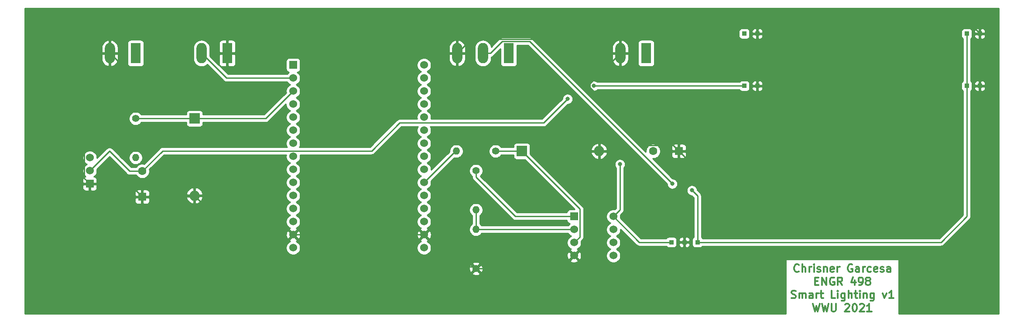
<source format=gbr>
%TF.GenerationSoftware,KiCad,Pcbnew,(5.1.9)-1*%
%TF.CreationDate,2021-04-28T21:34:56-07:00*%
%TF.ProjectId,Senior Project,53656e69-6f72-4205-9072-6f6a6563742e,rev?*%
%TF.SameCoordinates,Original*%
%TF.FileFunction,Copper,L1,Top*%
%TF.FilePolarity,Positive*%
%FSLAX46Y46*%
G04 Gerber Fmt 4.6, Leading zero omitted, Abs format (unit mm)*
G04 Created by KiCad (PCBNEW (5.1.9)-1) date 2021-04-28 21:34:56*
%MOMM*%
%LPD*%
G01*
G04 APERTURE LIST*
%TA.AperFunction,NonConductor*%
%ADD10C,0.300000*%
%TD*%
%TA.AperFunction,ComponentPad*%
%ADD11R,0.850000X0.850000*%
%TD*%
%TA.AperFunction,ComponentPad*%
%ADD12C,1.400000*%
%TD*%
%TA.AperFunction,ComponentPad*%
%ADD13O,1.400000X1.400000*%
%TD*%
%TA.AperFunction,ComponentPad*%
%ADD14R,1.600000X1.600000*%
%TD*%
%TA.AperFunction,ComponentPad*%
%ADD15C,1.600000*%
%TD*%
%TA.AperFunction,ComponentPad*%
%ADD16R,2.000000X2.000000*%
%TD*%
%TA.AperFunction,ComponentPad*%
%ADD17O,2.000000X2.000000*%
%TD*%
%TA.AperFunction,ComponentPad*%
%ADD18R,1.980000X3.960000*%
%TD*%
%TA.AperFunction,ComponentPad*%
%ADD19O,1.980000X3.960000*%
%TD*%
%TA.AperFunction,ComponentPad*%
%ADD20R,1.524000X1.524000*%
%TD*%
%TA.AperFunction,ComponentPad*%
%ADD21C,1.524000*%
%TD*%
%TA.AperFunction,ViaPad*%
%ADD22C,0.800000*%
%TD*%
%TA.AperFunction,Conductor*%
%ADD23C,0.250000*%
%TD*%
%TA.AperFunction,Conductor*%
%ADD24C,0.254000*%
%TD*%
%TA.AperFunction,Conductor*%
%ADD25C,0.100000*%
%TD*%
G04 APERTURE END LIST*
D10*
X201085714Y-127520714D02*
X201014285Y-127592142D01*
X200800000Y-127663571D01*
X200657142Y-127663571D01*
X200442857Y-127592142D01*
X200300000Y-127449285D01*
X200228571Y-127306428D01*
X200157142Y-127020714D01*
X200157142Y-126806428D01*
X200228571Y-126520714D01*
X200300000Y-126377857D01*
X200442857Y-126235000D01*
X200657142Y-126163571D01*
X200800000Y-126163571D01*
X201014285Y-126235000D01*
X201085714Y-126306428D01*
X201728571Y-127663571D02*
X201728571Y-126163571D01*
X202371428Y-127663571D02*
X202371428Y-126877857D01*
X202300000Y-126735000D01*
X202157142Y-126663571D01*
X201942857Y-126663571D01*
X201800000Y-126735000D01*
X201728571Y-126806428D01*
X203085714Y-127663571D02*
X203085714Y-126663571D01*
X203085714Y-126949285D02*
X203157142Y-126806428D01*
X203228571Y-126735000D01*
X203371428Y-126663571D01*
X203514285Y-126663571D01*
X204014285Y-127663571D02*
X204014285Y-126663571D01*
X204014285Y-126163571D02*
X203942857Y-126235000D01*
X204014285Y-126306428D01*
X204085714Y-126235000D01*
X204014285Y-126163571D01*
X204014285Y-126306428D01*
X204657142Y-127592142D02*
X204800000Y-127663571D01*
X205085714Y-127663571D01*
X205228571Y-127592142D01*
X205300000Y-127449285D01*
X205300000Y-127377857D01*
X205228571Y-127235000D01*
X205085714Y-127163571D01*
X204871428Y-127163571D01*
X204728571Y-127092142D01*
X204657142Y-126949285D01*
X204657142Y-126877857D01*
X204728571Y-126735000D01*
X204871428Y-126663571D01*
X205085714Y-126663571D01*
X205228571Y-126735000D01*
X205942857Y-126663571D02*
X205942857Y-127663571D01*
X205942857Y-126806428D02*
X206014285Y-126735000D01*
X206157142Y-126663571D01*
X206371428Y-126663571D01*
X206514285Y-126735000D01*
X206585714Y-126877857D01*
X206585714Y-127663571D01*
X207871428Y-127592142D02*
X207728571Y-127663571D01*
X207442857Y-127663571D01*
X207300000Y-127592142D01*
X207228571Y-127449285D01*
X207228571Y-126877857D01*
X207300000Y-126735000D01*
X207442857Y-126663571D01*
X207728571Y-126663571D01*
X207871428Y-126735000D01*
X207942857Y-126877857D01*
X207942857Y-127020714D01*
X207228571Y-127163571D01*
X208585714Y-127663571D02*
X208585714Y-126663571D01*
X208585714Y-126949285D02*
X208657142Y-126806428D01*
X208728571Y-126735000D01*
X208871428Y-126663571D01*
X209014285Y-126663571D01*
X211442857Y-126235000D02*
X211300000Y-126163571D01*
X211085714Y-126163571D01*
X210871428Y-126235000D01*
X210728571Y-126377857D01*
X210657142Y-126520714D01*
X210585714Y-126806428D01*
X210585714Y-127020714D01*
X210657142Y-127306428D01*
X210728571Y-127449285D01*
X210871428Y-127592142D01*
X211085714Y-127663571D01*
X211228571Y-127663571D01*
X211442857Y-127592142D01*
X211514285Y-127520714D01*
X211514285Y-127020714D01*
X211228571Y-127020714D01*
X212800000Y-127663571D02*
X212800000Y-126877857D01*
X212728571Y-126735000D01*
X212585714Y-126663571D01*
X212300000Y-126663571D01*
X212157142Y-126735000D01*
X212800000Y-127592142D02*
X212657142Y-127663571D01*
X212300000Y-127663571D01*
X212157142Y-127592142D01*
X212085714Y-127449285D01*
X212085714Y-127306428D01*
X212157142Y-127163571D01*
X212300000Y-127092142D01*
X212657142Y-127092142D01*
X212800000Y-127020714D01*
X213514285Y-127663571D02*
X213514285Y-126663571D01*
X213514285Y-126949285D02*
X213585714Y-126806428D01*
X213657142Y-126735000D01*
X213800000Y-126663571D01*
X213942857Y-126663571D01*
X215085714Y-127592142D02*
X214942857Y-127663571D01*
X214657142Y-127663571D01*
X214514285Y-127592142D01*
X214442857Y-127520714D01*
X214371428Y-127377857D01*
X214371428Y-126949285D01*
X214442857Y-126806428D01*
X214514285Y-126735000D01*
X214657142Y-126663571D01*
X214942857Y-126663571D01*
X215085714Y-126735000D01*
X216300000Y-127592142D02*
X216157142Y-127663571D01*
X215871428Y-127663571D01*
X215728571Y-127592142D01*
X215657142Y-127449285D01*
X215657142Y-126877857D01*
X215728571Y-126735000D01*
X215871428Y-126663571D01*
X216157142Y-126663571D01*
X216300000Y-126735000D01*
X216371428Y-126877857D01*
X216371428Y-127020714D01*
X215657142Y-127163571D01*
X216942857Y-127592142D02*
X217085714Y-127663571D01*
X217371428Y-127663571D01*
X217514285Y-127592142D01*
X217585714Y-127449285D01*
X217585714Y-127377857D01*
X217514285Y-127235000D01*
X217371428Y-127163571D01*
X217157142Y-127163571D01*
X217014285Y-127092142D01*
X216942857Y-126949285D01*
X216942857Y-126877857D01*
X217014285Y-126735000D01*
X217157142Y-126663571D01*
X217371428Y-126663571D01*
X217514285Y-126735000D01*
X218871428Y-127663571D02*
X218871428Y-126877857D01*
X218800000Y-126735000D01*
X218657142Y-126663571D01*
X218371428Y-126663571D01*
X218228571Y-126735000D01*
X218871428Y-127592142D02*
X218728571Y-127663571D01*
X218371428Y-127663571D01*
X218228571Y-127592142D01*
X218157142Y-127449285D01*
X218157142Y-127306428D01*
X218228571Y-127163571D01*
X218371428Y-127092142D01*
X218728571Y-127092142D01*
X218871428Y-127020714D01*
X204228571Y-129427857D02*
X204728571Y-129427857D01*
X204942857Y-130213571D02*
X204228571Y-130213571D01*
X204228571Y-128713571D01*
X204942857Y-128713571D01*
X205585714Y-130213571D02*
X205585714Y-128713571D01*
X206442857Y-130213571D01*
X206442857Y-128713571D01*
X207942857Y-128785000D02*
X207800000Y-128713571D01*
X207585714Y-128713571D01*
X207371428Y-128785000D01*
X207228571Y-128927857D01*
X207157142Y-129070714D01*
X207085714Y-129356428D01*
X207085714Y-129570714D01*
X207157142Y-129856428D01*
X207228571Y-129999285D01*
X207371428Y-130142142D01*
X207585714Y-130213571D01*
X207728571Y-130213571D01*
X207942857Y-130142142D01*
X208014285Y-130070714D01*
X208014285Y-129570714D01*
X207728571Y-129570714D01*
X209514285Y-130213571D02*
X209014285Y-129499285D01*
X208657142Y-130213571D02*
X208657142Y-128713571D01*
X209228571Y-128713571D01*
X209371428Y-128785000D01*
X209442857Y-128856428D01*
X209514285Y-128999285D01*
X209514285Y-129213571D01*
X209442857Y-129356428D01*
X209371428Y-129427857D01*
X209228571Y-129499285D01*
X208657142Y-129499285D01*
X211942857Y-129213571D02*
X211942857Y-130213571D01*
X211585714Y-128642142D02*
X211228571Y-129713571D01*
X212157142Y-129713571D01*
X212800000Y-130213571D02*
X213085714Y-130213571D01*
X213228571Y-130142142D01*
X213300000Y-130070714D01*
X213442857Y-129856428D01*
X213514285Y-129570714D01*
X213514285Y-128999285D01*
X213442857Y-128856428D01*
X213371428Y-128785000D01*
X213228571Y-128713571D01*
X212942857Y-128713571D01*
X212800000Y-128785000D01*
X212728571Y-128856428D01*
X212657142Y-128999285D01*
X212657142Y-129356428D01*
X212728571Y-129499285D01*
X212800000Y-129570714D01*
X212942857Y-129642142D01*
X213228571Y-129642142D01*
X213371428Y-129570714D01*
X213442857Y-129499285D01*
X213514285Y-129356428D01*
X214371428Y-129356428D02*
X214228571Y-129285000D01*
X214157142Y-129213571D01*
X214085714Y-129070714D01*
X214085714Y-128999285D01*
X214157142Y-128856428D01*
X214228571Y-128785000D01*
X214371428Y-128713571D01*
X214657142Y-128713571D01*
X214800000Y-128785000D01*
X214871428Y-128856428D01*
X214942857Y-128999285D01*
X214942857Y-129070714D01*
X214871428Y-129213571D01*
X214800000Y-129285000D01*
X214657142Y-129356428D01*
X214371428Y-129356428D01*
X214228571Y-129427857D01*
X214157142Y-129499285D01*
X214085714Y-129642142D01*
X214085714Y-129927857D01*
X214157142Y-130070714D01*
X214228571Y-130142142D01*
X214371428Y-130213571D01*
X214657142Y-130213571D01*
X214800000Y-130142142D01*
X214871428Y-130070714D01*
X214942857Y-129927857D01*
X214942857Y-129642142D01*
X214871428Y-129499285D01*
X214800000Y-129427857D01*
X214657142Y-129356428D01*
X199657142Y-132692142D02*
X199871428Y-132763571D01*
X200228571Y-132763571D01*
X200371428Y-132692142D01*
X200442857Y-132620714D01*
X200514285Y-132477857D01*
X200514285Y-132335000D01*
X200442857Y-132192142D01*
X200371428Y-132120714D01*
X200228571Y-132049285D01*
X199942857Y-131977857D01*
X199800000Y-131906428D01*
X199728571Y-131835000D01*
X199657142Y-131692142D01*
X199657142Y-131549285D01*
X199728571Y-131406428D01*
X199800000Y-131335000D01*
X199942857Y-131263571D01*
X200300000Y-131263571D01*
X200514285Y-131335000D01*
X201157142Y-132763571D02*
X201157142Y-131763571D01*
X201157142Y-131906428D02*
X201228571Y-131835000D01*
X201371428Y-131763571D01*
X201585714Y-131763571D01*
X201728571Y-131835000D01*
X201800000Y-131977857D01*
X201800000Y-132763571D01*
X201800000Y-131977857D02*
X201871428Y-131835000D01*
X202014285Y-131763571D01*
X202228571Y-131763571D01*
X202371428Y-131835000D01*
X202442857Y-131977857D01*
X202442857Y-132763571D01*
X203800000Y-132763571D02*
X203800000Y-131977857D01*
X203728571Y-131835000D01*
X203585714Y-131763571D01*
X203300000Y-131763571D01*
X203157142Y-131835000D01*
X203800000Y-132692142D02*
X203657142Y-132763571D01*
X203300000Y-132763571D01*
X203157142Y-132692142D01*
X203085714Y-132549285D01*
X203085714Y-132406428D01*
X203157142Y-132263571D01*
X203300000Y-132192142D01*
X203657142Y-132192142D01*
X203800000Y-132120714D01*
X204514285Y-132763571D02*
X204514285Y-131763571D01*
X204514285Y-132049285D02*
X204585714Y-131906428D01*
X204657142Y-131835000D01*
X204800000Y-131763571D01*
X204942857Y-131763571D01*
X205228571Y-131763571D02*
X205800000Y-131763571D01*
X205442857Y-131263571D02*
X205442857Y-132549285D01*
X205514285Y-132692142D01*
X205657142Y-132763571D01*
X205800000Y-132763571D01*
X208157142Y-132763571D02*
X207442857Y-132763571D01*
X207442857Y-131263571D01*
X208657142Y-132763571D02*
X208657142Y-131763571D01*
X208657142Y-131263571D02*
X208585714Y-131335000D01*
X208657142Y-131406428D01*
X208728571Y-131335000D01*
X208657142Y-131263571D01*
X208657142Y-131406428D01*
X210014285Y-131763571D02*
X210014285Y-132977857D01*
X209942857Y-133120714D01*
X209871428Y-133192142D01*
X209728571Y-133263571D01*
X209514285Y-133263571D01*
X209371428Y-133192142D01*
X210014285Y-132692142D02*
X209871428Y-132763571D01*
X209585714Y-132763571D01*
X209442857Y-132692142D01*
X209371428Y-132620714D01*
X209300000Y-132477857D01*
X209300000Y-132049285D01*
X209371428Y-131906428D01*
X209442857Y-131835000D01*
X209585714Y-131763571D01*
X209871428Y-131763571D01*
X210014285Y-131835000D01*
X210728571Y-132763571D02*
X210728571Y-131263571D01*
X211371428Y-132763571D02*
X211371428Y-131977857D01*
X211300000Y-131835000D01*
X211157142Y-131763571D01*
X210942857Y-131763571D01*
X210800000Y-131835000D01*
X210728571Y-131906428D01*
X211871428Y-131763571D02*
X212442857Y-131763571D01*
X212085714Y-131263571D02*
X212085714Y-132549285D01*
X212157142Y-132692142D01*
X212300000Y-132763571D01*
X212442857Y-132763571D01*
X212942857Y-132763571D02*
X212942857Y-131763571D01*
X212942857Y-131263571D02*
X212871428Y-131335000D01*
X212942857Y-131406428D01*
X213014285Y-131335000D01*
X212942857Y-131263571D01*
X212942857Y-131406428D01*
X213657142Y-131763571D02*
X213657142Y-132763571D01*
X213657142Y-131906428D02*
X213728571Y-131835000D01*
X213871428Y-131763571D01*
X214085714Y-131763571D01*
X214228571Y-131835000D01*
X214300000Y-131977857D01*
X214300000Y-132763571D01*
X215657142Y-131763571D02*
X215657142Y-132977857D01*
X215585714Y-133120714D01*
X215514285Y-133192142D01*
X215371428Y-133263571D01*
X215157142Y-133263571D01*
X215014285Y-133192142D01*
X215657142Y-132692142D02*
X215514285Y-132763571D01*
X215228571Y-132763571D01*
X215085714Y-132692142D01*
X215014285Y-132620714D01*
X214942857Y-132477857D01*
X214942857Y-132049285D01*
X215014285Y-131906428D01*
X215085714Y-131835000D01*
X215228571Y-131763571D01*
X215514285Y-131763571D01*
X215657142Y-131835000D01*
X217371428Y-131763571D02*
X217728571Y-132763571D01*
X218085714Y-131763571D01*
X219442857Y-132763571D02*
X218585714Y-132763571D01*
X219014285Y-132763571D02*
X219014285Y-131263571D01*
X218871428Y-131477857D01*
X218728571Y-131620714D01*
X218585714Y-131692142D01*
X203835714Y-133813571D02*
X204192857Y-135313571D01*
X204478571Y-134242142D01*
X204764285Y-135313571D01*
X205121428Y-133813571D01*
X205550000Y-133813571D02*
X205907142Y-135313571D01*
X206192857Y-134242142D01*
X206478571Y-135313571D01*
X206835714Y-133813571D01*
X207407142Y-133813571D02*
X207407142Y-135027857D01*
X207478571Y-135170714D01*
X207550000Y-135242142D01*
X207692857Y-135313571D01*
X207978571Y-135313571D01*
X208121428Y-135242142D01*
X208192857Y-135170714D01*
X208264285Y-135027857D01*
X208264285Y-133813571D01*
X210050000Y-133956428D02*
X210121428Y-133885000D01*
X210264285Y-133813571D01*
X210621428Y-133813571D01*
X210764285Y-133885000D01*
X210835714Y-133956428D01*
X210907142Y-134099285D01*
X210907142Y-134242142D01*
X210835714Y-134456428D01*
X209978571Y-135313571D01*
X210907142Y-135313571D01*
X211835714Y-133813571D02*
X211978571Y-133813571D01*
X212121428Y-133885000D01*
X212192857Y-133956428D01*
X212264285Y-134099285D01*
X212335714Y-134385000D01*
X212335714Y-134742142D01*
X212264285Y-135027857D01*
X212192857Y-135170714D01*
X212121428Y-135242142D01*
X211978571Y-135313571D01*
X211835714Y-135313571D01*
X211692857Y-135242142D01*
X211621428Y-135170714D01*
X211550000Y-135027857D01*
X211478571Y-134742142D01*
X211478571Y-134385000D01*
X211550000Y-134099285D01*
X211621428Y-133956428D01*
X211692857Y-133885000D01*
X211835714Y-133813571D01*
X212907142Y-133956428D02*
X212978571Y-133885000D01*
X213121428Y-133813571D01*
X213478571Y-133813571D01*
X213621428Y-133885000D01*
X213692857Y-133956428D01*
X213764285Y-134099285D01*
X213764285Y-134242142D01*
X213692857Y-134456428D01*
X212835714Y-135313571D01*
X213764285Y-135313571D01*
X215192857Y-135313571D02*
X214335714Y-135313571D01*
X214764285Y-135313571D02*
X214764285Y-133813571D01*
X214621428Y-134027857D01*
X214478571Y-134170714D01*
X214335714Y-134242142D01*
D11*
%TO.P,,1*%
%TO.N,GND*%
X178880000Y-121850000D03*
%TD*%
D12*
%TO.P,1k1,1*%
%TO.N,GND*%
X138430000Y-127000000D03*
D13*
%TO.P,1k1,2*%
%TO.N,Net-(1k1-Pad2)*%
X138430000Y-119380000D03*
%TD*%
D14*
%TO.P,C1,1*%
%TO.N,GND*%
X73660000Y-113030000D03*
D15*
%TO.P,C1,2*%
%TO.N,+3V3*%
X73660000Y-108030000D03*
%TD*%
D16*
%TO.P,C2,1*%
%TO.N,Net-(C2-Pad1)*%
X83820000Y-97790000D03*
D17*
%TO.P,C2,2*%
%TO.N,GND*%
X83820000Y-112790000D03*
%TD*%
%TO.P,C3,2*%
%TO.N,GND*%
X162320000Y-104140000D03*
D16*
%TO.P,C3,1*%
%TO.N,Net-(C3-Pad1)*%
X147320000Y-104140000D03*
%TD*%
D15*
%TO.P,C4,2*%
%TO.N,Net-(C4-Pad2)*%
X172800000Y-104140000D03*
D14*
%TO.P,C4,1*%
%TO.N,GND*%
X177800000Y-104140000D03*
%TD*%
D11*
%TO.P,,1*%
%TO.N,+3V3*%
X190500000Y-91440000D03*
%TD*%
D18*
%TO.P,,1*%
%TO.N,+3V3*%
X72390000Y-85090000D03*
D19*
%TO.P,,2*%
%TO.N,GND*%
X67390000Y-85090000D03*
%TD*%
D18*
%TO.P,,1*%
%TO.N,Net-(J3-Pad1)*%
X144780000Y-85090000D03*
D19*
%TO.P,,2*%
%TO.N,+5V*%
X139780000Y-85090000D03*
%TO.P,,3*%
%TO.N,GND*%
X134780000Y-85090000D03*
%TD*%
D18*
%TO.P,,1*%
%TO.N,Net-(J4-Pad1)*%
X171450000Y-85090000D03*
D19*
%TO.P,,2*%
%TO.N,GND*%
X166450000Y-85090000D03*
%TD*%
D18*
%TO.P,,1*%
%TO.N,GND*%
X90170000Y-85090000D03*
D19*
%TO.P,,2*%
%TO.N,Net-(J5-Pad2)*%
X85170000Y-85090000D03*
%TD*%
D11*
%TO.P,,1*%
%TO.N,+5V*%
X233680000Y-81280000D03*
%TD*%
%TO.P,,1*%
%TO.N,GND*%
X193040000Y-81280000D03*
%TD*%
%TO.P,,1*%
%TO.N,+5V*%
X181420000Y-121850000D03*
%TD*%
%TO.P,,1*%
%TO.N,Net-(C4-Pad2)*%
X176340000Y-121850000D03*
%TD*%
D13*
%TO.P,R3,2*%
%TO.N,Net-(R3-Pad2)*%
X72390000Y-105410000D03*
D12*
%TO.P,R3,1*%
%TO.N,Net-(C2-Pad1)*%
X72390000Y-97790000D03*
%TD*%
%TO.P,R4,1*%
%TO.N,Net-(C3-Pad1)*%
X142240000Y-104140000D03*
D13*
%TO.P,R4,2*%
%TO.N,Net-(R4-Pad2)*%
X134620000Y-104140000D03*
%TD*%
%TO.P,R5,2*%
%TO.N,Net-(1k1-Pad2)*%
X138430000Y-115570000D03*
D12*
%TO.P,R5,1*%
%TO.N,Net-(J4-Pad1)*%
X138430000Y-107950000D03*
%TD*%
D20*
%TO.P,U1,1*%
%TO.N,GND*%
X63500000Y-110490000D03*
D21*
%TO.P,U1,2*%
%TO.N,+3V3*%
X63500000Y-107950000D03*
%TO.P,U1,3*%
%TO.N,Net-(R3-Pad2)*%
X63500000Y-105410000D03*
%TD*%
%TO.P,U2,30*%
%TO.N,Net-(U2-Pad30)*%
X128360001Y-87380001D03*
%TO.P,U2,29*%
%TO.N,Net-(U2-Pad29)*%
X128360001Y-89920001D03*
%TO.P,U2,28*%
%TO.N,Net-(U2-Pad28)*%
X128360001Y-92460001D03*
%TO.P,U2,27*%
%TO.N,Net-(U2-Pad27)*%
X128360001Y-95000001D03*
%TO.P,U2,26*%
%TO.N,Net-(U2-Pad26)*%
X128360001Y-97540001D03*
%TO.P,U2,25*%
%TO.N,Net-(U2-Pad25)*%
X128360001Y-100080001D03*
%TO.P,U2,24*%
%TO.N,Net-(U2-Pad24)*%
X128360001Y-102620001D03*
%TO.P,U2,23*%
%TO.N,Net-(U2-Pad23)*%
X128360001Y-105160001D03*
%TO.P,U2,22*%
%TO.N,Net-(J3-Pad1)*%
X128360001Y-107700001D03*
%TO.P,U2,21*%
%TO.N,Net-(R4-Pad2)*%
X128360001Y-110240001D03*
%TO.P,U2,20*%
%TO.N,Net-(U2-Pad20)*%
X128360001Y-112780001D03*
%TO.P,U2,19*%
%TO.N,Net-(U2-Pad19)*%
X128360001Y-115320001D03*
%TO.P,U2,18*%
%TO.N,Net-(U2-Pad18)*%
X128360001Y-117860001D03*
%TO.P,U2,17*%
%TO.N,GND*%
X128360001Y-120400001D03*
%TO.P,U2,16*%
%TO.N,Net-(U2-Pad16)*%
X128360001Y-122940001D03*
%TO.P,U2,15*%
%TO.N,Net-(U2-Pad15)*%
X102960001Y-122940001D03*
%TO.P,U2,14*%
%TO.N,GND*%
X102960001Y-120400001D03*
%TO.P,U2,13*%
%TO.N,Net-(U2-Pad13)*%
X102960001Y-117860001D03*
%TO.P,U2,12*%
%TO.N,Net-(U2-Pad12)*%
X102960001Y-115320001D03*
%TO.P,U2,11*%
%TO.N,Net-(U2-Pad11)*%
X102960001Y-112780001D03*
%TO.P,U2,10*%
%TO.N,Net-(U2-Pad10)*%
X102960001Y-110240001D03*
%TO.P,U2,9*%
%TO.N,Net-(U2-Pad9)*%
X102960001Y-107700001D03*
%TO.P,U2,8*%
%TO.N,Net-(U2-Pad8)*%
X102960001Y-105160001D03*
%TO.P,U2,7*%
%TO.N,Net-(U2-Pad7)*%
X102960001Y-102620001D03*
%TO.P,U2,6*%
%TO.N,Net-(U2-Pad6)*%
X102960001Y-100080001D03*
%TO.P,U2,5*%
%TO.N,Net-(U2-Pad5)*%
X102960001Y-97540001D03*
%TO.P,U2,4*%
%TO.N,Net-(U2-Pad4)*%
X102960001Y-95000001D03*
%TO.P,U2,3*%
%TO.N,Net-(C2-Pad1)*%
X102960001Y-92460001D03*
%TO.P,U2,2*%
%TO.N,Net-(J5-Pad2)*%
X102960001Y-89920001D03*
D20*
%TO.P,U2,1*%
%TO.N,Net-(U2-Pad1)*%
X102960001Y-87380001D03*
%TD*%
%TO.P,U4,1*%
%TO.N,Net-(J4-Pad1)*%
X157480000Y-116840000D03*
D21*
%TO.P,U4,2*%
%TO.N,Net-(1k1-Pad2)*%
X157480000Y-119380000D03*
%TO.P,U4,3*%
%TO.N,Net-(C3-Pad1)*%
X157480000Y-121920000D03*
%TO.P,U4,4*%
%TO.N,GND*%
X157480000Y-124460000D03*
%TO.P,U4,5*%
%TO.N,N/C*%
X165100000Y-124460000D03*
%TO.P,U4,6*%
X165100000Y-121920000D03*
%TO.P,U4,7*%
X165100000Y-119380000D03*
%TO.P,U4,8*%
%TO.N,Net-(C4-Pad2)*%
X165100000Y-116840000D03*
%TD*%
D11*
%TO.P,,1*%
%TO.N,+3V3*%
X190500000Y-81280000D03*
%TD*%
%TO.P,,1*%
%TO.N,+5V*%
X233680000Y-91440000D03*
%TD*%
%TO.P,,1*%
%TO.N,GND*%
X193040000Y-91440000D03*
%TD*%
%TO.P,,1*%
%TO.N,GND*%
X236220000Y-81280000D03*
%TD*%
%TO.P,,1*%
%TO.N,GND*%
X236220000Y-91440000D03*
%TD*%
D22*
%TO.N,GND*%
X167640000Y-104140000D03*
X68580000Y-95250000D03*
X66040000Y-97790000D03*
X85090000Y-91440000D03*
%TO.N,+3V3*%
X161290000Y-91440000D03*
X156210000Y-93980000D03*
%TO.N,+5V*%
X180340000Y-111760000D03*
X176530000Y-110490000D03*
%TO.N,Net-(C4-Pad2)*%
X166370000Y-106680000D03*
%TD*%
D23*
%TO.N,GND*%
X193040000Y-87630000D02*
X193040000Y-91440000D01*
X190500000Y-85090000D02*
X193040000Y-87630000D01*
X193040000Y-87630000D02*
X193040000Y-81280000D01*
X193040000Y-81280000D02*
X228600000Y-81280000D01*
X228600000Y-81280000D02*
X229870000Y-80010000D01*
X229870000Y-80010000D02*
X234950000Y-80010000D01*
X236220000Y-81280000D02*
X236220000Y-91440000D01*
X234950000Y-80010000D02*
X236220000Y-81280000D01*
X177800000Y-104140000D02*
X187960000Y-104140000D01*
X187960000Y-104140000D02*
X193040000Y-99060000D01*
X193040000Y-99060000D02*
X193040000Y-91440000D01*
X178880000Y-105220000D02*
X177800000Y-104140000D01*
X178880000Y-121850000D02*
X178880000Y-105220000D01*
X162320000Y-104140000D02*
X167640000Y-104140000D01*
X128360001Y-120400001D02*
X134620000Y-126660000D01*
X138090000Y-126660000D02*
X138430000Y-127000000D01*
X134620000Y-126660000D02*
X138090000Y-126660000D01*
X154940000Y-127000000D02*
X157480000Y-124460000D01*
X138430000Y-127000000D02*
X154940000Y-127000000D01*
X162320000Y-119620000D02*
X162320000Y-104140000D01*
X157480000Y-124460000D02*
X162320000Y-119620000D01*
X83820000Y-112790000D02*
X90170000Y-119140000D01*
X101700000Y-119140000D02*
X102960001Y-120400001D01*
X90170000Y-119140000D02*
X101700000Y-119140000D01*
X102960001Y-120400001D02*
X128360001Y-120400001D01*
%TO.N,+3V3*%
X72310000Y-85090000D02*
X72390000Y-85090000D01*
%TO.N,GND*%
X71120000Y-110490000D02*
X73660000Y-113030000D01*
X63500000Y-110490000D02*
X71120000Y-110490000D01*
X83580000Y-113030000D02*
X83820000Y-112790000D01*
X73660000Y-113030000D02*
X83580000Y-113030000D01*
X72310000Y-91520000D02*
X68580000Y-95250000D01*
X62412999Y-101417001D02*
X62412999Y-109402999D01*
X62412999Y-109402999D02*
X63500000Y-110490000D01*
X66040000Y-97790000D02*
X62412999Y-101417001D01*
X176674999Y-103014999D02*
X177800000Y-104140000D01*
X171791997Y-103014999D02*
X176674999Y-103014999D01*
X160564999Y-91788001D02*
X171791997Y-103014999D01*
X160564999Y-90975001D02*
X160564999Y-91788001D01*
X152184981Y-82334981D02*
X160695000Y-90845000D01*
X137535019Y-82334981D02*
X152184981Y-82334981D01*
X134780000Y-85090000D02*
X137535019Y-82334981D01*
X160695000Y-90845000D02*
X160564999Y-90975001D01*
X166450000Y-85090000D02*
X160695000Y-90845000D01*
X85010000Y-91520000D02*
X85090000Y-91440000D01*
X72310000Y-91520000D02*
X85010000Y-91520000D01*
X72310000Y-90010000D02*
X67390000Y-85090000D01*
X72310000Y-91520000D02*
X72310000Y-90010000D01*
%TO.N,Net-(1k1-Pad2)*%
X138430000Y-119380000D02*
X138430000Y-115570000D01*
X138430000Y-119380000D02*
X157480000Y-119380000D01*
%TO.N,+3V3*%
X190500000Y-91440000D02*
X161290000Y-91440000D01*
X151562998Y-98627002D02*
X123622998Y-98627002D01*
X156210000Y-93980000D02*
X151562998Y-98627002D01*
X77617000Y-104073000D02*
X73660000Y-108030000D01*
X118177000Y-104073000D02*
X77617000Y-104073000D01*
X123622998Y-98627002D02*
X118177000Y-104073000D01*
X67310000Y-104140000D02*
X63500000Y-107950000D01*
X71200000Y-108030000D02*
X73660000Y-108030000D01*
X67310000Y-104140000D02*
X71200000Y-108030000D01*
%TO.N,Net-(C2-Pad1)*%
X97630002Y-97790000D02*
X102960001Y-92460001D01*
X83820000Y-97790000D02*
X97630002Y-97790000D01*
X72390000Y-97790000D02*
X83820000Y-97790000D01*
%TO.N,Net-(C3-Pad1)*%
X142240000Y-104140000D02*
X147320000Y-104140000D01*
X158567001Y-115387001D02*
X158567001Y-120832999D01*
X158567001Y-120832999D02*
X157480000Y-121920000D01*
X147320000Y-104140000D02*
X158567001Y-115387001D01*
%TO.N,+5V*%
X233680000Y-81280000D02*
X233680000Y-91440000D01*
X233680000Y-91440000D02*
X233680000Y-116840000D01*
X228670000Y-121850000D02*
X181420000Y-121850000D01*
X233680000Y-116840000D02*
X228670000Y-121850000D01*
X181420000Y-112840000D02*
X180340000Y-111760000D01*
X181420000Y-121850000D02*
X181420000Y-112840000D01*
X176530000Y-110490000D02*
X148824990Y-82784990D01*
X141224998Y-85090000D02*
X139780000Y-85090000D01*
X143530008Y-82784990D02*
X141224998Y-85090000D01*
X148824990Y-82784990D02*
X143530008Y-82784990D01*
%TO.N,Net-(J4-Pad1)*%
X138430000Y-107950000D02*
X138430000Y-109220000D01*
X146050000Y-116840000D02*
X157480000Y-116840000D01*
X138430000Y-109220000D02*
X146050000Y-116840000D01*
%TO.N,Net-(J5-Pad2)*%
X90000001Y-89920001D02*
X102960001Y-89920001D01*
X85170000Y-85090000D02*
X90000001Y-89920001D01*
%TO.N,Net-(R4-Pad2)*%
X134460002Y-104140000D02*
X134620000Y-104140000D01*
X128360001Y-110240001D02*
X134460002Y-104140000D01*
%TO.N,Net-(C4-Pad2)*%
X170110000Y-121850000D02*
X165100000Y-116840000D01*
X176340000Y-121850000D02*
X170110000Y-121850000D01*
X166370000Y-115570000D02*
X165100000Y-116840000D01*
X166370000Y-106680000D02*
X166370000Y-115570000D01*
%TD*%
D24*
%TO.N,GND*%
X239903000Y-135763000D02*
X220513572Y-135763000D01*
X220513572Y-125195000D01*
X198586429Y-125195000D01*
X198586429Y-135763000D01*
X50927000Y-135763000D01*
X50927000Y-127921269D01*
X137688336Y-127921269D01*
X137747797Y-128155037D01*
X137986242Y-128265934D01*
X138241740Y-128328183D01*
X138504473Y-128339390D01*
X138764344Y-128299125D01*
X139011366Y-128208935D01*
X139112203Y-128155037D01*
X139171664Y-127921269D01*
X138430000Y-127179605D01*
X137688336Y-127921269D01*
X50927000Y-127921269D01*
X50927000Y-127074473D01*
X137090610Y-127074473D01*
X137130875Y-127334344D01*
X137221065Y-127581366D01*
X137274963Y-127682203D01*
X137508731Y-127741664D01*
X138250395Y-127000000D01*
X138609605Y-127000000D01*
X139351269Y-127741664D01*
X139585037Y-127682203D01*
X139695934Y-127443758D01*
X139758183Y-127188260D01*
X139769390Y-126925527D01*
X139729125Y-126665656D01*
X139638935Y-126418634D01*
X139585037Y-126317797D01*
X139351269Y-126258336D01*
X138609605Y-127000000D01*
X138250395Y-127000000D01*
X137508731Y-126258336D01*
X137274963Y-126317797D01*
X137164066Y-126556242D01*
X137101817Y-126811740D01*
X137090610Y-127074473D01*
X50927000Y-127074473D01*
X50927000Y-126078731D01*
X137688336Y-126078731D01*
X138430000Y-126820395D01*
X139171664Y-126078731D01*
X139112203Y-125844963D01*
X138873758Y-125734066D01*
X138618260Y-125671817D01*
X138355527Y-125660610D01*
X138095656Y-125700875D01*
X137848634Y-125791065D01*
X137747797Y-125844963D01*
X137688336Y-126078731D01*
X50927000Y-126078731D01*
X50927000Y-125425565D01*
X156694040Y-125425565D01*
X156761020Y-125665656D01*
X157010048Y-125782756D01*
X157277135Y-125849023D01*
X157552017Y-125861910D01*
X157824133Y-125820922D01*
X158083023Y-125727636D01*
X158198980Y-125665656D01*
X158265960Y-125425565D01*
X157480000Y-124639605D01*
X156694040Y-125425565D01*
X50927000Y-125425565D01*
X50927000Y-124532017D01*
X156078090Y-124532017D01*
X156119078Y-124804133D01*
X156212364Y-125063023D01*
X156274344Y-125178980D01*
X156514435Y-125245960D01*
X157300395Y-124460000D01*
X157659605Y-124460000D01*
X158445565Y-125245960D01*
X158685656Y-125178980D01*
X158802756Y-124929952D01*
X158869023Y-124662865D01*
X158881910Y-124387983D01*
X158840922Y-124115867D01*
X158747636Y-123856977D01*
X158685656Y-123741020D01*
X158445565Y-123674040D01*
X157659605Y-124460000D01*
X157300395Y-124460000D01*
X156514435Y-123674040D01*
X156274344Y-123741020D01*
X156157244Y-123990048D01*
X156090977Y-124257135D01*
X156078090Y-124532017D01*
X50927000Y-124532017D01*
X50927000Y-122802409D01*
X101563001Y-122802409D01*
X101563001Y-123077593D01*
X101616687Y-123347491D01*
X101721996Y-123601728D01*
X101874881Y-123830536D01*
X102069466Y-124025121D01*
X102298274Y-124178006D01*
X102552511Y-124283315D01*
X102822409Y-124337001D01*
X103097593Y-124337001D01*
X103367491Y-124283315D01*
X103621728Y-124178006D01*
X103850536Y-124025121D01*
X104045121Y-123830536D01*
X104198006Y-123601728D01*
X104303315Y-123347491D01*
X104357001Y-123077593D01*
X104357001Y-122802409D01*
X126963001Y-122802409D01*
X126963001Y-123077593D01*
X127016687Y-123347491D01*
X127121996Y-123601728D01*
X127274881Y-123830536D01*
X127469466Y-124025121D01*
X127698274Y-124178006D01*
X127952511Y-124283315D01*
X128222409Y-124337001D01*
X128497593Y-124337001D01*
X128767491Y-124283315D01*
X129021728Y-124178006D01*
X129250536Y-124025121D01*
X129445121Y-123830536D01*
X129598006Y-123601728D01*
X129703315Y-123347491D01*
X129757001Y-123077593D01*
X129757001Y-122802409D01*
X129703315Y-122532511D01*
X129598006Y-122278274D01*
X129445121Y-122049466D01*
X129250536Y-121854881D01*
X129021728Y-121701996D01*
X128950058Y-121672309D01*
X128963024Y-121667637D01*
X129078981Y-121605657D01*
X129145961Y-121365566D01*
X128360001Y-120579606D01*
X127574041Y-121365566D01*
X127641021Y-121605657D01*
X127776761Y-121669486D01*
X127698274Y-121701996D01*
X127469466Y-121854881D01*
X127274881Y-122049466D01*
X127121996Y-122278274D01*
X127016687Y-122532511D01*
X126963001Y-122802409D01*
X104357001Y-122802409D01*
X104303315Y-122532511D01*
X104198006Y-122278274D01*
X104045121Y-122049466D01*
X103850536Y-121854881D01*
X103621728Y-121701996D01*
X103550058Y-121672309D01*
X103563024Y-121667637D01*
X103678981Y-121605657D01*
X103745961Y-121365566D01*
X102960001Y-120579606D01*
X102174041Y-121365566D01*
X102241021Y-121605657D01*
X102376761Y-121669486D01*
X102298274Y-121701996D01*
X102069466Y-121854881D01*
X101874881Y-122049466D01*
X101721996Y-122278274D01*
X101616687Y-122532511D01*
X101563001Y-122802409D01*
X50927000Y-122802409D01*
X50927000Y-120472018D01*
X101558091Y-120472018D01*
X101599079Y-120744134D01*
X101692365Y-121003024D01*
X101754345Y-121118981D01*
X101994436Y-121185961D01*
X102780396Y-120400001D01*
X103139606Y-120400001D01*
X103925566Y-121185961D01*
X104165657Y-121118981D01*
X104282757Y-120869953D01*
X104349024Y-120602866D01*
X104355158Y-120472018D01*
X126958091Y-120472018D01*
X126999079Y-120744134D01*
X127092365Y-121003024D01*
X127154345Y-121118981D01*
X127394436Y-121185961D01*
X128180396Y-120400001D01*
X128539606Y-120400001D01*
X129325566Y-121185961D01*
X129565657Y-121118981D01*
X129682757Y-120869953D01*
X129749024Y-120602866D01*
X129761911Y-120327984D01*
X129720923Y-120055868D01*
X129627637Y-119796978D01*
X129565657Y-119681021D01*
X129325566Y-119614041D01*
X128539606Y-120400001D01*
X128180396Y-120400001D01*
X127394436Y-119614041D01*
X127154345Y-119681021D01*
X127037245Y-119930049D01*
X126970978Y-120197136D01*
X126958091Y-120472018D01*
X104355158Y-120472018D01*
X104361911Y-120327984D01*
X104320923Y-120055868D01*
X104227637Y-119796978D01*
X104165657Y-119681021D01*
X103925566Y-119614041D01*
X103139606Y-120400001D01*
X102780396Y-120400001D01*
X101994436Y-119614041D01*
X101754345Y-119681021D01*
X101637245Y-119930049D01*
X101570978Y-120197136D01*
X101558091Y-120472018D01*
X50927000Y-120472018D01*
X50927000Y-113830000D01*
X72221928Y-113830000D01*
X72234188Y-113954482D01*
X72270498Y-114074180D01*
X72329463Y-114184494D01*
X72408815Y-114281185D01*
X72505506Y-114360537D01*
X72615820Y-114419502D01*
X72735518Y-114455812D01*
X72860000Y-114468072D01*
X73374250Y-114465000D01*
X73533000Y-114306250D01*
X73533000Y-113157000D01*
X73787000Y-113157000D01*
X73787000Y-114306250D01*
X73945750Y-114465000D01*
X74460000Y-114468072D01*
X74584482Y-114455812D01*
X74704180Y-114419502D01*
X74814494Y-114360537D01*
X74911185Y-114281185D01*
X74990537Y-114184494D01*
X75049502Y-114074180D01*
X75085812Y-113954482D01*
X75098072Y-113830000D01*
X75095000Y-113315750D01*
X74949685Y-113170435D01*
X82229871Y-113170435D01*
X82334644Y-113473344D01*
X82496499Y-113749992D01*
X82709215Y-113989748D01*
X82964618Y-114183399D01*
X83252893Y-114323502D01*
X83439566Y-114380124D01*
X83693000Y-114260777D01*
X83693000Y-112917000D01*
X83947000Y-112917000D01*
X83947000Y-114260777D01*
X84200434Y-114380124D01*
X84387107Y-114323502D01*
X84675382Y-114183399D01*
X84930785Y-113989748D01*
X85143501Y-113749992D01*
X85305356Y-113473344D01*
X85410129Y-113170435D01*
X85291315Y-112917000D01*
X83947000Y-112917000D01*
X83693000Y-112917000D01*
X82348685Y-112917000D01*
X82229871Y-113170435D01*
X74949685Y-113170435D01*
X74936250Y-113157000D01*
X73787000Y-113157000D01*
X73533000Y-113157000D01*
X72383750Y-113157000D01*
X72225000Y-113315750D01*
X72221928Y-113830000D01*
X50927000Y-113830000D01*
X50927000Y-112230000D01*
X72221928Y-112230000D01*
X72225000Y-112744250D01*
X72383750Y-112903000D01*
X73533000Y-112903000D01*
X73533000Y-111753750D01*
X73787000Y-111753750D01*
X73787000Y-112903000D01*
X74936250Y-112903000D01*
X75095000Y-112744250D01*
X75096999Y-112409565D01*
X82229871Y-112409565D01*
X82348685Y-112663000D01*
X83693000Y-112663000D01*
X83693000Y-111319223D01*
X83947000Y-111319223D01*
X83947000Y-112663000D01*
X85291315Y-112663000D01*
X85410129Y-112409565D01*
X85305356Y-112106656D01*
X85143501Y-111830008D01*
X84930785Y-111590252D01*
X84675382Y-111396601D01*
X84387107Y-111256498D01*
X84200434Y-111199876D01*
X83947000Y-111319223D01*
X83693000Y-111319223D01*
X83439566Y-111199876D01*
X83252893Y-111256498D01*
X82964618Y-111396601D01*
X82709215Y-111590252D01*
X82496499Y-111830008D01*
X82334644Y-112106656D01*
X82229871Y-112409565D01*
X75096999Y-112409565D01*
X75098072Y-112230000D01*
X75085812Y-112105518D01*
X75049502Y-111985820D01*
X74990537Y-111875506D01*
X74911185Y-111778815D01*
X74814494Y-111699463D01*
X74704180Y-111640498D01*
X74584482Y-111604188D01*
X74460000Y-111591928D01*
X73945750Y-111595000D01*
X73787000Y-111753750D01*
X73533000Y-111753750D01*
X73374250Y-111595000D01*
X72860000Y-111591928D01*
X72735518Y-111604188D01*
X72615820Y-111640498D01*
X72505506Y-111699463D01*
X72408815Y-111778815D01*
X72329463Y-111875506D01*
X72270498Y-111985820D01*
X72234188Y-112105518D01*
X72221928Y-112230000D01*
X50927000Y-112230000D01*
X50927000Y-111252000D01*
X62099928Y-111252000D01*
X62112188Y-111376482D01*
X62148498Y-111496180D01*
X62207463Y-111606494D01*
X62286815Y-111703185D01*
X62383506Y-111782537D01*
X62493820Y-111841502D01*
X62613518Y-111877812D01*
X62738000Y-111890072D01*
X63214250Y-111887000D01*
X63373000Y-111728250D01*
X63373000Y-110617000D01*
X63627000Y-110617000D01*
X63627000Y-111728250D01*
X63785750Y-111887000D01*
X64262000Y-111890072D01*
X64386482Y-111877812D01*
X64506180Y-111841502D01*
X64616494Y-111782537D01*
X64713185Y-111703185D01*
X64792537Y-111606494D01*
X64851502Y-111496180D01*
X64887812Y-111376482D01*
X64900072Y-111252000D01*
X64897000Y-110775750D01*
X64738250Y-110617000D01*
X63627000Y-110617000D01*
X63373000Y-110617000D01*
X62261750Y-110617000D01*
X62103000Y-110775750D01*
X62099928Y-111252000D01*
X50927000Y-111252000D01*
X50927000Y-109728000D01*
X62099928Y-109728000D01*
X62103000Y-110204250D01*
X62261750Y-110363000D01*
X63373000Y-110363000D01*
X63373000Y-110343000D01*
X63627000Y-110343000D01*
X63627000Y-110363000D01*
X64738250Y-110363000D01*
X64897000Y-110204250D01*
X64900072Y-109728000D01*
X64887812Y-109603518D01*
X64851502Y-109483820D01*
X64792537Y-109373506D01*
X64713185Y-109276815D01*
X64616494Y-109197463D01*
X64506180Y-109138498D01*
X64386482Y-109102188D01*
X64302535Y-109093920D01*
X64390535Y-109035120D01*
X64585120Y-108840535D01*
X64738005Y-108611727D01*
X64843314Y-108357490D01*
X64897000Y-108087592D01*
X64897000Y-107812408D01*
X64866372Y-107658429D01*
X67310000Y-105214801D01*
X70636201Y-108541003D01*
X70659999Y-108570001D01*
X70775724Y-108664974D01*
X70907753Y-108735546D01*
X71051014Y-108779003D01*
X71162667Y-108790000D01*
X71162675Y-108790000D01*
X71200000Y-108793676D01*
X71237325Y-108790000D01*
X72441957Y-108790000D01*
X72545363Y-108944759D01*
X72745241Y-109144637D01*
X72980273Y-109301680D01*
X73241426Y-109409853D01*
X73518665Y-109465000D01*
X73801335Y-109465000D01*
X74078574Y-109409853D01*
X74339727Y-109301680D01*
X74574759Y-109144637D01*
X74774637Y-108944759D01*
X74931680Y-108709727D01*
X75039853Y-108448574D01*
X75095000Y-108171335D01*
X75095000Y-107888665D01*
X75058688Y-107706113D01*
X77931802Y-104833000D01*
X101600677Y-104833000D01*
X101563001Y-105022409D01*
X101563001Y-105297593D01*
X101616687Y-105567491D01*
X101721996Y-105821728D01*
X101874881Y-106050536D01*
X102069466Y-106245121D01*
X102298274Y-106398006D01*
X102375516Y-106430001D01*
X102298274Y-106461996D01*
X102069466Y-106614881D01*
X101874881Y-106809466D01*
X101721996Y-107038274D01*
X101616687Y-107292511D01*
X101563001Y-107562409D01*
X101563001Y-107837593D01*
X101616687Y-108107491D01*
X101721996Y-108361728D01*
X101874881Y-108590536D01*
X102069466Y-108785121D01*
X102298274Y-108938006D01*
X102375516Y-108970001D01*
X102298274Y-109001996D01*
X102069466Y-109154881D01*
X101874881Y-109349466D01*
X101721996Y-109578274D01*
X101616687Y-109832511D01*
X101563001Y-110102409D01*
X101563001Y-110377593D01*
X101616687Y-110647491D01*
X101721996Y-110901728D01*
X101874881Y-111130536D01*
X102069466Y-111325121D01*
X102298274Y-111478006D01*
X102375516Y-111510001D01*
X102298274Y-111541996D01*
X102069466Y-111694881D01*
X101874881Y-111889466D01*
X101721996Y-112118274D01*
X101616687Y-112372511D01*
X101563001Y-112642409D01*
X101563001Y-112917593D01*
X101616687Y-113187491D01*
X101721996Y-113441728D01*
X101874881Y-113670536D01*
X102069466Y-113865121D01*
X102298274Y-114018006D01*
X102375516Y-114050001D01*
X102298274Y-114081996D01*
X102069466Y-114234881D01*
X101874881Y-114429466D01*
X101721996Y-114658274D01*
X101616687Y-114912511D01*
X101563001Y-115182409D01*
X101563001Y-115457593D01*
X101616687Y-115727491D01*
X101721996Y-115981728D01*
X101874881Y-116210536D01*
X102069466Y-116405121D01*
X102298274Y-116558006D01*
X102375516Y-116590001D01*
X102298274Y-116621996D01*
X102069466Y-116774881D01*
X101874881Y-116969466D01*
X101721996Y-117198274D01*
X101616687Y-117452511D01*
X101563001Y-117722409D01*
X101563001Y-117997593D01*
X101616687Y-118267491D01*
X101721996Y-118521728D01*
X101874881Y-118750536D01*
X102069466Y-118945121D01*
X102298274Y-119098006D01*
X102369944Y-119127693D01*
X102356978Y-119132365D01*
X102241021Y-119194345D01*
X102174041Y-119434436D01*
X102960001Y-120220396D01*
X103745961Y-119434436D01*
X103678981Y-119194345D01*
X103543241Y-119130516D01*
X103621728Y-119098006D01*
X103850536Y-118945121D01*
X104045121Y-118750536D01*
X104198006Y-118521728D01*
X104303315Y-118267491D01*
X104357001Y-117997593D01*
X104357001Y-117722409D01*
X104303315Y-117452511D01*
X104198006Y-117198274D01*
X104045121Y-116969466D01*
X103850536Y-116774881D01*
X103621728Y-116621996D01*
X103544486Y-116590001D01*
X103621728Y-116558006D01*
X103850536Y-116405121D01*
X104045121Y-116210536D01*
X104198006Y-115981728D01*
X104303315Y-115727491D01*
X104357001Y-115457593D01*
X104357001Y-115182409D01*
X104303315Y-114912511D01*
X104198006Y-114658274D01*
X104045121Y-114429466D01*
X103850536Y-114234881D01*
X103621728Y-114081996D01*
X103544486Y-114050001D01*
X103621728Y-114018006D01*
X103850536Y-113865121D01*
X104045121Y-113670536D01*
X104198006Y-113441728D01*
X104303315Y-113187491D01*
X104357001Y-112917593D01*
X104357001Y-112642409D01*
X104303315Y-112372511D01*
X104198006Y-112118274D01*
X104045121Y-111889466D01*
X103850536Y-111694881D01*
X103621728Y-111541996D01*
X103544486Y-111510001D01*
X103621728Y-111478006D01*
X103850536Y-111325121D01*
X104045121Y-111130536D01*
X104198006Y-110901728D01*
X104303315Y-110647491D01*
X104357001Y-110377593D01*
X104357001Y-110102409D01*
X104303315Y-109832511D01*
X104198006Y-109578274D01*
X104045121Y-109349466D01*
X103850536Y-109154881D01*
X103621728Y-109001996D01*
X103544486Y-108970001D01*
X103621728Y-108938006D01*
X103850536Y-108785121D01*
X104045121Y-108590536D01*
X104198006Y-108361728D01*
X104303315Y-108107491D01*
X104357001Y-107837593D01*
X104357001Y-107562409D01*
X104303315Y-107292511D01*
X104198006Y-107038274D01*
X104045121Y-106809466D01*
X103850536Y-106614881D01*
X103621728Y-106461996D01*
X103544486Y-106430001D01*
X103621728Y-106398006D01*
X103850536Y-106245121D01*
X104045121Y-106050536D01*
X104198006Y-105821728D01*
X104303315Y-105567491D01*
X104357001Y-105297593D01*
X104357001Y-105022409D01*
X104319325Y-104833000D01*
X118139678Y-104833000D01*
X118177000Y-104836676D01*
X118214322Y-104833000D01*
X118214333Y-104833000D01*
X118325986Y-104822003D01*
X118469247Y-104778546D01*
X118601276Y-104707974D01*
X118717001Y-104613001D01*
X118740804Y-104583997D01*
X123937800Y-99387002D01*
X127142891Y-99387002D01*
X127121996Y-99418274D01*
X127016687Y-99672511D01*
X126963001Y-99942409D01*
X126963001Y-100217593D01*
X127016687Y-100487491D01*
X127121996Y-100741728D01*
X127274881Y-100970536D01*
X127469466Y-101165121D01*
X127698274Y-101318006D01*
X127775516Y-101350001D01*
X127698274Y-101381996D01*
X127469466Y-101534881D01*
X127274881Y-101729466D01*
X127121996Y-101958274D01*
X127016687Y-102212511D01*
X126963001Y-102482409D01*
X126963001Y-102757593D01*
X127016687Y-103027491D01*
X127121996Y-103281728D01*
X127274881Y-103510536D01*
X127469466Y-103705121D01*
X127698274Y-103858006D01*
X127775516Y-103890001D01*
X127698274Y-103921996D01*
X127469466Y-104074881D01*
X127274881Y-104269466D01*
X127121996Y-104498274D01*
X127016687Y-104752511D01*
X126963001Y-105022409D01*
X126963001Y-105297593D01*
X127016687Y-105567491D01*
X127121996Y-105821728D01*
X127274881Y-106050536D01*
X127469466Y-106245121D01*
X127698274Y-106398006D01*
X127775516Y-106430001D01*
X127698274Y-106461996D01*
X127469466Y-106614881D01*
X127274881Y-106809466D01*
X127121996Y-107038274D01*
X127016687Y-107292511D01*
X126963001Y-107562409D01*
X126963001Y-107837593D01*
X127016687Y-108107491D01*
X127121996Y-108361728D01*
X127274881Y-108590536D01*
X127469466Y-108785121D01*
X127698274Y-108938006D01*
X127775516Y-108970001D01*
X127698274Y-109001996D01*
X127469466Y-109154881D01*
X127274881Y-109349466D01*
X127121996Y-109578274D01*
X127016687Y-109832511D01*
X126963001Y-110102409D01*
X126963001Y-110377593D01*
X127016687Y-110647491D01*
X127121996Y-110901728D01*
X127274881Y-111130536D01*
X127469466Y-111325121D01*
X127698274Y-111478006D01*
X127775516Y-111510001D01*
X127698274Y-111541996D01*
X127469466Y-111694881D01*
X127274881Y-111889466D01*
X127121996Y-112118274D01*
X127016687Y-112372511D01*
X126963001Y-112642409D01*
X126963001Y-112917593D01*
X127016687Y-113187491D01*
X127121996Y-113441728D01*
X127274881Y-113670536D01*
X127469466Y-113865121D01*
X127698274Y-114018006D01*
X127775516Y-114050001D01*
X127698274Y-114081996D01*
X127469466Y-114234881D01*
X127274881Y-114429466D01*
X127121996Y-114658274D01*
X127016687Y-114912511D01*
X126963001Y-115182409D01*
X126963001Y-115457593D01*
X127016687Y-115727491D01*
X127121996Y-115981728D01*
X127274881Y-116210536D01*
X127469466Y-116405121D01*
X127698274Y-116558006D01*
X127775516Y-116590001D01*
X127698274Y-116621996D01*
X127469466Y-116774881D01*
X127274881Y-116969466D01*
X127121996Y-117198274D01*
X127016687Y-117452511D01*
X126963001Y-117722409D01*
X126963001Y-117997593D01*
X127016687Y-118267491D01*
X127121996Y-118521728D01*
X127274881Y-118750536D01*
X127469466Y-118945121D01*
X127698274Y-119098006D01*
X127769944Y-119127693D01*
X127756978Y-119132365D01*
X127641021Y-119194345D01*
X127574041Y-119434436D01*
X128360001Y-120220396D01*
X129145961Y-119434436D01*
X129078981Y-119194345D01*
X128943241Y-119130516D01*
X129021728Y-119098006D01*
X129250536Y-118945121D01*
X129445121Y-118750536D01*
X129598006Y-118521728D01*
X129703315Y-118267491D01*
X129757001Y-117997593D01*
X129757001Y-117722409D01*
X129703315Y-117452511D01*
X129598006Y-117198274D01*
X129445121Y-116969466D01*
X129250536Y-116774881D01*
X129021728Y-116621996D01*
X128944486Y-116590001D01*
X129021728Y-116558006D01*
X129250536Y-116405121D01*
X129445121Y-116210536D01*
X129598006Y-115981728D01*
X129703315Y-115727491D01*
X129757001Y-115457593D01*
X129757001Y-115182409D01*
X129703315Y-114912511D01*
X129598006Y-114658274D01*
X129445121Y-114429466D01*
X129250536Y-114234881D01*
X129021728Y-114081996D01*
X128944486Y-114050001D01*
X129021728Y-114018006D01*
X129250536Y-113865121D01*
X129445121Y-113670536D01*
X129598006Y-113441728D01*
X129703315Y-113187491D01*
X129757001Y-112917593D01*
X129757001Y-112642409D01*
X129703315Y-112372511D01*
X129598006Y-112118274D01*
X129445121Y-111889466D01*
X129250536Y-111694881D01*
X129021728Y-111541996D01*
X128944486Y-111510001D01*
X129021728Y-111478006D01*
X129250536Y-111325121D01*
X129445121Y-111130536D01*
X129598006Y-110901728D01*
X129703315Y-110647491D01*
X129757001Y-110377593D01*
X129757001Y-110102409D01*
X129726373Y-109948430D01*
X131856289Y-107818514D01*
X137095000Y-107818514D01*
X137095000Y-108081486D01*
X137146304Y-108339405D01*
X137246939Y-108582359D01*
X137393038Y-108801013D01*
X137578987Y-108986962D01*
X137670001Y-109047775D01*
X137670001Y-109182668D01*
X137666324Y-109220000D01*
X137670001Y-109257333D01*
X137679076Y-109349466D01*
X137680998Y-109368985D01*
X137724454Y-109512246D01*
X137795026Y-109644276D01*
X137863737Y-109728000D01*
X137890000Y-109760001D01*
X137918998Y-109783799D01*
X145486200Y-117351002D01*
X145509999Y-117380001D01*
X145625724Y-117474974D01*
X145757753Y-117545546D01*
X145901014Y-117589003D01*
X146012667Y-117600000D01*
X146012676Y-117600000D01*
X146049999Y-117603676D01*
X146087322Y-117600000D01*
X156079928Y-117600000D01*
X156079928Y-117602000D01*
X156092188Y-117726482D01*
X156128498Y-117846180D01*
X156187463Y-117956494D01*
X156266815Y-118053185D01*
X156363506Y-118132537D01*
X156473820Y-118191502D01*
X156593518Y-118227812D01*
X156677465Y-118236080D01*
X156589465Y-118294880D01*
X156394880Y-118489465D01*
X156307659Y-118620000D01*
X139527775Y-118620000D01*
X139466962Y-118528987D01*
X139281013Y-118343038D01*
X139190000Y-118282225D01*
X139190000Y-116667775D01*
X139281013Y-116606962D01*
X139466962Y-116421013D01*
X139613061Y-116202359D01*
X139713696Y-115959405D01*
X139765000Y-115701486D01*
X139765000Y-115438514D01*
X139713696Y-115180595D01*
X139613061Y-114937641D01*
X139466962Y-114718987D01*
X139281013Y-114533038D01*
X139062359Y-114386939D01*
X138819405Y-114286304D01*
X138561486Y-114235000D01*
X138298514Y-114235000D01*
X138040595Y-114286304D01*
X137797641Y-114386939D01*
X137578987Y-114533038D01*
X137393038Y-114718987D01*
X137246939Y-114937641D01*
X137146304Y-115180595D01*
X137095000Y-115438514D01*
X137095000Y-115701486D01*
X137146304Y-115959405D01*
X137246939Y-116202359D01*
X137393038Y-116421013D01*
X137578987Y-116606962D01*
X137670001Y-116667775D01*
X137670000Y-118282225D01*
X137578987Y-118343038D01*
X137393038Y-118528987D01*
X137246939Y-118747641D01*
X137146304Y-118990595D01*
X137095000Y-119248514D01*
X137095000Y-119511486D01*
X137146304Y-119769405D01*
X137246939Y-120012359D01*
X137393038Y-120231013D01*
X137578987Y-120416962D01*
X137797641Y-120563061D01*
X138040595Y-120663696D01*
X138298514Y-120715000D01*
X138561486Y-120715000D01*
X138819405Y-120663696D01*
X139062359Y-120563061D01*
X139281013Y-120416962D01*
X139466962Y-120231013D01*
X139527775Y-120140000D01*
X156307659Y-120140000D01*
X156394880Y-120270535D01*
X156589465Y-120465120D01*
X156818273Y-120618005D01*
X156895515Y-120650000D01*
X156818273Y-120681995D01*
X156589465Y-120834880D01*
X156394880Y-121029465D01*
X156241995Y-121258273D01*
X156136686Y-121512510D01*
X156083000Y-121782408D01*
X156083000Y-122057592D01*
X156136686Y-122327490D01*
X156241995Y-122581727D01*
X156394880Y-122810535D01*
X156589465Y-123005120D01*
X156818273Y-123158005D01*
X156889943Y-123187692D01*
X156876977Y-123192364D01*
X156761020Y-123254344D01*
X156694040Y-123494435D01*
X157480000Y-124280395D01*
X158265960Y-123494435D01*
X158198980Y-123254344D01*
X158063240Y-123190515D01*
X158141727Y-123158005D01*
X158370535Y-123005120D01*
X158565120Y-122810535D01*
X158718005Y-122581727D01*
X158823314Y-122327490D01*
X158877000Y-122057592D01*
X158877000Y-121782408D01*
X158846372Y-121628430D01*
X159078004Y-121396798D01*
X159107002Y-121373000D01*
X159201975Y-121257275D01*
X159272547Y-121125246D01*
X159316004Y-120981985D01*
X159327001Y-120870332D01*
X159330678Y-120832999D01*
X159327001Y-120795666D01*
X159327001Y-116702408D01*
X163703000Y-116702408D01*
X163703000Y-116977592D01*
X163756686Y-117247490D01*
X163861995Y-117501727D01*
X164014880Y-117730535D01*
X164209465Y-117925120D01*
X164438273Y-118078005D01*
X164515515Y-118110000D01*
X164438273Y-118141995D01*
X164209465Y-118294880D01*
X164014880Y-118489465D01*
X163861995Y-118718273D01*
X163756686Y-118972510D01*
X163703000Y-119242408D01*
X163703000Y-119517592D01*
X163756686Y-119787490D01*
X163861995Y-120041727D01*
X164014880Y-120270535D01*
X164209465Y-120465120D01*
X164438273Y-120618005D01*
X164515515Y-120650000D01*
X164438273Y-120681995D01*
X164209465Y-120834880D01*
X164014880Y-121029465D01*
X163861995Y-121258273D01*
X163756686Y-121512510D01*
X163703000Y-121782408D01*
X163703000Y-122057592D01*
X163756686Y-122327490D01*
X163861995Y-122581727D01*
X164014880Y-122810535D01*
X164209465Y-123005120D01*
X164438273Y-123158005D01*
X164515515Y-123190000D01*
X164438273Y-123221995D01*
X164209465Y-123374880D01*
X164014880Y-123569465D01*
X163861995Y-123798273D01*
X163756686Y-124052510D01*
X163703000Y-124322408D01*
X163703000Y-124597592D01*
X163756686Y-124867490D01*
X163861995Y-125121727D01*
X164014880Y-125350535D01*
X164209465Y-125545120D01*
X164438273Y-125698005D01*
X164692510Y-125803314D01*
X164962408Y-125857000D01*
X165237592Y-125857000D01*
X165507490Y-125803314D01*
X165761727Y-125698005D01*
X165990535Y-125545120D01*
X166185120Y-125350535D01*
X166338005Y-125121727D01*
X166443314Y-124867490D01*
X166497000Y-124597592D01*
X166497000Y-124322408D01*
X166443314Y-124052510D01*
X166338005Y-123798273D01*
X166185120Y-123569465D01*
X165990535Y-123374880D01*
X165761727Y-123221995D01*
X165684485Y-123190000D01*
X165761727Y-123158005D01*
X165990535Y-123005120D01*
X166185120Y-122810535D01*
X166338005Y-122581727D01*
X166443314Y-122327490D01*
X166497000Y-122057592D01*
X166497000Y-121782408D01*
X166443314Y-121512510D01*
X166338005Y-121258273D01*
X166185120Y-121029465D01*
X165990535Y-120834880D01*
X165761727Y-120681995D01*
X165684485Y-120650000D01*
X165761727Y-120618005D01*
X165990535Y-120465120D01*
X166185120Y-120270535D01*
X166338005Y-120041727D01*
X166443314Y-119787490D01*
X166497000Y-119517592D01*
X166497000Y-119311801D01*
X169546201Y-122361003D01*
X169569999Y-122390001D01*
X169598997Y-122413799D01*
X169685723Y-122484974D01*
X169774658Y-122532511D01*
X169817753Y-122555546D01*
X169961014Y-122599003D01*
X170072667Y-122610000D01*
X170072677Y-122610000D01*
X170110000Y-122613676D01*
X170147323Y-122610000D01*
X175374043Y-122610000D01*
X175384463Y-122629494D01*
X175463815Y-122726185D01*
X175560506Y-122805537D01*
X175670820Y-122864502D01*
X175790518Y-122900812D01*
X175915000Y-122913072D01*
X176765000Y-122913072D01*
X176889482Y-122900812D01*
X177009180Y-122864502D01*
X177119494Y-122805537D01*
X177216185Y-122726185D01*
X177295537Y-122629494D01*
X177354502Y-122519180D01*
X177390812Y-122399482D01*
X177403072Y-122275000D01*
X177816928Y-122275000D01*
X177829188Y-122399482D01*
X177865498Y-122519180D01*
X177924463Y-122629494D01*
X178003815Y-122726185D01*
X178100506Y-122805537D01*
X178210820Y-122864502D01*
X178330518Y-122900812D01*
X178455000Y-122913072D01*
X178594250Y-122910000D01*
X178753000Y-122751250D01*
X178753000Y-121977000D01*
X179007000Y-121977000D01*
X179007000Y-122751250D01*
X179165750Y-122910000D01*
X179305000Y-122913072D01*
X179429482Y-122900812D01*
X179549180Y-122864502D01*
X179659494Y-122805537D01*
X179756185Y-122726185D01*
X179835537Y-122629494D01*
X179894502Y-122519180D01*
X179930812Y-122399482D01*
X179943072Y-122275000D01*
X179940000Y-122135750D01*
X179781250Y-121977000D01*
X179007000Y-121977000D01*
X178753000Y-121977000D01*
X177978750Y-121977000D01*
X177820000Y-122135750D01*
X177816928Y-122275000D01*
X177403072Y-122275000D01*
X177403072Y-121425000D01*
X177816928Y-121425000D01*
X177820000Y-121564250D01*
X177978750Y-121723000D01*
X178753000Y-121723000D01*
X178753000Y-120948750D01*
X179007000Y-120948750D01*
X179007000Y-121723000D01*
X179781250Y-121723000D01*
X179940000Y-121564250D01*
X179943072Y-121425000D01*
X179930812Y-121300518D01*
X179894502Y-121180820D01*
X179835537Y-121070506D01*
X179756185Y-120973815D01*
X179659494Y-120894463D01*
X179549180Y-120835498D01*
X179429482Y-120799188D01*
X179305000Y-120786928D01*
X179165750Y-120790000D01*
X179007000Y-120948750D01*
X178753000Y-120948750D01*
X178594250Y-120790000D01*
X178455000Y-120786928D01*
X178330518Y-120799188D01*
X178210820Y-120835498D01*
X178100506Y-120894463D01*
X178003815Y-120973815D01*
X177924463Y-121070506D01*
X177865498Y-121180820D01*
X177829188Y-121300518D01*
X177816928Y-121425000D01*
X177403072Y-121425000D01*
X177390812Y-121300518D01*
X177354502Y-121180820D01*
X177295537Y-121070506D01*
X177216185Y-120973815D01*
X177119494Y-120894463D01*
X177009180Y-120835498D01*
X176889482Y-120799188D01*
X176765000Y-120786928D01*
X175915000Y-120786928D01*
X175790518Y-120799188D01*
X175670820Y-120835498D01*
X175560506Y-120894463D01*
X175463815Y-120973815D01*
X175384463Y-121070506D01*
X175374043Y-121090000D01*
X170424802Y-121090000D01*
X166466372Y-117131571D01*
X166497000Y-116977592D01*
X166497000Y-116702408D01*
X166466372Y-116548430D01*
X166881003Y-116133799D01*
X166910001Y-116110001D01*
X167004974Y-115994276D01*
X167075546Y-115862247D01*
X167119003Y-115718986D01*
X167130000Y-115607333D01*
X167130000Y-115607324D01*
X167133676Y-115570001D01*
X167130000Y-115532678D01*
X167130000Y-111658061D01*
X179305000Y-111658061D01*
X179305000Y-111861939D01*
X179344774Y-112061898D01*
X179422795Y-112250256D01*
X179536063Y-112419774D01*
X179680226Y-112563937D01*
X179849744Y-112677205D01*
X180038102Y-112755226D01*
X180238061Y-112795000D01*
X180300199Y-112795000D01*
X180660001Y-113154803D01*
X180660000Y-120884043D01*
X180640506Y-120894463D01*
X180543815Y-120973815D01*
X180464463Y-121070506D01*
X180405498Y-121180820D01*
X180369188Y-121300518D01*
X180356928Y-121425000D01*
X180356928Y-122275000D01*
X180369188Y-122399482D01*
X180405498Y-122519180D01*
X180464463Y-122629494D01*
X180543815Y-122726185D01*
X180640506Y-122805537D01*
X180750820Y-122864502D01*
X180870518Y-122900812D01*
X180995000Y-122913072D01*
X181845000Y-122913072D01*
X181969482Y-122900812D01*
X182089180Y-122864502D01*
X182199494Y-122805537D01*
X182296185Y-122726185D01*
X182375537Y-122629494D01*
X182385957Y-122610000D01*
X228632678Y-122610000D01*
X228670000Y-122613676D01*
X228707322Y-122610000D01*
X228707333Y-122610000D01*
X228818986Y-122599003D01*
X228962247Y-122555546D01*
X229094276Y-122484974D01*
X229210001Y-122390001D01*
X229233804Y-122360997D01*
X234191003Y-117403799D01*
X234220001Y-117380001D01*
X234246332Y-117347917D01*
X234314974Y-117264277D01*
X234385546Y-117132247D01*
X234385546Y-117132246D01*
X234429003Y-116988986D01*
X234440000Y-116877333D01*
X234440000Y-116877323D01*
X234443676Y-116840000D01*
X234440000Y-116802677D01*
X234440000Y-92405957D01*
X234459494Y-92395537D01*
X234556185Y-92316185D01*
X234635537Y-92219494D01*
X234694502Y-92109180D01*
X234730812Y-91989482D01*
X234743072Y-91865000D01*
X235156928Y-91865000D01*
X235169188Y-91989482D01*
X235205498Y-92109180D01*
X235264463Y-92219494D01*
X235343815Y-92316185D01*
X235440506Y-92395537D01*
X235550820Y-92454502D01*
X235670518Y-92490812D01*
X235795000Y-92503072D01*
X235934250Y-92500000D01*
X236093000Y-92341250D01*
X236093000Y-91567000D01*
X236347000Y-91567000D01*
X236347000Y-92341250D01*
X236505750Y-92500000D01*
X236645000Y-92503072D01*
X236769482Y-92490812D01*
X236889180Y-92454502D01*
X236999494Y-92395537D01*
X237096185Y-92316185D01*
X237175537Y-92219494D01*
X237234502Y-92109180D01*
X237270812Y-91989482D01*
X237283072Y-91865000D01*
X237280000Y-91725750D01*
X237121250Y-91567000D01*
X236347000Y-91567000D01*
X236093000Y-91567000D01*
X235318750Y-91567000D01*
X235160000Y-91725750D01*
X235156928Y-91865000D01*
X234743072Y-91865000D01*
X234743072Y-91015000D01*
X235156928Y-91015000D01*
X235160000Y-91154250D01*
X235318750Y-91313000D01*
X236093000Y-91313000D01*
X236093000Y-90538750D01*
X236347000Y-90538750D01*
X236347000Y-91313000D01*
X237121250Y-91313000D01*
X237280000Y-91154250D01*
X237283072Y-91015000D01*
X237270812Y-90890518D01*
X237234502Y-90770820D01*
X237175537Y-90660506D01*
X237096185Y-90563815D01*
X236999494Y-90484463D01*
X236889180Y-90425498D01*
X236769482Y-90389188D01*
X236645000Y-90376928D01*
X236505750Y-90380000D01*
X236347000Y-90538750D01*
X236093000Y-90538750D01*
X235934250Y-90380000D01*
X235795000Y-90376928D01*
X235670518Y-90389188D01*
X235550820Y-90425498D01*
X235440506Y-90484463D01*
X235343815Y-90563815D01*
X235264463Y-90660506D01*
X235205498Y-90770820D01*
X235169188Y-90890518D01*
X235156928Y-91015000D01*
X234743072Y-91015000D01*
X234730812Y-90890518D01*
X234694502Y-90770820D01*
X234635537Y-90660506D01*
X234556185Y-90563815D01*
X234459494Y-90484463D01*
X234440000Y-90474043D01*
X234440000Y-82245957D01*
X234459494Y-82235537D01*
X234556185Y-82156185D01*
X234635537Y-82059494D01*
X234694502Y-81949180D01*
X234730812Y-81829482D01*
X234743072Y-81705000D01*
X235156928Y-81705000D01*
X235169188Y-81829482D01*
X235205498Y-81949180D01*
X235264463Y-82059494D01*
X235343815Y-82156185D01*
X235440506Y-82235537D01*
X235550820Y-82294502D01*
X235670518Y-82330812D01*
X235795000Y-82343072D01*
X235934250Y-82340000D01*
X236093000Y-82181250D01*
X236093000Y-81407000D01*
X236347000Y-81407000D01*
X236347000Y-82181250D01*
X236505750Y-82340000D01*
X236645000Y-82343072D01*
X236769482Y-82330812D01*
X236889180Y-82294502D01*
X236999494Y-82235537D01*
X237096185Y-82156185D01*
X237175537Y-82059494D01*
X237234502Y-81949180D01*
X237270812Y-81829482D01*
X237283072Y-81705000D01*
X237280000Y-81565750D01*
X237121250Y-81407000D01*
X236347000Y-81407000D01*
X236093000Y-81407000D01*
X235318750Y-81407000D01*
X235160000Y-81565750D01*
X235156928Y-81705000D01*
X234743072Y-81705000D01*
X234743072Y-80855000D01*
X235156928Y-80855000D01*
X235160000Y-80994250D01*
X235318750Y-81153000D01*
X236093000Y-81153000D01*
X236093000Y-80378750D01*
X236347000Y-80378750D01*
X236347000Y-81153000D01*
X237121250Y-81153000D01*
X237280000Y-80994250D01*
X237283072Y-80855000D01*
X237270812Y-80730518D01*
X237234502Y-80610820D01*
X237175537Y-80500506D01*
X237096185Y-80403815D01*
X236999494Y-80324463D01*
X236889180Y-80265498D01*
X236769482Y-80229188D01*
X236645000Y-80216928D01*
X236505750Y-80220000D01*
X236347000Y-80378750D01*
X236093000Y-80378750D01*
X235934250Y-80220000D01*
X235795000Y-80216928D01*
X235670518Y-80229188D01*
X235550820Y-80265498D01*
X235440506Y-80324463D01*
X235343815Y-80403815D01*
X235264463Y-80500506D01*
X235205498Y-80610820D01*
X235169188Y-80730518D01*
X235156928Y-80855000D01*
X234743072Y-80855000D01*
X234730812Y-80730518D01*
X234694502Y-80610820D01*
X234635537Y-80500506D01*
X234556185Y-80403815D01*
X234459494Y-80324463D01*
X234349180Y-80265498D01*
X234229482Y-80229188D01*
X234105000Y-80216928D01*
X233255000Y-80216928D01*
X233130518Y-80229188D01*
X233010820Y-80265498D01*
X232900506Y-80324463D01*
X232803815Y-80403815D01*
X232724463Y-80500506D01*
X232665498Y-80610820D01*
X232629188Y-80730518D01*
X232616928Y-80855000D01*
X232616928Y-81705000D01*
X232629188Y-81829482D01*
X232665498Y-81949180D01*
X232724463Y-82059494D01*
X232803815Y-82156185D01*
X232900506Y-82235537D01*
X232920000Y-82245957D01*
X232920001Y-90474043D01*
X232900506Y-90484463D01*
X232803815Y-90563815D01*
X232724463Y-90660506D01*
X232665498Y-90770820D01*
X232629188Y-90890518D01*
X232616928Y-91015000D01*
X232616928Y-91865000D01*
X232629188Y-91989482D01*
X232665498Y-92109180D01*
X232724463Y-92219494D01*
X232803815Y-92316185D01*
X232900506Y-92395537D01*
X232920000Y-92405957D01*
X232920001Y-116525197D01*
X228355199Y-121090000D01*
X182385957Y-121090000D01*
X182375537Y-121070506D01*
X182296185Y-120973815D01*
X182199494Y-120894463D01*
X182180000Y-120884043D01*
X182180000Y-112877325D01*
X182183676Y-112840000D01*
X182180000Y-112802675D01*
X182180000Y-112802667D01*
X182169003Y-112691014D01*
X182125546Y-112547753D01*
X182054974Y-112415724D01*
X181960001Y-112299999D01*
X181931003Y-112276201D01*
X181375000Y-111720199D01*
X181375000Y-111658061D01*
X181335226Y-111458102D01*
X181257205Y-111269744D01*
X181143937Y-111100226D01*
X180999774Y-110956063D01*
X180830256Y-110842795D01*
X180641898Y-110764774D01*
X180441939Y-110725000D01*
X180238061Y-110725000D01*
X180038102Y-110764774D01*
X179849744Y-110842795D01*
X179680226Y-110956063D01*
X179536063Y-111100226D01*
X179422795Y-111269744D01*
X179344774Y-111458102D01*
X179305000Y-111658061D01*
X167130000Y-111658061D01*
X167130000Y-107383711D01*
X167173937Y-107339774D01*
X167287205Y-107170256D01*
X167365226Y-106981898D01*
X167405000Y-106781939D01*
X167405000Y-106578061D01*
X167365226Y-106378102D01*
X167287205Y-106189744D01*
X167173937Y-106020226D01*
X167029774Y-105876063D01*
X166860256Y-105762795D01*
X166671898Y-105684774D01*
X166471939Y-105645000D01*
X166268061Y-105645000D01*
X166068102Y-105684774D01*
X165879744Y-105762795D01*
X165710226Y-105876063D01*
X165566063Y-106020226D01*
X165452795Y-106189744D01*
X165374774Y-106378102D01*
X165335000Y-106578061D01*
X165335000Y-106781939D01*
X165374774Y-106981898D01*
X165452795Y-107170256D01*
X165566063Y-107339774D01*
X165610000Y-107383711D01*
X165610001Y-115255197D01*
X165391570Y-115473628D01*
X165237592Y-115443000D01*
X164962408Y-115443000D01*
X164692510Y-115496686D01*
X164438273Y-115601995D01*
X164209465Y-115754880D01*
X164014880Y-115949465D01*
X163861995Y-116178273D01*
X163756686Y-116432510D01*
X163703000Y-116702408D01*
X159327001Y-116702408D01*
X159327001Y-115424323D01*
X159330677Y-115387000D01*
X159327001Y-115349677D01*
X159327001Y-115349668D01*
X159316004Y-115238015D01*
X159272547Y-115094754D01*
X159201975Y-114962725D01*
X159107002Y-114847000D01*
X159078005Y-114823203D01*
X148958072Y-104703271D01*
X148958072Y-104520434D01*
X160729876Y-104520434D01*
X160786498Y-104707107D01*
X160926601Y-104995382D01*
X161120252Y-105250785D01*
X161360008Y-105463501D01*
X161636656Y-105625356D01*
X161939565Y-105730129D01*
X162193000Y-105611315D01*
X162193000Y-104267000D01*
X162447000Y-104267000D01*
X162447000Y-105611315D01*
X162700435Y-105730129D01*
X163003344Y-105625356D01*
X163279992Y-105463501D01*
X163519748Y-105250785D01*
X163713399Y-104995382D01*
X163853502Y-104707107D01*
X163910124Y-104520434D01*
X163790777Y-104267000D01*
X162447000Y-104267000D01*
X162193000Y-104267000D01*
X160849223Y-104267000D01*
X160729876Y-104520434D01*
X148958072Y-104520434D01*
X148958072Y-103759566D01*
X160729876Y-103759566D01*
X160849223Y-104013000D01*
X162193000Y-104013000D01*
X162193000Y-102668685D01*
X162447000Y-102668685D01*
X162447000Y-104013000D01*
X163790777Y-104013000D01*
X163910124Y-103759566D01*
X163853502Y-103572893D01*
X163713399Y-103284618D01*
X163519748Y-103029215D01*
X163279992Y-102816499D01*
X163003344Y-102654644D01*
X162700435Y-102549871D01*
X162447000Y-102668685D01*
X162193000Y-102668685D01*
X161939565Y-102549871D01*
X161636656Y-102654644D01*
X161360008Y-102816499D01*
X161120252Y-103029215D01*
X160926601Y-103284618D01*
X160786498Y-103572893D01*
X160729876Y-103759566D01*
X148958072Y-103759566D01*
X148958072Y-103140000D01*
X148945812Y-103015518D01*
X148909502Y-102895820D01*
X148850537Y-102785506D01*
X148771185Y-102688815D01*
X148674494Y-102609463D01*
X148564180Y-102550498D01*
X148444482Y-102514188D01*
X148320000Y-102501928D01*
X146320000Y-102501928D01*
X146195518Y-102514188D01*
X146075820Y-102550498D01*
X145965506Y-102609463D01*
X145868815Y-102688815D01*
X145789463Y-102785506D01*
X145730498Y-102895820D01*
X145694188Y-103015518D01*
X145681928Y-103140000D01*
X145681928Y-103380000D01*
X143337775Y-103380000D01*
X143276962Y-103288987D01*
X143091013Y-103103038D01*
X142872359Y-102956939D01*
X142629405Y-102856304D01*
X142371486Y-102805000D01*
X142108514Y-102805000D01*
X141850595Y-102856304D01*
X141607641Y-102956939D01*
X141388987Y-103103038D01*
X141203038Y-103288987D01*
X141056939Y-103507641D01*
X140956304Y-103750595D01*
X140905000Y-104008514D01*
X140905000Y-104271486D01*
X140956304Y-104529405D01*
X141056939Y-104772359D01*
X141203038Y-104991013D01*
X141388987Y-105176962D01*
X141607641Y-105323061D01*
X141850595Y-105423696D01*
X142108514Y-105475000D01*
X142371486Y-105475000D01*
X142629405Y-105423696D01*
X142872359Y-105323061D01*
X143091013Y-105176962D01*
X143276962Y-104991013D01*
X143337775Y-104900000D01*
X145681928Y-104900000D01*
X145681928Y-105140000D01*
X145694188Y-105264482D01*
X145730498Y-105384180D01*
X145789463Y-105494494D01*
X145868815Y-105591185D01*
X145965506Y-105670537D01*
X146075820Y-105729502D01*
X146195518Y-105765812D01*
X146320000Y-105778072D01*
X147883271Y-105778072D01*
X157545126Y-115439928D01*
X156718000Y-115439928D01*
X156593518Y-115452188D01*
X156473820Y-115488498D01*
X156363506Y-115547463D01*
X156266815Y-115626815D01*
X156187463Y-115723506D01*
X156128498Y-115833820D01*
X156092188Y-115953518D01*
X156079928Y-116078000D01*
X156079928Y-116080000D01*
X146364802Y-116080000D01*
X139275468Y-108990667D01*
X139281013Y-108986962D01*
X139466962Y-108801013D01*
X139613061Y-108582359D01*
X139713696Y-108339405D01*
X139765000Y-108081486D01*
X139765000Y-107818514D01*
X139713696Y-107560595D01*
X139613061Y-107317641D01*
X139466962Y-107098987D01*
X139281013Y-106913038D01*
X139062359Y-106766939D01*
X138819405Y-106666304D01*
X138561486Y-106615000D01*
X138298514Y-106615000D01*
X138040595Y-106666304D01*
X137797641Y-106766939D01*
X137578987Y-106913038D01*
X137393038Y-107098987D01*
X137246939Y-107317641D01*
X137146304Y-107560595D01*
X137095000Y-107818514D01*
X131856289Y-107818514D01*
X134247705Y-105427099D01*
X134488514Y-105475000D01*
X134751486Y-105475000D01*
X135009405Y-105423696D01*
X135252359Y-105323061D01*
X135471013Y-105176962D01*
X135656962Y-104991013D01*
X135803061Y-104772359D01*
X135903696Y-104529405D01*
X135955000Y-104271486D01*
X135955000Y-104008514D01*
X135903696Y-103750595D01*
X135803061Y-103507641D01*
X135656962Y-103288987D01*
X135471013Y-103103038D01*
X135252359Y-102956939D01*
X135009405Y-102856304D01*
X134751486Y-102805000D01*
X134488514Y-102805000D01*
X134230595Y-102856304D01*
X133987641Y-102956939D01*
X133768987Y-103103038D01*
X133583038Y-103288987D01*
X133436939Y-103507641D01*
X133336304Y-103750595D01*
X133285000Y-104008514D01*
X133285000Y-104240200D01*
X129757001Y-107768200D01*
X129757001Y-107562409D01*
X129703315Y-107292511D01*
X129598006Y-107038274D01*
X129445121Y-106809466D01*
X129250536Y-106614881D01*
X129021728Y-106461996D01*
X128944486Y-106430001D01*
X129021728Y-106398006D01*
X129250536Y-106245121D01*
X129445121Y-106050536D01*
X129598006Y-105821728D01*
X129703315Y-105567491D01*
X129757001Y-105297593D01*
X129757001Y-105022409D01*
X129703315Y-104752511D01*
X129598006Y-104498274D01*
X129445121Y-104269466D01*
X129250536Y-104074881D01*
X129021728Y-103921996D01*
X128944486Y-103890001D01*
X129021728Y-103858006D01*
X129250536Y-103705121D01*
X129445121Y-103510536D01*
X129598006Y-103281728D01*
X129703315Y-103027491D01*
X129757001Y-102757593D01*
X129757001Y-102482409D01*
X129703315Y-102212511D01*
X129598006Y-101958274D01*
X129445121Y-101729466D01*
X129250536Y-101534881D01*
X129021728Y-101381996D01*
X128944486Y-101350001D01*
X129021728Y-101318006D01*
X129250536Y-101165121D01*
X129445121Y-100970536D01*
X129598006Y-100741728D01*
X129703315Y-100487491D01*
X129757001Y-100217593D01*
X129757001Y-99942409D01*
X129703315Y-99672511D01*
X129598006Y-99418274D01*
X129577111Y-99387002D01*
X151525676Y-99387002D01*
X151562998Y-99390678D01*
X151600320Y-99387002D01*
X151600331Y-99387002D01*
X151711984Y-99376005D01*
X151855245Y-99332548D01*
X151987274Y-99261976D01*
X152102999Y-99167003D01*
X152126802Y-99137999D01*
X156249802Y-95015000D01*
X156311939Y-95015000D01*
X156511898Y-94975226D01*
X156700256Y-94897205D01*
X156869774Y-94783937D01*
X157013937Y-94639774D01*
X157127205Y-94470256D01*
X157205226Y-94281898D01*
X157245000Y-94081939D01*
X157245000Y-93878061D01*
X157205226Y-93678102D01*
X157127205Y-93489744D01*
X157013937Y-93320226D01*
X156869774Y-93176063D01*
X156700256Y-93062795D01*
X156511898Y-92984774D01*
X156311939Y-92945000D01*
X156108061Y-92945000D01*
X155908102Y-92984774D01*
X155719744Y-93062795D01*
X155550226Y-93176063D01*
X155406063Y-93320226D01*
X155292795Y-93489744D01*
X155214774Y-93678102D01*
X155175000Y-93878061D01*
X155175000Y-93940198D01*
X151248197Y-97867002D01*
X129719325Y-97867002D01*
X129757001Y-97677593D01*
X129757001Y-97402409D01*
X129703315Y-97132511D01*
X129598006Y-96878274D01*
X129445121Y-96649466D01*
X129250536Y-96454881D01*
X129021728Y-96301996D01*
X128944486Y-96270001D01*
X129021728Y-96238006D01*
X129250536Y-96085121D01*
X129445121Y-95890536D01*
X129598006Y-95661728D01*
X129703315Y-95407491D01*
X129757001Y-95137593D01*
X129757001Y-94862409D01*
X129703315Y-94592511D01*
X129598006Y-94338274D01*
X129445121Y-94109466D01*
X129250536Y-93914881D01*
X129021728Y-93761996D01*
X128944486Y-93730001D01*
X129021728Y-93698006D01*
X129250536Y-93545121D01*
X129445121Y-93350536D01*
X129598006Y-93121728D01*
X129703315Y-92867491D01*
X129757001Y-92597593D01*
X129757001Y-92322409D01*
X129703315Y-92052511D01*
X129598006Y-91798274D01*
X129445121Y-91569466D01*
X129250536Y-91374881D01*
X129021728Y-91221996D01*
X128944486Y-91190001D01*
X129021728Y-91158006D01*
X129250536Y-91005121D01*
X129445121Y-90810536D01*
X129598006Y-90581728D01*
X129703315Y-90327491D01*
X129757001Y-90057593D01*
X129757001Y-89782409D01*
X129703315Y-89512511D01*
X129598006Y-89258274D01*
X129445121Y-89029466D01*
X129250536Y-88834881D01*
X129021728Y-88681996D01*
X128944486Y-88650001D01*
X129021728Y-88618006D01*
X129250536Y-88465121D01*
X129445121Y-88270536D01*
X129598006Y-88041728D01*
X129703315Y-87787491D01*
X129757001Y-87517593D01*
X129757001Y-87242409D01*
X129703315Y-86972511D01*
X129598006Y-86718274D01*
X129445121Y-86489466D01*
X129250536Y-86294881D01*
X129021728Y-86141996D01*
X128767491Y-86036687D01*
X128497593Y-85983001D01*
X128222409Y-85983001D01*
X127952511Y-86036687D01*
X127698274Y-86141996D01*
X127469466Y-86294881D01*
X127274881Y-86489466D01*
X127121996Y-86718274D01*
X127016687Y-86972511D01*
X126963001Y-87242409D01*
X126963001Y-87517593D01*
X127016687Y-87787491D01*
X127121996Y-88041728D01*
X127274881Y-88270536D01*
X127469466Y-88465121D01*
X127698274Y-88618006D01*
X127775516Y-88650001D01*
X127698274Y-88681996D01*
X127469466Y-88834881D01*
X127274881Y-89029466D01*
X127121996Y-89258274D01*
X127016687Y-89512511D01*
X126963001Y-89782409D01*
X126963001Y-90057593D01*
X127016687Y-90327491D01*
X127121996Y-90581728D01*
X127274881Y-90810536D01*
X127469466Y-91005121D01*
X127698274Y-91158006D01*
X127775516Y-91190001D01*
X127698274Y-91221996D01*
X127469466Y-91374881D01*
X127274881Y-91569466D01*
X127121996Y-91798274D01*
X127016687Y-92052511D01*
X126963001Y-92322409D01*
X126963001Y-92597593D01*
X127016687Y-92867491D01*
X127121996Y-93121728D01*
X127274881Y-93350536D01*
X127469466Y-93545121D01*
X127698274Y-93698006D01*
X127775516Y-93730001D01*
X127698274Y-93761996D01*
X127469466Y-93914881D01*
X127274881Y-94109466D01*
X127121996Y-94338274D01*
X127016687Y-94592511D01*
X126963001Y-94862409D01*
X126963001Y-95137593D01*
X127016687Y-95407491D01*
X127121996Y-95661728D01*
X127274881Y-95890536D01*
X127469466Y-96085121D01*
X127698274Y-96238006D01*
X127775516Y-96270001D01*
X127698274Y-96301996D01*
X127469466Y-96454881D01*
X127274881Y-96649466D01*
X127121996Y-96878274D01*
X127016687Y-97132511D01*
X126963001Y-97402409D01*
X126963001Y-97677593D01*
X127000677Y-97867002D01*
X123660320Y-97867002D01*
X123622997Y-97863326D01*
X123585674Y-97867002D01*
X123585665Y-97867002D01*
X123474012Y-97877999D01*
X123330751Y-97921456D01*
X123198722Y-97992028D01*
X123082997Y-98087001D01*
X123059199Y-98115999D01*
X117862199Y-103313000D01*
X104177111Y-103313000D01*
X104198006Y-103281728D01*
X104303315Y-103027491D01*
X104357001Y-102757593D01*
X104357001Y-102482409D01*
X104303315Y-102212511D01*
X104198006Y-101958274D01*
X104045121Y-101729466D01*
X103850536Y-101534881D01*
X103621728Y-101381996D01*
X103544486Y-101350001D01*
X103621728Y-101318006D01*
X103850536Y-101165121D01*
X104045121Y-100970536D01*
X104198006Y-100741728D01*
X104303315Y-100487491D01*
X104357001Y-100217593D01*
X104357001Y-99942409D01*
X104303315Y-99672511D01*
X104198006Y-99418274D01*
X104045121Y-99189466D01*
X103850536Y-98994881D01*
X103621728Y-98841996D01*
X103544486Y-98810001D01*
X103621728Y-98778006D01*
X103850536Y-98625121D01*
X104045121Y-98430536D01*
X104198006Y-98201728D01*
X104303315Y-97947491D01*
X104357001Y-97677593D01*
X104357001Y-97402409D01*
X104303315Y-97132511D01*
X104198006Y-96878274D01*
X104045121Y-96649466D01*
X103850536Y-96454881D01*
X103621728Y-96301996D01*
X103544486Y-96270001D01*
X103621728Y-96238006D01*
X103850536Y-96085121D01*
X104045121Y-95890536D01*
X104198006Y-95661728D01*
X104303315Y-95407491D01*
X104357001Y-95137593D01*
X104357001Y-94862409D01*
X104303315Y-94592511D01*
X104198006Y-94338274D01*
X104045121Y-94109466D01*
X103850536Y-93914881D01*
X103621728Y-93761996D01*
X103544486Y-93730001D01*
X103621728Y-93698006D01*
X103850536Y-93545121D01*
X104045121Y-93350536D01*
X104198006Y-93121728D01*
X104303315Y-92867491D01*
X104357001Y-92597593D01*
X104357001Y-92322409D01*
X104303315Y-92052511D01*
X104198006Y-91798274D01*
X104045121Y-91569466D01*
X103850536Y-91374881D01*
X103621728Y-91221996D01*
X103544486Y-91190001D01*
X103621728Y-91158006D01*
X103850536Y-91005121D01*
X104045121Y-90810536D01*
X104198006Y-90581728D01*
X104303315Y-90327491D01*
X104357001Y-90057593D01*
X104357001Y-89782409D01*
X104303315Y-89512511D01*
X104198006Y-89258274D01*
X104045121Y-89029466D01*
X103850536Y-88834881D01*
X103762536Y-88776081D01*
X103846483Y-88767813D01*
X103966181Y-88731503D01*
X104076495Y-88672538D01*
X104173186Y-88593186D01*
X104252538Y-88496495D01*
X104311503Y-88386181D01*
X104347813Y-88266483D01*
X104360073Y-88142001D01*
X104360073Y-86618001D01*
X104347813Y-86493519D01*
X104311503Y-86373821D01*
X104252538Y-86263507D01*
X104173186Y-86166816D01*
X104076495Y-86087464D01*
X103966181Y-86028499D01*
X103846483Y-85992189D01*
X103722001Y-85979929D01*
X102198001Y-85979929D01*
X102073519Y-85992189D01*
X101953821Y-86028499D01*
X101843507Y-86087464D01*
X101746816Y-86166816D01*
X101667464Y-86263507D01*
X101608499Y-86373821D01*
X101572189Y-86493519D01*
X101559929Y-86618001D01*
X101559929Y-88142001D01*
X101572189Y-88266483D01*
X101608499Y-88386181D01*
X101667464Y-88496495D01*
X101746816Y-88593186D01*
X101843507Y-88672538D01*
X101953821Y-88731503D01*
X102073519Y-88767813D01*
X102157466Y-88776081D01*
X102069466Y-88834881D01*
X101874881Y-89029466D01*
X101787660Y-89160001D01*
X90314803Y-89160001D01*
X88224802Y-87070000D01*
X88541928Y-87070000D01*
X88554188Y-87194482D01*
X88590498Y-87314180D01*
X88649463Y-87424494D01*
X88728815Y-87521185D01*
X88825506Y-87600537D01*
X88935820Y-87659502D01*
X89055518Y-87695812D01*
X89180000Y-87708072D01*
X89884250Y-87705000D01*
X90043000Y-87546250D01*
X90043000Y-85217000D01*
X90297000Y-85217000D01*
X90297000Y-87546250D01*
X90455750Y-87705000D01*
X91160000Y-87708072D01*
X91284482Y-87695812D01*
X91404180Y-87659502D01*
X91514494Y-87600537D01*
X91611185Y-87521185D01*
X91690537Y-87424494D01*
X91749502Y-87314180D01*
X91785812Y-87194482D01*
X91798072Y-87070000D01*
X91795000Y-85375750D01*
X91636250Y-85217000D01*
X133155000Y-85217000D01*
X133155000Y-86207000D01*
X133211000Y-86521582D01*
X133327296Y-86819194D01*
X133499419Y-87088399D01*
X133720754Y-87318852D01*
X133982795Y-87501696D01*
X134275472Y-87629905D01*
X134401135Y-87660218D01*
X134653000Y-87540740D01*
X134653000Y-85217000D01*
X134907000Y-85217000D01*
X134907000Y-87540740D01*
X135158865Y-87660218D01*
X135284528Y-87629905D01*
X135577205Y-87501696D01*
X135839246Y-87318852D01*
X136060581Y-87088399D01*
X136232704Y-86819194D01*
X136349000Y-86521582D01*
X136405000Y-86207000D01*
X136405000Y-86159823D01*
X138155000Y-86159823D01*
X138178513Y-86398555D01*
X138271432Y-86704868D01*
X138422325Y-86987169D01*
X138625392Y-87234608D01*
X138872830Y-87437675D01*
X139155131Y-87588568D01*
X139461444Y-87681487D01*
X139780000Y-87712862D01*
X140098555Y-87681487D01*
X140404868Y-87588568D01*
X140687169Y-87437675D01*
X140934608Y-87234608D01*
X141137675Y-86987170D01*
X141288568Y-86704869D01*
X141381487Y-86398556D01*
X141405000Y-86159824D01*
X141405000Y-85829595D01*
X141517245Y-85795546D01*
X141649274Y-85724974D01*
X141764999Y-85630001D01*
X141788802Y-85600998D01*
X143151928Y-84237872D01*
X143151928Y-87070000D01*
X143164188Y-87194482D01*
X143200498Y-87314180D01*
X143259463Y-87424494D01*
X143338815Y-87521185D01*
X143435506Y-87600537D01*
X143545820Y-87659502D01*
X143665518Y-87695812D01*
X143790000Y-87708072D01*
X145770000Y-87708072D01*
X145894482Y-87695812D01*
X146014180Y-87659502D01*
X146124494Y-87600537D01*
X146221185Y-87521185D01*
X146300537Y-87424494D01*
X146359502Y-87314180D01*
X146395812Y-87194482D01*
X146408072Y-87070000D01*
X146408072Y-83544990D01*
X148510189Y-83544990D01*
X175495000Y-110529802D01*
X175495000Y-110591939D01*
X175534774Y-110791898D01*
X175612795Y-110980256D01*
X175726063Y-111149774D01*
X175870226Y-111293937D01*
X176039744Y-111407205D01*
X176228102Y-111485226D01*
X176428061Y-111525000D01*
X176631939Y-111525000D01*
X176831898Y-111485226D01*
X177020256Y-111407205D01*
X177189774Y-111293937D01*
X177333937Y-111149774D01*
X177447205Y-110980256D01*
X177525226Y-110791898D01*
X177565000Y-110591939D01*
X177565000Y-110388061D01*
X177525226Y-110188102D01*
X177447205Y-109999744D01*
X177333937Y-109830226D01*
X177189774Y-109686063D01*
X177020256Y-109572795D01*
X176831898Y-109494774D01*
X176631939Y-109455000D01*
X176569802Y-109455000D01*
X172689802Y-105575000D01*
X172941335Y-105575000D01*
X173218574Y-105519853D01*
X173479727Y-105411680D01*
X173714759Y-105254637D01*
X173914637Y-105054759D01*
X173991316Y-104940000D01*
X176361928Y-104940000D01*
X176374188Y-105064482D01*
X176410498Y-105184180D01*
X176469463Y-105294494D01*
X176548815Y-105391185D01*
X176645506Y-105470537D01*
X176755820Y-105529502D01*
X176875518Y-105565812D01*
X177000000Y-105578072D01*
X177514250Y-105575000D01*
X177673000Y-105416250D01*
X177673000Y-104267000D01*
X177927000Y-104267000D01*
X177927000Y-105416250D01*
X178085750Y-105575000D01*
X178600000Y-105578072D01*
X178724482Y-105565812D01*
X178844180Y-105529502D01*
X178954494Y-105470537D01*
X179051185Y-105391185D01*
X179130537Y-105294494D01*
X179189502Y-105184180D01*
X179225812Y-105064482D01*
X179238072Y-104940000D01*
X179235000Y-104425750D01*
X179076250Y-104267000D01*
X177927000Y-104267000D01*
X177673000Y-104267000D01*
X176523750Y-104267000D01*
X176365000Y-104425750D01*
X176361928Y-104940000D01*
X173991316Y-104940000D01*
X174071680Y-104819727D01*
X174179853Y-104558574D01*
X174235000Y-104281335D01*
X174235000Y-103998665D01*
X174179853Y-103721426D01*
X174071680Y-103460273D01*
X173991317Y-103340000D01*
X176361928Y-103340000D01*
X176365000Y-103854250D01*
X176523750Y-104013000D01*
X177673000Y-104013000D01*
X177673000Y-102863750D01*
X177927000Y-102863750D01*
X177927000Y-104013000D01*
X179076250Y-104013000D01*
X179235000Y-103854250D01*
X179238072Y-103340000D01*
X179225812Y-103215518D01*
X179189502Y-103095820D01*
X179130537Y-102985506D01*
X179051185Y-102888815D01*
X178954494Y-102809463D01*
X178844180Y-102750498D01*
X178724482Y-102714188D01*
X178600000Y-102701928D01*
X178085750Y-102705000D01*
X177927000Y-102863750D01*
X177673000Y-102863750D01*
X177514250Y-102705000D01*
X177000000Y-102701928D01*
X176875518Y-102714188D01*
X176755820Y-102750498D01*
X176645506Y-102809463D01*
X176548815Y-102888815D01*
X176469463Y-102985506D01*
X176410498Y-103095820D01*
X176374188Y-103215518D01*
X176361928Y-103340000D01*
X173991317Y-103340000D01*
X173914637Y-103225241D01*
X173714759Y-103025363D01*
X173479727Y-102868320D01*
X173218574Y-102760147D01*
X172941335Y-102705000D01*
X172658665Y-102705000D01*
X172381426Y-102760147D01*
X172120273Y-102868320D01*
X171885241Y-103025363D01*
X171685363Y-103225241D01*
X171528320Y-103460273D01*
X171420147Y-103721426D01*
X171365000Y-103998665D01*
X171365000Y-104250198D01*
X158452863Y-91338061D01*
X160255000Y-91338061D01*
X160255000Y-91541939D01*
X160294774Y-91741898D01*
X160372795Y-91930256D01*
X160486063Y-92099774D01*
X160630226Y-92243937D01*
X160799744Y-92357205D01*
X160988102Y-92435226D01*
X161188061Y-92475000D01*
X161391939Y-92475000D01*
X161591898Y-92435226D01*
X161780256Y-92357205D01*
X161949774Y-92243937D01*
X161993711Y-92200000D01*
X189534043Y-92200000D01*
X189544463Y-92219494D01*
X189623815Y-92316185D01*
X189720506Y-92395537D01*
X189830820Y-92454502D01*
X189950518Y-92490812D01*
X190075000Y-92503072D01*
X190925000Y-92503072D01*
X191049482Y-92490812D01*
X191169180Y-92454502D01*
X191279494Y-92395537D01*
X191376185Y-92316185D01*
X191455537Y-92219494D01*
X191514502Y-92109180D01*
X191550812Y-91989482D01*
X191563072Y-91865000D01*
X191976928Y-91865000D01*
X191989188Y-91989482D01*
X192025498Y-92109180D01*
X192084463Y-92219494D01*
X192163815Y-92316185D01*
X192260506Y-92395537D01*
X192370820Y-92454502D01*
X192490518Y-92490812D01*
X192615000Y-92503072D01*
X192754250Y-92500000D01*
X192913000Y-92341250D01*
X192913000Y-91567000D01*
X193167000Y-91567000D01*
X193167000Y-92341250D01*
X193325750Y-92500000D01*
X193465000Y-92503072D01*
X193589482Y-92490812D01*
X193709180Y-92454502D01*
X193819494Y-92395537D01*
X193916185Y-92316185D01*
X193995537Y-92219494D01*
X194054502Y-92109180D01*
X194090812Y-91989482D01*
X194103072Y-91865000D01*
X194100000Y-91725750D01*
X193941250Y-91567000D01*
X193167000Y-91567000D01*
X192913000Y-91567000D01*
X192138750Y-91567000D01*
X191980000Y-91725750D01*
X191976928Y-91865000D01*
X191563072Y-91865000D01*
X191563072Y-91015000D01*
X191976928Y-91015000D01*
X191980000Y-91154250D01*
X192138750Y-91313000D01*
X192913000Y-91313000D01*
X192913000Y-90538750D01*
X193167000Y-90538750D01*
X193167000Y-91313000D01*
X193941250Y-91313000D01*
X194100000Y-91154250D01*
X194103072Y-91015000D01*
X194090812Y-90890518D01*
X194054502Y-90770820D01*
X193995537Y-90660506D01*
X193916185Y-90563815D01*
X193819494Y-90484463D01*
X193709180Y-90425498D01*
X193589482Y-90389188D01*
X193465000Y-90376928D01*
X193325750Y-90380000D01*
X193167000Y-90538750D01*
X192913000Y-90538750D01*
X192754250Y-90380000D01*
X192615000Y-90376928D01*
X192490518Y-90389188D01*
X192370820Y-90425498D01*
X192260506Y-90484463D01*
X192163815Y-90563815D01*
X192084463Y-90660506D01*
X192025498Y-90770820D01*
X191989188Y-90890518D01*
X191976928Y-91015000D01*
X191563072Y-91015000D01*
X191550812Y-90890518D01*
X191514502Y-90770820D01*
X191455537Y-90660506D01*
X191376185Y-90563815D01*
X191279494Y-90484463D01*
X191169180Y-90425498D01*
X191049482Y-90389188D01*
X190925000Y-90376928D01*
X190075000Y-90376928D01*
X189950518Y-90389188D01*
X189830820Y-90425498D01*
X189720506Y-90484463D01*
X189623815Y-90563815D01*
X189544463Y-90660506D01*
X189534043Y-90680000D01*
X161993711Y-90680000D01*
X161949774Y-90636063D01*
X161780256Y-90522795D01*
X161591898Y-90444774D01*
X161391939Y-90405000D01*
X161188061Y-90405000D01*
X160988102Y-90444774D01*
X160799744Y-90522795D01*
X160630226Y-90636063D01*
X160486063Y-90780226D01*
X160372795Y-90949744D01*
X160294774Y-91138102D01*
X160255000Y-91338061D01*
X158452863Y-91338061D01*
X152331802Y-85217000D01*
X164825000Y-85217000D01*
X164825000Y-86207000D01*
X164881000Y-86521582D01*
X164997296Y-86819194D01*
X165169419Y-87088399D01*
X165390754Y-87318852D01*
X165652795Y-87501696D01*
X165945472Y-87629905D01*
X166071135Y-87660218D01*
X166323000Y-87540740D01*
X166323000Y-85217000D01*
X166577000Y-85217000D01*
X166577000Y-87540740D01*
X166828865Y-87660218D01*
X166954528Y-87629905D01*
X167247205Y-87501696D01*
X167509246Y-87318852D01*
X167730581Y-87088399D01*
X167902704Y-86819194D01*
X168019000Y-86521582D01*
X168075000Y-86207000D01*
X168075000Y-85217000D01*
X166577000Y-85217000D01*
X166323000Y-85217000D01*
X164825000Y-85217000D01*
X152331802Y-85217000D01*
X151087802Y-83973000D01*
X164825000Y-83973000D01*
X164825000Y-84963000D01*
X166323000Y-84963000D01*
X166323000Y-82639260D01*
X166577000Y-82639260D01*
X166577000Y-84963000D01*
X168075000Y-84963000D01*
X168075000Y-83973000D01*
X168019000Y-83658418D01*
X167902704Y-83360806D01*
X167742345Y-83110000D01*
X169821928Y-83110000D01*
X169821928Y-87070000D01*
X169834188Y-87194482D01*
X169870498Y-87314180D01*
X169929463Y-87424494D01*
X170008815Y-87521185D01*
X170105506Y-87600537D01*
X170215820Y-87659502D01*
X170335518Y-87695812D01*
X170460000Y-87708072D01*
X172440000Y-87708072D01*
X172564482Y-87695812D01*
X172684180Y-87659502D01*
X172794494Y-87600537D01*
X172891185Y-87521185D01*
X172970537Y-87424494D01*
X173029502Y-87314180D01*
X173065812Y-87194482D01*
X173078072Y-87070000D01*
X173078072Y-83110000D01*
X173065812Y-82985518D01*
X173029502Y-82865820D01*
X172970537Y-82755506D01*
X172891185Y-82658815D01*
X172794494Y-82579463D01*
X172684180Y-82520498D01*
X172564482Y-82484188D01*
X172440000Y-82471928D01*
X170460000Y-82471928D01*
X170335518Y-82484188D01*
X170215820Y-82520498D01*
X170105506Y-82579463D01*
X170008815Y-82658815D01*
X169929463Y-82755506D01*
X169870498Y-82865820D01*
X169834188Y-82985518D01*
X169821928Y-83110000D01*
X167742345Y-83110000D01*
X167730581Y-83091601D01*
X167509246Y-82861148D01*
X167247205Y-82678304D01*
X166954528Y-82550095D01*
X166828865Y-82519782D01*
X166577000Y-82639260D01*
X166323000Y-82639260D01*
X166071135Y-82519782D01*
X165945472Y-82550095D01*
X165652795Y-82678304D01*
X165390754Y-82861148D01*
X165169419Y-83091601D01*
X164997296Y-83360806D01*
X164881000Y-83658418D01*
X164825000Y-83973000D01*
X151087802Y-83973000D01*
X149388794Y-82273993D01*
X149364991Y-82244989D01*
X149249266Y-82150016D01*
X149117237Y-82079444D01*
X148973976Y-82035987D01*
X148862323Y-82024990D01*
X148862312Y-82024990D01*
X148824990Y-82021314D01*
X148787668Y-82024990D01*
X143567330Y-82024990D01*
X143530007Y-82021314D01*
X143492684Y-82024990D01*
X143492675Y-82024990D01*
X143381022Y-82035987D01*
X143237761Y-82079444D01*
X143105732Y-82150016D01*
X143105730Y-82150017D01*
X143105731Y-82150017D01*
X143019004Y-82221191D01*
X143019000Y-82221195D01*
X142990007Y-82244989D01*
X142966213Y-82273982D01*
X141388415Y-83851782D01*
X141381487Y-83781444D01*
X141288568Y-83475131D01*
X141137675Y-83192830D01*
X140934608Y-82945392D01*
X140687170Y-82742325D01*
X140404869Y-82591432D01*
X140098556Y-82498513D01*
X139780000Y-82467138D01*
X139461445Y-82498513D01*
X139155132Y-82591432D01*
X138872831Y-82742325D01*
X138625393Y-82945392D01*
X138422326Y-83192830D01*
X138271433Y-83475131D01*
X138178514Y-83781444D01*
X138155001Y-84020176D01*
X138155000Y-86159823D01*
X136405000Y-86159823D01*
X136405000Y-85217000D01*
X134907000Y-85217000D01*
X134653000Y-85217000D01*
X133155000Y-85217000D01*
X91636250Y-85217000D01*
X90297000Y-85217000D01*
X90043000Y-85217000D01*
X88703750Y-85217000D01*
X88545000Y-85375750D01*
X88541928Y-87070000D01*
X88224802Y-87070000D01*
X86795000Y-85640199D01*
X86795000Y-84020176D01*
X86771487Y-83781444D01*
X86678568Y-83475131D01*
X86527675Y-83192830D01*
X86459699Y-83110000D01*
X88541928Y-83110000D01*
X88545000Y-84804250D01*
X88703750Y-84963000D01*
X90043000Y-84963000D01*
X90043000Y-82633750D01*
X90297000Y-82633750D01*
X90297000Y-84963000D01*
X91636250Y-84963000D01*
X91795000Y-84804250D01*
X91796507Y-83973000D01*
X133155000Y-83973000D01*
X133155000Y-84963000D01*
X134653000Y-84963000D01*
X134653000Y-82639260D01*
X134907000Y-82639260D01*
X134907000Y-84963000D01*
X136405000Y-84963000D01*
X136405000Y-83973000D01*
X136349000Y-83658418D01*
X136232704Y-83360806D01*
X136060581Y-83091601D01*
X135839246Y-82861148D01*
X135577205Y-82678304D01*
X135284528Y-82550095D01*
X135158865Y-82519782D01*
X134907000Y-82639260D01*
X134653000Y-82639260D01*
X134401135Y-82519782D01*
X134275472Y-82550095D01*
X133982795Y-82678304D01*
X133720754Y-82861148D01*
X133499419Y-83091601D01*
X133327296Y-83360806D01*
X133211000Y-83658418D01*
X133155000Y-83973000D01*
X91796507Y-83973000D01*
X91798072Y-83110000D01*
X91785812Y-82985518D01*
X91749502Y-82865820D01*
X91690537Y-82755506D01*
X91611185Y-82658815D01*
X91514494Y-82579463D01*
X91404180Y-82520498D01*
X91284482Y-82484188D01*
X91160000Y-82471928D01*
X90455750Y-82475000D01*
X90297000Y-82633750D01*
X90043000Y-82633750D01*
X89884250Y-82475000D01*
X89180000Y-82471928D01*
X89055518Y-82484188D01*
X88935820Y-82520498D01*
X88825506Y-82579463D01*
X88728815Y-82658815D01*
X88649463Y-82755506D01*
X88590498Y-82865820D01*
X88554188Y-82985518D01*
X88541928Y-83110000D01*
X86459699Y-83110000D01*
X86324608Y-82945392D01*
X86077170Y-82742325D01*
X85794869Y-82591432D01*
X85488556Y-82498513D01*
X85170000Y-82467138D01*
X84851445Y-82498513D01*
X84545132Y-82591432D01*
X84262831Y-82742325D01*
X84015393Y-82945392D01*
X83812326Y-83192830D01*
X83661433Y-83475131D01*
X83568514Y-83781444D01*
X83545001Y-84020176D01*
X83545000Y-86159823D01*
X83568513Y-86398555D01*
X83661432Y-86704868D01*
X83812325Y-86987169D01*
X84015392Y-87234608D01*
X84262830Y-87437675D01*
X84545131Y-87588568D01*
X84851444Y-87681487D01*
X85170000Y-87712862D01*
X85488555Y-87681487D01*
X85794868Y-87588568D01*
X86077169Y-87437675D01*
X86278031Y-87272832D01*
X89436202Y-90431004D01*
X89460000Y-90460002D01*
X89488998Y-90483800D01*
X89575724Y-90554975D01*
X89707754Y-90625547D01*
X89851015Y-90669004D01*
X89962668Y-90680001D01*
X89962678Y-90680001D01*
X90000001Y-90683677D01*
X90037324Y-90680001D01*
X101787660Y-90680001D01*
X101874881Y-90810536D01*
X102069466Y-91005121D01*
X102298274Y-91158006D01*
X102375516Y-91190001D01*
X102298274Y-91221996D01*
X102069466Y-91374881D01*
X101874881Y-91569466D01*
X101721996Y-91798274D01*
X101616687Y-92052511D01*
X101563001Y-92322409D01*
X101563001Y-92597593D01*
X101593629Y-92751571D01*
X97315201Y-97030000D01*
X85458072Y-97030000D01*
X85458072Y-96790000D01*
X85445812Y-96665518D01*
X85409502Y-96545820D01*
X85350537Y-96435506D01*
X85271185Y-96338815D01*
X85174494Y-96259463D01*
X85064180Y-96200498D01*
X84944482Y-96164188D01*
X84820000Y-96151928D01*
X82820000Y-96151928D01*
X82695518Y-96164188D01*
X82575820Y-96200498D01*
X82465506Y-96259463D01*
X82368815Y-96338815D01*
X82289463Y-96435506D01*
X82230498Y-96545820D01*
X82194188Y-96665518D01*
X82181928Y-96790000D01*
X82181928Y-97030000D01*
X73487775Y-97030000D01*
X73426962Y-96938987D01*
X73241013Y-96753038D01*
X73022359Y-96606939D01*
X72779405Y-96506304D01*
X72521486Y-96455000D01*
X72258514Y-96455000D01*
X72000595Y-96506304D01*
X71757641Y-96606939D01*
X71538987Y-96753038D01*
X71353038Y-96938987D01*
X71206939Y-97157641D01*
X71106304Y-97400595D01*
X71055000Y-97658514D01*
X71055000Y-97921486D01*
X71106304Y-98179405D01*
X71206939Y-98422359D01*
X71353038Y-98641013D01*
X71538987Y-98826962D01*
X71757641Y-98973061D01*
X72000595Y-99073696D01*
X72258514Y-99125000D01*
X72521486Y-99125000D01*
X72779405Y-99073696D01*
X73022359Y-98973061D01*
X73241013Y-98826962D01*
X73426962Y-98641013D01*
X73487775Y-98550000D01*
X82181928Y-98550000D01*
X82181928Y-98790000D01*
X82194188Y-98914482D01*
X82230498Y-99034180D01*
X82289463Y-99144494D01*
X82368815Y-99241185D01*
X82465506Y-99320537D01*
X82575820Y-99379502D01*
X82695518Y-99415812D01*
X82820000Y-99428072D01*
X84820000Y-99428072D01*
X84944482Y-99415812D01*
X85064180Y-99379502D01*
X85174494Y-99320537D01*
X85271185Y-99241185D01*
X85350537Y-99144494D01*
X85409502Y-99034180D01*
X85445812Y-98914482D01*
X85458072Y-98790000D01*
X85458072Y-98550000D01*
X97592680Y-98550000D01*
X97630002Y-98553676D01*
X97667324Y-98550000D01*
X97667335Y-98550000D01*
X97778988Y-98539003D01*
X97922249Y-98495546D01*
X98054278Y-98424974D01*
X98170003Y-98330001D01*
X98193806Y-98300997D01*
X101563001Y-94931803D01*
X101563001Y-95137593D01*
X101616687Y-95407491D01*
X101721996Y-95661728D01*
X101874881Y-95890536D01*
X102069466Y-96085121D01*
X102298274Y-96238006D01*
X102375516Y-96270001D01*
X102298274Y-96301996D01*
X102069466Y-96454881D01*
X101874881Y-96649466D01*
X101721996Y-96878274D01*
X101616687Y-97132511D01*
X101563001Y-97402409D01*
X101563001Y-97677593D01*
X101616687Y-97947491D01*
X101721996Y-98201728D01*
X101874881Y-98430536D01*
X102069466Y-98625121D01*
X102298274Y-98778006D01*
X102375516Y-98810001D01*
X102298274Y-98841996D01*
X102069466Y-98994881D01*
X101874881Y-99189466D01*
X101721996Y-99418274D01*
X101616687Y-99672511D01*
X101563001Y-99942409D01*
X101563001Y-100217593D01*
X101616687Y-100487491D01*
X101721996Y-100741728D01*
X101874881Y-100970536D01*
X102069466Y-101165121D01*
X102298274Y-101318006D01*
X102375516Y-101350001D01*
X102298274Y-101381996D01*
X102069466Y-101534881D01*
X101874881Y-101729466D01*
X101721996Y-101958274D01*
X101616687Y-102212511D01*
X101563001Y-102482409D01*
X101563001Y-102757593D01*
X101616687Y-103027491D01*
X101721996Y-103281728D01*
X101742891Y-103313000D01*
X77654322Y-103313000D01*
X77616999Y-103309324D01*
X77579676Y-103313000D01*
X77579667Y-103313000D01*
X77468014Y-103323997D01*
X77324753Y-103367454D01*
X77192723Y-103438026D01*
X77111084Y-103505026D01*
X77076999Y-103532999D01*
X77053201Y-103561997D01*
X73983887Y-106631312D01*
X73801335Y-106595000D01*
X73518665Y-106595000D01*
X73241426Y-106650147D01*
X72980273Y-106758320D01*
X72745241Y-106915363D01*
X72545363Y-107115241D01*
X72441957Y-107270000D01*
X71514802Y-107270000D01*
X69523316Y-105278514D01*
X71055000Y-105278514D01*
X71055000Y-105541486D01*
X71106304Y-105799405D01*
X71206939Y-106042359D01*
X71353038Y-106261013D01*
X71538987Y-106446962D01*
X71757641Y-106593061D01*
X72000595Y-106693696D01*
X72258514Y-106745000D01*
X72521486Y-106745000D01*
X72779405Y-106693696D01*
X73022359Y-106593061D01*
X73241013Y-106446962D01*
X73426962Y-106261013D01*
X73573061Y-106042359D01*
X73673696Y-105799405D01*
X73725000Y-105541486D01*
X73725000Y-105278514D01*
X73673696Y-105020595D01*
X73573061Y-104777641D01*
X73426962Y-104558987D01*
X73241013Y-104373038D01*
X73022359Y-104226939D01*
X72779405Y-104126304D01*
X72521486Y-104075000D01*
X72258514Y-104075000D01*
X72000595Y-104126304D01*
X71757641Y-104226939D01*
X71538987Y-104373038D01*
X71353038Y-104558987D01*
X71206939Y-104777641D01*
X71106304Y-105020595D01*
X71055000Y-105278514D01*
X69523316Y-105278514D01*
X67873804Y-103629003D01*
X67850001Y-103599999D01*
X67734276Y-103505026D01*
X67602246Y-103434454D01*
X67458986Y-103390997D01*
X67310000Y-103376324D01*
X67161014Y-103390997D01*
X67017753Y-103434454D01*
X66969450Y-103460273D01*
X66885724Y-103505026D01*
X66769999Y-103599999D01*
X66746201Y-103628997D01*
X64897000Y-105478198D01*
X64897000Y-105272408D01*
X64843314Y-105002510D01*
X64738005Y-104748273D01*
X64585120Y-104519465D01*
X64390535Y-104324880D01*
X64161727Y-104171995D01*
X63907490Y-104066686D01*
X63637592Y-104013000D01*
X63362408Y-104013000D01*
X63092510Y-104066686D01*
X62838273Y-104171995D01*
X62609465Y-104324880D01*
X62414880Y-104519465D01*
X62261995Y-104748273D01*
X62156686Y-105002510D01*
X62103000Y-105272408D01*
X62103000Y-105547592D01*
X62156686Y-105817490D01*
X62261995Y-106071727D01*
X62414880Y-106300535D01*
X62609465Y-106495120D01*
X62838273Y-106648005D01*
X62915515Y-106680000D01*
X62838273Y-106711995D01*
X62609465Y-106864880D01*
X62414880Y-107059465D01*
X62261995Y-107288273D01*
X62156686Y-107542510D01*
X62103000Y-107812408D01*
X62103000Y-108087592D01*
X62156686Y-108357490D01*
X62261995Y-108611727D01*
X62414880Y-108840535D01*
X62609465Y-109035120D01*
X62697465Y-109093920D01*
X62613518Y-109102188D01*
X62493820Y-109138498D01*
X62383506Y-109197463D01*
X62286815Y-109276815D01*
X62207463Y-109373506D01*
X62148498Y-109483820D01*
X62112188Y-109603518D01*
X62099928Y-109728000D01*
X50927000Y-109728000D01*
X50927000Y-85217000D01*
X65765000Y-85217000D01*
X65765000Y-86207000D01*
X65821000Y-86521582D01*
X65937296Y-86819194D01*
X66109419Y-87088399D01*
X66330754Y-87318852D01*
X66592795Y-87501696D01*
X66885472Y-87629905D01*
X67011135Y-87660218D01*
X67263000Y-87540740D01*
X67263000Y-85217000D01*
X67517000Y-85217000D01*
X67517000Y-87540740D01*
X67768865Y-87660218D01*
X67894528Y-87629905D01*
X68187205Y-87501696D01*
X68449246Y-87318852D01*
X68670581Y-87088399D01*
X68842704Y-86819194D01*
X68959000Y-86521582D01*
X69015000Y-86207000D01*
X69015000Y-85217000D01*
X67517000Y-85217000D01*
X67263000Y-85217000D01*
X65765000Y-85217000D01*
X50927000Y-85217000D01*
X50927000Y-83973000D01*
X65765000Y-83973000D01*
X65765000Y-84963000D01*
X67263000Y-84963000D01*
X67263000Y-82639260D01*
X67517000Y-82639260D01*
X67517000Y-84963000D01*
X69015000Y-84963000D01*
X69015000Y-83973000D01*
X68959000Y-83658418D01*
X68842704Y-83360806D01*
X68682345Y-83110000D01*
X70761928Y-83110000D01*
X70761928Y-87070000D01*
X70774188Y-87194482D01*
X70810498Y-87314180D01*
X70869463Y-87424494D01*
X70948815Y-87521185D01*
X71045506Y-87600537D01*
X71155820Y-87659502D01*
X71275518Y-87695812D01*
X71400000Y-87708072D01*
X73380000Y-87708072D01*
X73504482Y-87695812D01*
X73624180Y-87659502D01*
X73734494Y-87600537D01*
X73831185Y-87521185D01*
X73910537Y-87424494D01*
X73969502Y-87314180D01*
X74005812Y-87194482D01*
X74018072Y-87070000D01*
X74018072Y-83110000D01*
X74005812Y-82985518D01*
X73969502Y-82865820D01*
X73910537Y-82755506D01*
X73831185Y-82658815D01*
X73734494Y-82579463D01*
X73624180Y-82520498D01*
X73504482Y-82484188D01*
X73380000Y-82471928D01*
X71400000Y-82471928D01*
X71275518Y-82484188D01*
X71155820Y-82520498D01*
X71045506Y-82579463D01*
X70948815Y-82658815D01*
X70869463Y-82755506D01*
X70810498Y-82865820D01*
X70774188Y-82985518D01*
X70761928Y-83110000D01*
X68682345Y-83110000D01*
X68670581Y-83091601D01*
X68449246Y-82861148D01*
X68187205Y-82678304D01*
X67894528Y-82550095D01*
X67768865Y-82519782D01*
X67517000Y-82639260D01*
X67263000Y-82639260D01*
X67011135Y-82519782D01*
X66885472Y-82550095D01*
X66592795Y-82678304D01*
X66330754Y-82861148D01*
X66109419Y-83091601D01*
X65937296Y-83360806D01*
X65821000Y-83658418D01*
X65765000Y-83973000D01*
X50927000Y-83973000D01*
X50927000Y-80855000D01*
X189436928Y-80855000D01*
X189436928Y-81705000D01*
X189449188Y-81829482D01*
X189485498Y-81949180D01*
X189544463Y-82059494D01*
X189623815Y-82156185D01*
X189720506Y-82235537D01*
X189830820Y-82294502D01*
X189950518Y-82330812D01*
X190075000Y-82343072D01*
X190925000Y-82343072D01*
X191049482Y-82330812D01*
X191169180Y-82294502D01*
X191279494Y-82235537D01*
X191376185Y-82156185D01*
X191455537Y-82059494D01*
X191514502Y-81949180D01*
X191550812Y-81829482D01*
X191563072Y-81705000D01*
X191976928Y-81705000D01*
X191989188Y-81829482D01*
X192025498Y-81949180D01*
X192084463Y-82059494D01*
X192163815Y-82156185D01*
X192260506Y-82235537D01*
X192370820Y-82294502D01*
X192490518Y-82330812D01*
X192615000Y-82343072D01*
X192754250Y-82340000D01*
X192913000Y-82181250D01*
X192913000Y-81407000D01*
X193167000Y-81407000D01*
X193167000Y-82181250D01*
X193325750Y-82340000D01*
X193465000Y-82343072D01*
X193589482Y-82330812D01*
X193709180Y-82294502D01*
X193819494Y-82235537D01*
X193916185Y-82156185D01*
X193995537Y-82059494D01*
X194054502Y-81949180D01*
X194090812Y-81829482D01*
X194103072Y-81705000D01*
X194100000Y-81565750D01*
X193941250Y-81407000D01*
X193167000Y-81407000D01*
X192913000Y-81407000D01*
X192138750Y-81407000D01*
X191980000Y-81565750D01*
X191976928Y-81705000D01*
X191563072Y-81705000D01*
X191563072Y-80855000D01*
X191976928Y-80855000D01*
X191980000Y-80994250D01*
X192138750Y-81153000D01*
X192913000Y-81153000D01*
X192913000Y-80378750D01*
X193167000Y-80378750D01*
X193167000Y-81153000D01*
X193941250Y-81153000D01*
X194100000Y-80994250D01*
X194103072Y-80855000D01*
X194090812Y-80730518D01*
X194054502Y-80610820D01*
X193995537Y-80500506D01*
X193916185Y-80403815D01*
X193819494Y-80324463D01*
X193709180Y-80265498D01*
X193589482Y-80229188D01*
X193465000Y-80216928D01*
X193325750Y-80220000D01*
X193167000Y-80378750D01*
X192913000Y-80378750D01*
X192754250Y-80220000D01*
X192615000Y-80216928D01*
X192490518Y-80229188D01*
X192370820Y-80265498D01*
X192260506Y-80324463D01*
X192163815Y-80403815D01*
X192084463Y-80500506D01*
X192025498Y-80610820D01*
X191989188Y-80730518D01*
X191976928Y-80855000D01*
X191563072Y-80855000D01*
X191550812Y-80730518D01*
X191514502Y-80610820D01*
X191455537Y-80500506D01*
X191376185Y-80403815D01*
X191279494Y-80324463D01*
X191169180Y-80265498D01*
X191049482Y-80229188D01*
X190925000Y-80216928D01*
X190075000Y-80216928D01*
X189950518Y-80229188D01*
X189830820Y-80265498D01*
X189720506Y-80324463D01*
X189623815Y-80403815D01*
X189544463Y-80500506D01*
X189485498Y-80610820D01*
X189449188Y-80730518D01*
X189436928Y-80855000D01*
X50927000Y-80855000D01*
X50927000Y-76327000D01*
X239903000Y-76327000D01*
X239903000Y-135763000D01*
%TA.AperFunction,Conductor*%
D25*
G36*
X239903000Y-135763000D02*
G01*
X220513572Y-135763000D01*
X220513572Y-125195000D01*
X198586429Y-125195000D01*
X198586429Y-135763000D01*
X50927000Y-135763000D01*
X50927000Y-127921269D01*
X137688336Y-127921269D01*
X137747797Y-128155037D01*
X137986242Y-128265934D01*
X138241740Y-128328183D01*
X138504473Y-128339390D01*
X138764344Y-128299125D01*
X139011366Y-128208935D01*
X139112203Y-128155037D01*
X139171664Y-127921269D01*
X138430000Y-127179605D01*
X137688336Y-127921269D01*
X50927000Y-127921269D01*
X50927000Y-127074473D01*
X137090610Y-127074473D01*
X137130875Y-127334344D01*
X137221065Y-127581366D01*
X137274963Y-127682203D01*
X137508731Y-127741664D01*
X138250395Y-127000000D01*
X138609605Y-127000000D01*
X139351269Y-127741664D01*
X139585037Y-127682203D01*
X139695934Y-127443758D01*
X139758183Y-127188260D01*
X139769390Y-126925527D01*
X139729125Y-126665656D01*
X139638935Y-126418634D01*
X139585037Y-126317797D01*
X139351269Y-126258336D01*
X138609605Y-127000000D01*
X138250395Y-127000000D01*
X137508731Y-126258336D01*
X137274963Y-126317797D01*
X137164066Y-126556242D01*
X137101817Y-126811740D01*
X137090610Y-127074473D01*
X50927000Y-127074473D01*
X50927000Y-126078731D01*
X137688336Y-126078731D01*
X138430000Y-126820395D01*
X139171664Y-126078731D01*
X139112203Y-125844963D01*
X138873758Y-125734066D01*
X138618260Y-125671817D01*
X138355527Y-125660610D01*
X138095656Y-125700875D01*
X137848634Y-125791065D01*
X137747797Y-125844963D01*
X137688336Y-126078731D01*
X50927000Y-126078731D01*
X50927000Y-125425565D01*
X156694040Y-125425565D01*
X156761020Y-125665656D01*
X157010048Y-125782756D01*
X157277135Y-125849023D01*
X157552017Y-125861910D01*
X157824133Y-125820922D01*
X158083023Y-125727636D01*
X158198980Y-125665656D01*
X158265960Y-125425565D01*
X157480000Y-124639605D01*
X156694040Y-125425565D01*
X50927000Y-125425565D01*
X50927000Y-124532017D01*
X156078090Y-124532017D01*
X156119078Y-124804133D01*
X156212364Y-125063023D01*
X156274344Y-125178980D01*
X156514435Y-125245960D01*
X157300395Y-124460000D01*
X157659605Y-124460000D01*
X158445565Y-125245960D01*
X158685656Y-125178980D01*
X158802756Y-124929952D01*
X158869023Y-124662865D01*
X158881910Y-124387983D01*
X158840922Y-124115867D01*
X158747636Y-123856977D01*
X158685656Y-123741020D01*
X158445565Y-123674040D01*
X157659605Y-124460000D01*
X157300395Y-124460000D01*
X156514435Y-123674040D01*
X156274344Y-123741020D01*
X156157244Y-123990048D01*
X156090977Y-124257135D01*
X156078090Y-124532017D01*
X50927000Y-124532017D01*
X50927000Y-122802409D01*
X101563001Y-122802409D01*
X101563001Y-123077593D01*
X101616687Y-123347491D01*
X101721996Y-123601728D01*
X101874881Y-123830536D01*
X102069466Y-124025121D01*
X102298274Y-124178006D01*
X102552511Y-124283315D01*
X102822409Y-124337001D01*
X103097593Y-124337001D01*
X103367491Y-124283315D01*
X103621728Y-124178006D01*
X103850536Y-124025121D01*
X104045121Y-123830536D01*
X104198006Y-123601728D01*
X104303315Y-123347491D01*
X104357001Y-123077593D01*
X104357001Y-122802409D01*
X126963001Y-122802409D01*
X126963001Y-123077593D01*
X127016687Y-123347491D01*
X127121996Y-123601728D01*
X127274881Y-123830536D01*
X127469466Y-124025121D01*
X127698274Y-124178006D01*
X127952511Y-124283315D01*
X128222409Y-124337001D01*
X128497593Y-124337001D01*
X128767491Y-124283315D01*
X129021728Y-124178006D01*
X129250536Y-124025121D01*
X129445121Y-123830536D01*
X129598006Y-123601728D01*
X129703315Y-123347491D01*
X129757001Y-123077593D01*
X129757001Y-122802409D01*
X129703315Y-122532511D01*
X129598006Y-122278274D01*
X129445121Y-122049466D01*
X129250536Y-121854881D01*
X129021728Y-121701996D01*
X128950058Y-121672309D01*
X128963024Y-121667637D01*
X129078981Y-121605657D01*
X129145961Y-121365566D01*
X128360001Y-120579606D01*
X127574041Y-121365566D01*
X127641021Y-121605657D01*
X127776761Y-121669486D01*
X127698274Y-121701996D01*
X127469466Y-121854881D01*
X127274881Y-122049466D01*
X127121996Y-122278274D01*
X127016687Y-122532511D01*
X126963001Y-122802409D01*
X104357001Y-122802409D01*
X104303315Y-122532511D01*
X104198006Y-122278274D01*
X104045121Y-122049466D01*
X103850536Y-121854881D01*
X103621728Y-121701996D01*
X103550058Y-121672309D01*
X103563024Y-121667637D01*
X103678981Y-121605657D01*
X103745961Y-121365566D01*
X102960001Y-120579606D01*
X102174041Y-121365566D01*
X102241021Y-121605657D01*
X102376761Y-121669486D01*
X102298274Y-121701996D01*
X102069466Y-121854881D01*
X101874881Y-122049466D01*
X101721996Y-122278274D01*
X101616687Y-122532511D01*
X101563001Y-122802409D01*
X50927000Y-122802409D01*
X50927000Y-120472018D01*
X101558091Y-120472018D01*
X101599079Y-120744134D01*
X101692365Y-121003024D01*
X101754345Y-121118981D01*
X101994436Y-121185961D01*
X102780396Y-120400001D01*
X103139606Y-120400001D01*
X103925566Y-121185961D01*
X104165657Y-121118981D01*
X104282757Y-120869953D01*
X104349024Y-120602866D01*
X104355158Y-120472018D01*
X126958091Y-120472018D01*
X126999079Y-120744134D01*
X127092365Y-121003024D01*
X127154345Y-121118981D01*
X127394436Y-121185961D01*
X128180396Y-120400001D01*
X128539606Y-120400001D01*
X129325566Y-121185961D01*
X129565657Y-121118981D01*
X129682757Y-120869953D01*
X129749024Y-120602866D01*
X129761911Y-120327984D01*
X129720923Y-120055868D01*
X129627637Y-119796978D01*
X129565657Y-119681021D01*
X129325566Y-119614041D01*
X128539606Y-120400001D01*
X128180396Y-120400001D01*
X127394436Y-119614041D01*
X127154345Y-119681021D01*
X127037245Y-119930049D01*
X126970978Y-120197136D01*
X126958091Y-120472018D01*
X104355158Y-120472018D01*
X104361911Y-120327984D01*
X104320923Y-120055868D01*
X104227637Y-119796978D01*
X104165657Y-119681021D01*
X103925566Y-119614041D01*
X103139606Y-120400001D01*
X102780396Y-120400001D01*
X101994436Y-119614041D01*
X101754345Y-119681021D01*
X101637245Y-119930049D01*
X101570978Y-120197136D01*
X101558091Y-120472018D01*
X50927000Y-120472018D01*
X50927000Y-113830000D01*
X72221928Y-113830000D01*
X72234188Y-113954482D01*
X72270498Y-114074180D01*
X72329463Y-114184494D01*
X72408815Y-114281185D01*
X72505506Y-114360537D01*
X72615820Y-114419502D01*
X72735518Y-114455812D01*
X72860000Y-114468072D01*
X73374250Y-114465000D01*
X73533000Y-114306250D01*
X73533000Y-113157000D01*
X73787000Y-113157000D01*
X73787000Y-114306250D01*
X73945750Y-114465000D01*
X74460000Y-114468072D01*
X74584482Y-114455812D01*
X74704180Y-114419502D01*
X74814494Y-114360537D01*
X74911185Y-114281185D01*
X74990537Y-114184494D01*
X75049502Y-114074180D01*
X75085812Y-113954482D01*
X75098072Y-113830000D01*
X75095000Y-113315750D01*
X74949685Y-113170435D01*
X82229871Y-113170435D01*
X82334644Y-113473344D01*
X82496499Y-113749992D01*
X82709215Y-113989748D01*
X82964618Y-114183399D01*
X83252893Y-114323502D01*
X83439566Y-114380124D01*
X83693000Y-114260777D01*
X83693000Y-112917000D01*
X83947000Y-112917000D01*
X83947000Y-114260777D01*
X84200434Y-114380124D01*
X84387107Y-114323502D01*
X84675382Y-114183399D01*
X84930785Y-113989748D01*
X85143501Y-113749992D01*
X85305356Y-113473344D01*
X85410129Y-113170435D01*
X85291315Y-112917000D01*
X83947000Y-112917000D01*
X83693000Y-112917000D01*
X82348685Y-112917000D01*
X82229871Y-113170435D01*
X74949685Y-113170435D01*
X74936250Y-113157000D01*
X73787000Y-113157000D01*
X73533000Y-113157000D01*
X72383750Y-113157000D01*
X72225000Y-113315750D01*
X72221928Y-113830000D01*
X50927000Y-113830000D01*
X50927000Y-112230000D01*
X72221928Y-112230000D01*
X72225000Y-112744250D01*
X72383750Y-112903000D01*
X73533000Y-112903000D01*
X73533000Y-111753750D01*
X73787000Y-111753750D01*
X73787000Y-112903000D01*
X74936250Y-112903000D01*
X75095000Y-112744250D01*
X75096999Y-112409565D01*
X82229871Y-112409565D01*
X82348685Y-112663000D01*
X83693000Y-112663000D01*
X83693000Y-111319223D01*
X83947000Y-111319223D01*
X83947000Y-112663000D01*
X85291315Y-112663000D01*
X85410129Y-112409565D01*
X85305356Y-112106656D01*
X85143501Y-111830008D01*
X84930785Y-111590252D01*
X84675382Y-111396601D01*
X84387107Y-111256498D01*
X84200434Y-111199876D01*
X83947000Y-111319223D01*
X83693000Y-111319223D01*
X83439566Y-111199876D01*
X83252893Y-111256498D01*
X82964618Y-111396601D01*
X82709215Y-111590252D01*
X82496499Y-111830008D01*
X82334644Y-112106656D01*
X82229871Y-112409565D01*
X75096999Y-112409565D01*
X75098072Y-112230000D01*
X75085812Y-112105518D01*
X75049502Y-111985820D01*
X74990537Y-111875506D01*
X74911185Y-111778815D01*
X74814494Y-111699463D01*
X74704180Y-111640498D01*
X74584482Y-111604188D01*
X74460000Y-111591928D01*
X73945750Y-111595000D01*
X73787000Y-111753750D01*
X73533000Y-111753750D01*
X73374250Y-111595000D01*
X72860000Y-111591928D01*
X72735518Y-111604188D01*
X72615820Y-111640498D01*
X72505506Y-111699463D01*
X72408815Y-111778815D01*
X72329463Y-111875506D01*
X72270498Y-111985820D01*
X72234188Y-112105518D01*
X72221928Y-112230000D01*
X50927000Y-112230000D01*
X50927000Y-111252000D01*
X62099928Y-111252000D01*
X62112188Y-111376482D01*
X62148498Y-111496180D01*
X62207463Y-111606494D01*
X62286815Y-111703185D01*
X62383506Y-111782537D01*
X62493820Y-111841502D01*
X62613518Y-111877812D01*
X62738000Y-111890072D01*
X63214250Y-111887000D01*
X63373000Y-111728250D01*
X63373000Y-110617000D01*
X63627000Y-110617000D01*
X63627000Y-111728250D01*
X63785750Y-111887000D01*
X64262000Y-111890072D01*
X64386482Y-111877812D01*
X64506180Y-111841502D01*
X64616494Y-111782537D01*
X64713185Y-111703185D01*
X64792537Y-111606494D01*
X64851502Y-111496180D01*
X64887812Y-111376482D01*
X64900072Y-111252000D01*
X64897000Y-110775750D01*
X64738250Y-110617000D01*
X63627000Y-110617000D01*
X63373000Y-110617000D01*
X62261750Y-110617000D01*
X62103000Y-110775750D01*
X62099928Y-111252000D01*
X50927000Y-111252000D01*
X50927000Y-109728000D01*
X62099928Y-109728000D01*
X62103000Y-110204250D01*
X62261750Y-110363000D01*
X63373000Y-110363000D01*
X63373000Y-110343000D01*
X63627000Y-110343000D01*
X63627000Y-110363000D01*
X64738250Y-110363000D01*
X64897000Y-110204250D01*
X64900072Y-109728000D01*
X64887812Y-109603518D01*
X64851502Y-109483820D01*
X64792537Y-109373506D01*
X64713185Y-109276815D01*
X64616494Y-109197463D01*
X64506180Y-109138498D01*
X64386482Y-109102188D01*
X64302535Y-109093920D01*
X64390535Y-109035120D01*
X64585120Y-108840535D01*
X64738005Y-108611727D01*
X64843314Y-108357490D01*
X64897000Y-108087592D01*
X64897000Y-107812408D01*
X64866372Y-107658429D01*
X67310000Y-105214801D01*
X70636201Y-108541003D01*
X70659999Y-108570001D01*
X70775724Y-108664974D01*
X70907753Y-108735546D01*
X71051014Y-108779003D01*
X71162667Y-108790000D01*
X71162675Y-108790000D01*
X71200000Y-108793676D01*
X71237325Y-108790000D01*
X72441957Y-108790000D01*
X72545363Y-108944759D01*
X72745241Y-109144637D01*
X72980273Y-109301680D01*
X73241426Y-109409853D01*
X73518665Y-109465000D01*
X73801335Y-109465000D01*
X74078574Y-109409853D01*
X74339727Y-109301680D01*
X74574759Y-109144637D01*
X74774637Y-108944759D01*
X74931680Y-108709727D01*
X75039853Y-108448574D01*
X75095000Y-108171335D01*
X75095000Y-107888665D01*
X75058688Y-107706113D01*
X77931802Y-104833000D01*
X101600677Y-104833000D01*
X101563001Y-105022409D01*
X101563001Y-105297593D01*
X101616687Y-105567491D01*
X101721996Y-105821728D01*
X101874881Y-106050536D01*
X102069466Y-106245121D01*
X102298274Y-106398006D01*
X102375516Y-106430001D01*
X102298274Y-106461996D01*
X102069466Y-106614881D01*
X101874881Y-106809466D01*
X101721996Y-107038274D01*
X101616687Y-107292511D01*
X101563001Y-107562409D01*
X101563001Y-107837593D01*
X101616687Y-108107491D01*
X101721996Y-108361728D01*
X101874881Y-108590536D01*
X102069466Y-108785121D01*
X102298274Y-108938006D01*
X102375516Y-108970001D01*
X102298274Y-109001996D01*
X102069466Y-109154881D01*
X101874881Y-109349466D01*
X101721996Y-109578274D01*
X101616687Y-109832511D01*
X101563001Y-110102409D01*
X101563001Y-110377593D01*
X101616687Y-110647491D01*
X101721996Y-110901728D01*
X101874881Y-111130536D01*
X102069466Y-111325121D01*
X102298274Y-111478006D01*
X102375516Y-111510001D01*
X102298274Y-111541996D01*
X102069466Y-111694881D01*
X101874881Y-111889466D01*
X101721996Y-112118274D01*
X101616687Y-112372511D01*
X101563001Y-112642409D01*
X101563001Y-112917593D01*
X101616687Y-113187491D01*
X101721996Y-113441728D01*
X101874881Y-113670536D01*
X102069466Y-113865121D01*
X102298274Y-114018006D01*
X102375516Y-114050001D01*
X102298274Y-114081996D01*
X102069466Y-114234881D01*
X101874881Y-114429466D01*
X101721996Y-114658274D01*
X101616687Y-114912511D01*
X101563001Y-115182409D01*
X101563001Y-115457593D01*
X101616687Y-115727491D01*
X101721996Y-115981728D01*
X101874881Y-116210536D01*
X102069466Y-116405121D01*
X102298274Y-116558006D01*
X102375516Y-116590001D01*
X102298274Y-116621996D01*
X102069466Y-116774881D01*
X101874881Y-116969466D01*
X101721996Y-117198274D01*
X101616687Y-117452511D01*
X101563001Y-117722409D01*
X101563001Y-117997593D01*
X101616687Y-118267491D01*
X101721996Y-118521728D01*
X101874881Y-118750536D01*
X102069466Y-118945121D01*
X102298274Y-119098006D01*
X102369944Y-119127693D01*
X102356978Y-119132365D01*
X102241021Y-119194345D01*
X102174041Y-119434436D01*
X102960001Y-120220396D01*
X103745961Y-119434436D01*
X103678981Y-119194345D01*
X103543241Y-119130516D01*
X103621728Y-119098006D01*
X103850536Y-118945121D01*
X104045121Y-118750536D01*
X104198006Y-118521728D01*
X104303315Y-118267491D01*
X104357001Y-117997593D01*
X104357001Y-117722409D01*
X104303315Y-117452511D01*
X104198006Y-117198274D01*
X104045121Y-116969466D01*
X103850536Y-116774881D01*
X103621728Y-116621996D01*
X103544486Y-116590001D01*
X103621728Y-116558006D01*
X103850536Y-116405121D01*
X104045121Y-116210536D01*
X104198006Y-115981728D01*
X104303315Y-115727491D01*
X104357001Y-115457593D01*
X104357001Y-115182409D01*
X104303315Y-114912511D01*
X104198006Y-114658274D01*
X104045121Y-114429466D01*
X103850536Y-114234881D01*
X103621728Y-114081996D01*
X103544486Y-114050001D01*
X103621728Y-114018006D01*
X103850536Y-113865121D01*
X104045121Y-113670536D01*
X104198006Y-113441728D01*
X104303315Y-113187491D01*
X104357001Y-112917593D01*
X104357001Y-112642409D01*
X104303315Y-112372511D01*
X104198006Y-112118274D01*
X104045121Y-111889466D01*
X103850536Y-111694881D01*
X103621728Y-111541996D01*
X103544486Y-111510001D01*
X103621728Y-111478006D01*
X103850536Y-111325121D01*
X104045121Y-111130536D01*
X104198006Y-110901728D01*
X104303315Y-110647491D01*
X104357001Y-110377593D01*
X104357001Y-110102409D01*
X104303315Y-109832511D01*
X104198006Y-109578274D01*
X104045121Y-109349466D01*
X103850536Y-109154881D01*
X103621728Y-109001996D01*
X103544486Y-108970001D01*
X103621728Y-108938006D01*
X103850536Y-108785121D01*
X104045121Y-108590536D01*
X104198006Y-108361728D01*
X104303315Y-108107491D01*
X104357001Y-107837593D01*
X104357001Y-107562409D01*
X104303315Y-107292511D01*
X104198006Y-107038274D01*
X104045121Y-106809466D01*
X103850536Y-106614881D01*
X103621728Y-106461996D01*
X103544486Y-106430001D01*
X103621728Y-106398006D01*
X103850536Y-106245121D01*
X104045121Y-106050536D01*
X104198006Y-105821728D01*
X104303315Y-105567491D01*
X104357001Y-105297593D01*
X104357001Y-105022409D01*
X104319325Y-104833000D01*
X118139678Y-104833000D01*
X118177000Y-104836676D01*
X118214322Y-104833000D01*
X118214333Y-104833000D01*
X118325986Y-104822003D01*
X118469247Y-104778546D01*
X118601276Y-104707974D01*
X118717001Y-104613001D01*
X118740804Y-104583997D01*
X123937800Y-99387002D01*
X127142891Y-99387002D01*
X127121996Y-99418274D01*
X127016687Y-99672511D01*
X126963001Y-99942409D01*
X126963001Y-100217593D01*
X127016687Y-100487491D01*
X127121996Y-100741728D01*
X127274881Y-100970536D01*
X127469466Y-101165121D01*
X127698274Y-101318006D01*
X127775516Y-101350001D01*
X127698274Y-101381996D01*
X127469466Y-101534881D01*
X127274881Y-101729466D01*
X127121996Y-101958274D01*
X127016687Y-102212511D01*
X126963001Y-102482409D01*
X126963001Y-102757593D01*
X127016687Y-103027491D01*
X127121996Y-103281728D01*
X127274881Y-103510536D01*
X127469466Y-103705121D01*
X127698274Y-103858006D01*
X127775516Y-103890001D01*
X127698274Y-103921996D01*
X127469466Y-104074881D01*
X127274881Y-104269466D01*
X127121996Y-104498274D01*
X127016687Y-104752511D01*
X126963001Y-105022409D01*
X126963001Y-105297593D01*
X127016687Y-105567491D01*
X127121996Y-105821728D01*
X127274881Y-106050536D01*
X127469466Y-106245121D01*
X127698274Y-106398006D01*
X127775516Y-106430001D01*
X127698274Y-106461996D01*
X127469466Y-106614881D01*
X127274881Y-106809466D01*
X127121996Y-107038274D01*
X127016687Y-107292511D01*
X126963001Y-107562409D01*
X126963001Y-107837593D01*
X127016687Y-108107491D01*
X127121996Y-108361728D01*
X127274881Y-108590536D01*
X127469466Y-108785121D01*
X127698274Y-108938006D01*
X127775516Y-108970001D01*
X127698274Y-109001996D01*
X127469466Y-109154881D01*
X127274881Y-109349466D01*
X127121996Y-109578274D01*
X127016687Y-109832511D01*
X126963001Y-110102409D01*
X126963001Y-110377593D01*
X127016687Y-110647491D01*
X127121996Y-110901728D01*
X127274881Y-111130536D01*
X127469466Y-111325121D01*
X127698274Y-111478006D01*
X127775516Y-111510001D01*
X127698274Y-111541996D01*
X127469466Y-111694881D01*
X127274881Y-111889466D01*
X127121996Y-112118274D01*
X127016687Y-112372511D01*
X126963001Y-112642409D01*
X126963001Y-112917593D01*
X127016687Y-113187491D01*
X127121996Y-113441728D01*
X127274881Y-113670536D01*
X127469466Y-113865121D01*
X127698274Y-114018006D01*
X127775516Y-114050001D01*
X127698274Y-114081996D01*
X127469466Y-114234881D01*
X127274881Y-114429466D01*
X127121996Y-114658274D01*
X127016687Y-114912511D01*
X126963001Y-115182409D01*
X126963001Y-115457593D01*
X127016687Y-115727491D01*
X127121996Y-115981728D01*
X127274881Y-116210536D01*
X127469466Y-116405121D01*
X127698274Y-116558006D01*
X127775516Y-116590001D01*
X127698274Y-116621996D01*
X127469466Y-116774881D01*
X127274881Y-116969466D01*
X127121996Y-117198274D01*
X127016687Y-117452511D01*
X126963001Y-117722409D01*
X126963001Y-117997593D01*
X127016687Y-118267491D01*
X127121996Y-118521728D01*
X127274881Y-118750536D01*
X127469466Y-118945121D01*
X127698274Y-119098006D01*
X127769944Y-119127693D01*
X127756978Y-119132365D01*
X127641021Y-119194345D01*
X127574041Y-119434436D01*
X128360001Y-120220396D01*
X129145961Y-119434436D01*
X129078981Y-119194345D01*
X128943241Y-119130516D01*
X129021728Y-119098006D01*
X129250536Y-118945121D01*
X129445121Y-118750536D01*
X129598006Y-118521728D01*
X129703315Y-118267491D01*
X129757001Y-117997593D01*
X129757001Y-117722409D01*
X129703315Y-117452511D01*
X129598006Y-117198274D01*
X129445121Y-116969466D01*
X129250536Y-116774881D01*
X129021728Y-116621996D01*
X128944486Y-116590001D01*
X129021728Y-116558006D01*
X129250536Y-116405121D01*
X129445121Y-116210536D01*
X129598006Y-115981728D01*
X129703315Y-115727491D01*
X129757001Y-115457593D01*
X129757001Y-115182409D01*
X129703315Y-114912511D01*
X129598006Y-114658274D01*
X129445121Y-114429466D01*
X129250536Y-114234881D01*
X129021728Y-114081996D01*
X128944486Y-114050001D01*
X129021728Y-114018006D01*
X129250536Y-113865121D01*
X129445121Y-113670536D01*
X129598006Y-113441728D01*
X129703315Y-113187491D01*
X129757001Y-112917593D01*
X129757001Y-112642409D01*
X129703315Y-112372511D01*
X129598006Y-112118274D01*
X129445121Y-111889466D01*
X129250536Y-111694881D01*
X129021728Y-111541996D01*
X128944486Y-111510001D01*
X129021728Y-111478006D01*
X129250536Y-111325121D01*
X129445121Y-111130536D01*
X129598006Y-110901728D01*
X129703315Y-110647491D01*
X129757001Y-110377593D01*
X129757001Y-110102409D01*
X129726373Y-109948430D01*
X131856289Y-107818514D01*
X137095000Y-107818514D01*
X137095000Y-108081486D01*
X137146304Y-108339405D01*
X137246939Y-108582359D01*
X137393038Y-108801013D01*
X137578987Y-108986962D01*
X137670001Y-109047775D01*
X137670001Y-109182668D01*
X137666324Y-109220000D01*
X137670001Y-109257333D01*
X137679076Y-109349466D01*
X137680998Y-109368985D01*
X137724454Y-109512246D01*
X137795026Y-109644276D01*
X137863737Y-109728000D01*
X137890000Y-109760001D01*
X137918998Y-109783799D01*
X145486200Y-117351002D01*
X145509999Y-117380001D01*
X145625724Y-117474974D01*
X145757753Y-117545546D01*
X145901014Y-117589003D01*
X146012667Y-117600000D01*
X146012676Y-117600000D01*
X146049999Y-117603676D01*
X146087322Y-117600000D01*
X156079928Y-117600000D01*
X156079928Y-117602000D01*
X156092188Y-117726482D01*
X156128498Y-117846180D01*
X156187463Y-117956494D01*
X156266815Y-118053185D01*
X156363506Y-118132537D01*
X156473820Y-118191502D01*
X156593518Y-118227812D01*
X156677465Y-118236080D01*
X156589465Y-118294880D01*
X156394880Y-118489465D01*
X156307659Y-118620000D01*
X139527775Y-118620000D01*
X139466962Y-118528987D01*
X139281013Y-118343038D01*
X139190000Y-118282225D01*
X139190000Y-116667775D01*
X139281013Y-116606962D01*
X139466962Y-116421013D01*
X139613061Y-116202359D01*
X139713696Y-115959405D01*
X139765000Y-115701486D01*
X139765000Y-115438514D01*
X139713696Y-115180595D01*
X139613061Y-114937641D01*
X139466962Y-114718987D01*
X139281013Y-114533038D01*
X139062359Y-114386939D01*
X138819405Y-114286304D01*
X138561486Y-114235000D01*
X138298514Y-114235000D01*
X138040595Y-114286304D01*
X137797641Y-114386939D01*
X137578987Y-114533038D01*
X137393038Y-114718987D01*
X137246939Y-114937641D01*
X137146304Y-115180595D01*
X137095000Y-115438514D01*
X137095000Y-115701486D01*
X137146304Y-115959405D01*
X137246939Y-116202359D01*
X137393038Y-116421013D01*
X137578987Y-116606962D01*
X137670001Y-116667775D01*
X137670000Y-118282225D01*
X137578987Y-118343038D01*
X137393038Y-118528987D01*
X137246939Y-118747641D01*
X137146304Y-118990595D01*
X137095000Y-119248514D01*
X137095000Y-119511486D01*
X137146304Y-119769405D01*
X137246939Y-120012359D01*
X137393038Y-120231013D01*
X137578987Y-120416962D01*
X137797641Y-120563061D01*
X138040595Y-120663696D01*
X138298514Y-120715000D01*
X138561486Y-120715000D01*
X138819405Y-120663696D01*
X139062359Y-120563061D01*
X139281013Y-120416962D01*
X139466962Y-120231013D01*
X139527775Y-120140000D01*
X156307659Y-120140000D01*
X156394880Y-120270535D01*
X156589465Y-120465120D01*
X156818273Y-120618005D01*
X156895515Y-120650000D01*
X156818273Y-120681995D01*
X156589465Y-120834880D01*
X156394880Y-121029465D01*
X156241995Y-121258273D01*
X156136686Y-121512510D01*
X156083000Y-121782408D01*
X156083000Y-122057592D01*
X156136686Y-122327490D01*
X156241995Y-122581727D01*
X156394880Y-122810535D01*
X156589465Y-123005120D01*
X156818273Y-123158005D01*
X156889943Y-123187692D01*
X156876977Y-123192364D01*
X156761020Y-123254344D01*
X156694040Y-123494435D01*
X157480000Y-124280395D01*
X158265960Y-123494435D01*
X158198980Y-123254344D01*
X158063240Y-123190515D01*
X158141727Y-123158005D01*
X158370535Y-123005120D01*
X158565120Y-122810535D01*
X158718005Y-122581727D01*
X158823314Y-122327490D01*
X158877000Y-122057592D01*
X158877000Y-121782408D01*
X158846372Y-121628430D01*
X159078004Y-121396798D01*
X159107002Y-121373000D01*
X159201975Y-121257275D01*
X159272547Y-121125246D01*
X159316004Y-120981985D01*
X159327001Y-120870332D01*
X159330678Y-120832999D01*
X159327001Y-120795666D01*
X159327001Y-116702408D01*
X163703000Y-116702408D01*
X163703000Y-116977592D01*
X163756686Y-117247490D01*
X163861995Y-117501727D01*
X164014880Y-117730535D01*
X164209465Y-117925120D01*
X164438273Y-118078005D01*
X164515515Y-118110000D01*
X164438273Y-118141995D01*
X164209465Y-118294880D01*
X164014880Y-118489465D01*
X163861995Y-118718273D01*
X163756686Y-118972510D01*
X163703000Y-119242408D01*
X163703000Y-119517592D01*
X163756686Y-119787490D01*
X163861995Y-120041727D01*
X164014880Y-120270535D01*
X164209465Y-120465120D01*
X164438273Y-120618005D01*
X164515515Y-120650000D01*
X164438273Y-120681995D01*
X164209465Y-120834880D01*
X164014880Y-121029465D01*
X163861995Y-121258273D01*
X163756686Y-121512510D01*
X163703000Y-121782408D01*
X163703000Y-122057592D01*
X163756686Y-122327490D01*
X163861995Y-122581727D01*
X164014880Y-122810535D01*
X164209465Y-123005120D01*
X164438273Y-123158005D01*
X164515515Y-123190000D01*
X164438273Y-123221995D01*
X164209465Y-123374880D01*
X164014880Y-123569465D01*
X163861995Y-123798273D01*
X163756686Y-124052510D01*
X163703000Y-124322408D01*
X163703000Y-124597592D01*
X163756686Y-124867490D01*
X163861995Y-125121727D01*
X164014880Y-125350535D01*
X164209465Y-125545120D01*
X164438273Y-125698005D01*
X164692510Y-125803314D01*
X164962408Y-125857000D01*
X165237592Y-125857000D01*
X165507490Y-125803314D01*
X165761727Y-125698005D01*
X165990535Y-125545120D01*
X166185120Y-125350535D01*
X166338005Y-125121727D01*
X166443314Y-124867490D01*
X166497000Y-124597592D01*
X166497000Y-124322408D01*
X166443314Y-124052510D01*
X166338005Y-123798273D01*
X166185120Y-123569465D01*
X165990535Y-123374880D01*
X165761727Y-123221995D01*
X165684485Y-123190000D01*
X165761727Y-123158005D01*
X165990535Y-123005120D01*
X166185120Y-122810535D01*
X166338005Y-122581727D01*
X166443314Y-122327490D01*
X166497000Y-122057592D01*
X166497000Y-121782408D01*
X166443314Y-121512510D01*
X166338005Y-121258273D01*
X166185120Y-121029465D01*
X165990535Y-120834880D01*
X165761727Y-120681995D01*
X165684485Y-120650000D01*
X165761727Y-120618005D01*
X165990535Y-120465120D01*
X166185120Y-120270535D01*
X166338005Y-120041727D01*
X166443314Y-119787490D01*
X166497000Y-119517592D01*
X166497000Y-119311801D01*
X169546201Y-122361003D01*
X169569999Y-122390001D01*
X169598997Y-122413799D01*
X169685723Y-122484974D01*
X169774658Y-122532511D01*
X169817753Y-122555546D01*
X169961014Y-122599003D01*
X170072667Y-122610000D01*
X170072677Y-122610000D01*
X170110000Y-122613676D01*
X170147323Y-122610000D01*
X175374043Y-122610000D01*
X175384463Y-122629494D01*
X175463815Y-122726185D01*
X175560506Y-122805537D01*
X175670820Y-122864502D01*
X175790518Y-122900812D01*
X175915000Y-122913072D01*
X176765000Y-122913072D01*
X176889482Y-122900812D01*
X177009180Y-122864502D01*
X177119494Y-122805537D01*
X177216185Y-122726185D01*
X177295537Y-122629494D01*
X177354502Y-122519180D01*
X177390812Y-122399482D01*
X177403072Y-122275000D01*
X177816928Y-122275000D01*
X177829188Y-122399482D01*
X177865498Y-122519180D01*
X177924463Y-122629494D01*
X178003815Y-122726185D01*
X178100506Y-122805537D01*
X178210820Y-122864502D01*
X178330518Y-122900812D01*
X178455000Y-122913072D01*
X178594250Y-122910000D01*
X178753000Y-122751250D01*
X178753000Y-121977000D01*
X179007000Y-121977000D01*
X179007000Y-122751250D01*
X179165750Y-122910000D01*
X179305000Y-122913072D01*
X179429482Y-122900812D01*
X179549180Y-122864502D01*
X179659494Y-122805537D01*
X179756185Y-122726185D01*
X179835537Y-122629494D01*
X179894502Y-122519180D01*
X179930812Y-122399482D01*
X179943072Y-122275000D01*
X179940000Y-122135750D01*
X179781250Y-121977000D01*
X179007000Y-121977000D01*
X178753000Y-121977000D01*
X177978750Y-121977000D01*
X177820000Y-122135750D01*
X177816928Y-122275000D01*
X177403072Y-122275000D01*
X177403072Y-121425000D01*
X177816928Y-121425000D01*
X177820000Y-121564250D01*
X177978750Y-121723000D01*
X178753000Y-121723000D01*
X178753000Y-120948750D01*
X179007000Y-120948750D01*
X179007000Y-121723000D01*
X179781250Y-121723000D01*
X179940000Y-121564250D01*
X179943072Y-121425000D01*
X179930812Y-121300518D01*
X179894502Y-121180820D01*
X179835537Y-121070506D01*
X179756185Y-120973815D01*
X179659494Y-120894463D01*
X179549180Y-120835498D01*
X179429482Y-120799188D01*
X179305000Y-120786928D01*
X179165750Y-120790000D01*
X179007000Y-120948750D01*
X178753000Y-120948750D01*
X178594250Y-120790000D01*
X178455000Y-120786928D01*
X178330518Y-120799188D01*
X178210820Y-120835498D01*
X178100506Y-120894463D01*
X178003815Y-120973815D01*
X177924463Y-121070506D01*
X177865498Y-121180820D01*
X177829188Y-121300518D01*
X177816928Y-121425000D01*
X177403072Y-121425000D01*
X177390812Y-121300518D01*
X177354502Y-121180820D01*
X177295537Y-121070506D01*
X177216185Y-120973815D01*
X177119494Y-120894463D01*
X177009180Y-120835498D01*
X176889482Y-120799188D01*
X176765000Y-120786928D01*
X175915000Y-120786928D01*
X175790518Y-120799188D01*
X175670820Y-120835498D01*
X175560506Y-120894463D01*
X175463815Y-120973815D01*
X175384463Y-121070506D01*
X175374043Y-121090000D01*
X170424802Y-121090000D01*
X166466372Y-117131571D01*
X166497000Y-116977592D01*
X166497000Y-116702408D01*
X166466372Y-116548430D01*
X166881003Y-116133799D01*
X166910001Y-116110001D01*
X167004974Y-115994276D01*
X167075546Y-115862247D01*
X167119003Y-115718986D01*
X167130000Y-115607333D01*
X167130000Y-115607324D01*
X167133676Y-115570001D01*
X167130000Y-115532678D01*
X167130000Y-111658061D01*
X179305000Y-111658061D01*
X179305000Y-111861939D01*
X179344774Y-112061898D01*
X179422795Y-112250256D01*
X179536063Y-112419774D01*
X179680226Y-112563937D01*
X179849744Y-112677205D01*
X180038102Y-112755226D01*
X180238061Y-112795000D01*
X180300199Y-112795000D01*
X180660001Y-113154803D01*
X180660000Y-120884043D01*
X180640506Y-120894463D01*
X180543815Y-120973815D01*
X180464463Y-121070506D01*
X180405498Y-121180820D01*
X180369188Y-121300518D01*
X180356928Y-121425000D01*
X180356928Y-122275000D01*
X180369188Y-122399482D01*
X180405498Y-122519180D01*
X180464463Y-122629494D01*
X180543815Y-122726185D01*
X180640506Y-122805537D01*
X180750820Y-122864502D01*
X180870518Y-122900812D01*
X180995000Y-122913072D01*
X181845000Y-122913072D01*
X181969482Y-122900812D01*
X182089180Y-122864502D01*
X182199494Y-122805537D01*
X182296185Y-122726185D01*
X182375537Y-122629494D01*
X182385957Y-122610000D01*
X228632678Y-122610000D01*
X228670000Y-122613676D01*
X228707322Y-122610000D01*
X228707333Y-122610000D01*
X228818986Y-122599003D01*
X228962247Y-122555546D01*
X229094276Y-122484974D01*
X229210001Y-122390001D01*
X229233804Y-122360997D01*
X234191003Y-117403799D01*
X234220001Y-117380001D01*
X234246332Y-117347917D01*
X234314974Y-117264277D01*
X234385546Y-117132247D01*
X234385546Y-117132246D01*
X234429003Y-116988986D01*
X234440000Y-116877333D01*
X234440000Y-116877323D01*
X234443676Y-116840000D01*
X234440000Y-116802677D01*
X234440000Y-92405957D01*
X234459494Y-92395537D01*
X234556185Y-92316185D01*
X234635537Y-92219494D01*
X234694502Y-92109180D01*
X234730812Y-91989482D01*
X234743072Y-91865000D01*
X235156928Y-91865000D01*
X235169188Y-91989482D01*
X235205498Y-92109180D01*
X235264463Y-92219494D01*
X235343815Y-92316185D01*
X235440506Y-92395537D01*
X235550820Y-92454502D01*
X235670518Y-92490812D01*
X235795000Y-92503072D01*
X235934250Y-92500000D01*
X236093000Y-92341250D01*
X236093000Y-91567000D01*
X236347000Y-91567000D01*
X236347000Y-92341250D01*
X236505750Y-92500000D01*
X236645000Y-92503072D01*
X236769482Y-92490812D01*
X236889180Y-92454502D01*
X236999494Y-92395537D01*
X237096185Y-92316185D01*
X237175537Y-92219494D01*
X237234502Y-92109180D01*
X237270812Y-91989482D01*
X237283072Y-91865000D01*
X237280000Y-91725750D01*
X237121250Y-91567000D01*
X236347000Y-91567000D01*
X236093000Y-91567000D01*
X235318750Y-91567000D01*
X235160000Y-91725750D01*
X235156928Y-91865000D01*
X234743072Y-91865000D01*
X234743072Y-91015000D01*
X235156928Y-91015000D01*
X235160000Y-91154250D01*
X235318750Y-91313000D01*
X236093000Y-91313000D01*
X236093000Y-90538750D01*
X236347000Y-90538750D01*
X236347000Y-91313000D01*
X237121250Y-91313000D01*
X237280000Y-91154250D01*
X237283072Y-91015000D01*
X237270812Y-90890518D01*
X237234502Y-90770820D01*
X237175537Y-90660506D01*
X237096185Y-90563815D01*
X236999494Y-90484463D01*
X236889180Y-90425498D01*
X236769482Y-90389188D01*
X236645000Y-90376928D01*
X236505750Y-90380000D01*
X236347000Y-90538750D01*
X236093000Y-90538750D01*
X235934250Y-90380000D01*
X235795000Y-90376928D01*
X235670518Y-90389188D01*
X235550820Y-90425498D01*
X235440506Y-90484463D01*
X235343815Y-90563815D01*
X235264463Y-90660506D01*
X235205498Y-90770820D01*
X235169188Y-90890518D01*
X235156928Y-91015000D01*
X234743072Y-91015000D01*
X234730812Y-90890518D01*
X234694502Y-90770820D01*
X234635537Y-90660506D01*
X234556185Y-90563815D01*
X234459494Y-90484463D01*
X234440000Y-90474043D01*
X234440000Y-82245957D01*
X234459494Y-82235537D01*
X234556185Y-82156185D01*
X234635537Y-82059494D01*
X234694502Y-81949180D01*
X234730812Y-81829482D01*
X234743072Y-81705000D01*
X235156928Y-81705000D01*
X235169188Y-81829482D01*
X235205498Y-81949180D01*
X235264463Y-82059494D01*
X235343815Y-82156185D01*
X235440506Y-82235537D01*
X235550820Y-82294502D01*
X235670518Y-82330812D01*
X235795000Y-82343072D01*
X235934250Y-82340000D01*
X236093000Y-82181250D01*
X236093000Y-81407000D01*
X236347000Y-81407000D01*
X236347000Y-82181250D01*
X236505750Y-82340000D01*
X236645000Y-82343072D01*
X236769482Y-82330812D01*
X236889180Y-82294502D01*
X236999494Y-82235537D01*
X237096185Y-82156185D01*
X237175537Y-82059494D01*
X237234502Y-81949180D01*
X237270812Y-81829482D01*
X237283072Y-81705000D01*
X237280000Y-81565750D01*
X237121250Y-81407000D01*
X236347000Y-81407000D01*
X236093000Y-81407000D01*
X235318750Y-81407000D01*
X235160000Y-81565750D01*
X235156928Y-81705000D01*
X234743072Y-81705000D01*
X234743072Y-80855000D01*
X235156928Y-80855000D01*
X235160000Y-80994250D01*
X235318750Y-81153000D01*
X236093000Y-81153000D01*
X236093000Y-80378750D01*
X236347000Y-80378750D01*
X236347000Y-81153000D01*
X237121250Y-81153000D01*
X237280000Y-80994250D01*
X237283072Y-80855000D01*
X237270812Y-80730518D01*
X237234502Y-80610820D01*
X237175537Y-80500506D01*
X237096185Y-80403815D01*
X236999494Y-80324463D01*
X236889180Y-80265498D01*
X236769482Y-80229188D01*
X236645000Y-80216928D01*
X236505750Y-80220000D01*
X236347000Y-80378750D01*
X236093000Y-80378750D01*
X235934250Y-80220000D01*
X235795000Y-80216928D01*
X235670518Y-80229188D01*
X235550820Y-80265498D01*
X235440506Y-80324463D01*
X235343815Y-80403815D01*
X235264463Y-80500506D01*
X235205498Y-80610820D01*
X235169188Y-80730518D01*
X235156928Y-80855000D01*
X234743072Y-80855000D01*
X234730812Y-80730518D01*
X234694502Y-80610820D01*
X234635537Y-80500506D01*
X234556185Y-80403815D01*
X234459494Y-80324463D01*
X234349180Y-80265498D01*
X234229482Y-80229188D01*
X234105000Y-80216928D01*
X233255000Y-80216928D01*
X233130518Y-80229188D01*
X233010820Y-80265498D01*
X232900506Y-80324463D01*
X232803815Y-80403815D01*
X232724463Y-80500506D01*
X232665498Y-80610820D01*
X232629188Y-80730518D01*
X232616928Y-80855000D01*
X232616928Y-81705000D01*
X232629188Y-81829482D01*
X232665498Y-81949180D01*
X232724463Y-82059494D01*
X232803815Y-82156185D01*
X232900506Y-82235537D01*
X232920000Y-82245957D01*
X232920001Y-90474043D01*
X232900506Y-90484463D01*
X232803815Y-90563815D01*
X232724463Y-90660506D01*
X232665498Y-90770820D01*
X232629188Y-90890518D01*
X232616928Y-91015000D01*
X232616928Y-91865000D01*
X232629188Y-91989482D01*
X232665498Y-92109180D01*
X232724463Y-92219494D01*
X232803815Y-92316185D01*
X232900506Y-92395537D01*
X232920000Y-92405957D01*
X232920001Y-116525197D01*
X228355199Y-121090000D01*
X182385957Y-121090000D01*
X182375537Y-121070506D01*
X182296185Y-120973815D01*
X182199494Y-120894463D01*
X182180000Y-120884043D01*
X182180000Y-112877325D01*
X182183676Y-112840000D01*
X182180000Y-112802675D01*
X182180000Y-112802667D01*
X182169003Y-112691014D01*
X182125546Y-112547753D01*
X182054974Y-112415724D01*
X181960001Y-112299999D01*
X181931003Y-112276201D01*
X181375000Y-111720199D01*
X181375000Y-111658061D01*
X181335226Y-111458102D01*
X181257205Y-111269744D01*
X181143937Y-111100226D01*
X180999774Y-110956063D01*
X180830256Y-110842795D01*
X180641898Y-110764774D01*
X180441939Y-110725000D01*
X180238061Y-110725000D01*
X180038102Y-110764774D01*
X179849744Y-110842795D01*
X179680226Y-110956063D01*
X179536063Y-111100226D01*
X179422795Y-111269744D01*
X179344774Y-111458102D01*
X179305000Y-111658061D01*
X167130000Y-111658061D01*
X167130000Y-107383711D01*
X167173937Y-107339774D01*
X167287205Y-107170256D01*
X167365226Y-106981898D01*
X167405000Y-106781939D01*
X167405000Y-106578061D01*
X167365226Y-106378102D01*
X167287205Y-106189744D01*
X167173937Y-106020226D01*
X167029774Y-105876063D01*
X166860256Y-105762795D01*
X166671898Y-105684774D01*
X166471939Y-105645000D01*
X166268061Y-105645000D01*
X166068102Y-105684774D01*
X165879744Y-105762795D01*
X165710226Y-105876063D01*
X165566063Y-106020226D01*
X165452795Y-106189744D01*
X165374774Y-106378102D01*
X165335000Y-106578061D01*
X165335000Y-106781939D01*
X165374774Y-106981898D01*
X165452795Y-107170256D01*
X165566063Y-107339774D01*
X165610000Y-107383711D01*
X165610001Y-115255197D01*
X165391570Y-115473628D01*
X165237592Y-115443000D01*
X164962408Y-115443000D01*
X164692510Y-115496686D01*
X164438273Y-115601995D01*
X164209465Y-115754880D01*
X164014880Y-115949465D01*
X163861995Y-116178273D01*
X163756686Y-116432510D01*
X163703000Y-116702408D01*
X159327001Y-116702408D01*
X159327001Y-115424323D01*
X159330677Y-115387000D01*
X159327001Y-115349677D01*
X159327001Y-115349668D01*
X159316004Y-115238015D01*
X159272547Y-115094754D01*
X159201975Y-114962725D01*
X159107002Y-114847000D01*
X159078005Y-114823203D01*
X148958072Y-104703271D01*
X148958072Y-104520434D01*
X160729876Y-104520434D01*
X160786498Y-104707107D01*
X160926601Y-104995382D01*
X161120252Y-105250785D01*
X161360008Y-105463501D01*
X161636656Y-105625356D01*
X161939565Y-105730129D01*
X162193000Y-105611315D01*
X162193000Y-104267000D01*
X162447000Y-104267000D01*
X162447000Y-105611315D01*
X162700435Y-105730129D01*
X163003344Y-105625356D01*
X163279992Y-105463501D01*
X163519748Y-105250785D01*
X163713399Y-104995382D01*
X163853502Y-104707107D01*
X163910124Y-104520434D01*
X163790777Y-104267000D01*
X162447000Y-104267000D01*
X162193000Y-104267000D01*
X160849223Y-104267000D01*
X160729876Y-104520434D01*
X148958072Y-104520434D01*
X148958072Y-103759566D01*
X160729876Y-103759566D01*
X160849223Y-104013000D01*
X162193000Y-104013000D01*
X162193000Y-102668685D01*
X162447000Y-102668685D01*
X162447000Y-104013000D01*
X163790777Y-104013000D01*
X163910124Y-103759566D01*
X163853502Y-103572893D01*
X163713399Y-103284618D01*
X163519748Y-103029215D01*
X163279992Y-102816499D01*
X163003344Y-102654644D01*
X162700435Y-102549871D01*
X162447000Y-102668685D01*
X162193000Y-102668685D01*
X161939565Y-102549871D01*
X161636656Y-102654644D01*
X161360008Y-102816499D01*
X161120252Y-103029215D01*
X160926601Y-103284618D01*
X160786498Y-103572893D01*
X160729876Y-103759566D01*
X148958072Y-103759566D01*
X148958072Y-103140000D01*
X148945812Y-103015518D01*
X148909502Y-102895820D01*
X148850537Y-102785506D01*
X148771185Y-102688815D01*
X148674494Y-102609463D01*
X148564180Y-102550498D01*
X148444482Y-102514188D01*
X148320000Y-102501928D01*
X146320000Y-102501928D01*
X146195518Y-102514188D01*
X146075820Y-102550498D01*
X145965506Y-102609463D01*
X145868815Y-102688815D01*
X145789463Y-102785506D01*
X145730498Y-102895820D01*
X145694188Y-103015518D01*
X145681928Y-103140000D01*
X145681928Y-103380000D01*
X143337775Y-103380000D01*
X143276962Y-103288987D01*
X143091013Y-103103038D01*
X142872359Y-102956939D01*
X142629405Y-102856304D01*
X142371486Y-102805000D01*
X142108514Y-102805000D01*
X141850595Y-102856304D01*
X141607641Y-102956939D01*
X141388987Y-103103038D01*
X141203038Y-103288987D01*
X141056939Y-103507641D01*
X140956304Y-103750595D01*
X140905000Y-104008514D01*
X140905000Y-104271486D01*
X140956304Y-104529405D01*
X141056939Y-104772359D01*
X141203038Y-104991013D01*
X141388987Y-105176962D01*
X141607641Y-105323061D01*
X141850595Y-105423696D01*
X142108514Y-105475000D01*
X142371486Y-105475000D01*
X142629405Y-105423696D01*
X142872359Y-105323061D01*
X143091013Y-105176962D01*
X143276962Y-104991013D01*
X143337775Y-104900000D01*
X145681928Y-104900000D01*
X145681928Y-105140000D01*
X145694188Y-105264482D01*
X145730498Y-105384180D01*
X145789463Y-105494494D01*
X145868815Y-105591185D01*
X145965506Y-105670537D01*
X146075820Y-105729502D01*
X146195518Y-105765812D01*
X146320000Y-105778072D01*
X147883271Y-105778072D01*
X157545126Y-115439928D01*
X156718000Y-115439928D01*
X156593518Y-115452188D01*
X156473820Y-115488498D01*
X156363506Y-115547463D01*
X156266815Y-115626815D01*
X156187463Y-115723506D01*
X156128498Y-115833820D01*
X156092188Y-115953518D01*
X156079928Y-116078000D01*
X156079928Y-116080000D01*
X146364802Y-116080000D01*
X139275468Y-108990667D01*
X139281013Y-108986962D01*
X139466962Y-108801013D01*
X139613061Y-108582359D01*
X139713696Y-108339405D01*
X139765000Y-108081486D01*
X139765000Y-107818514D01*
X139713696Y-107560595D01*
X139613061Y-107317641D01*
X139466962Y-107098987D01*
X139281013Y-106913038D01*
X139062359Y-106766939D01*
X138819405Y-106666304D01*
X138561486Y-106615000D01*
X138298514Y-106615000D01*
X138040595Y-106666304D01*
X137797641Y-106766939D01*
X137578987Y-106913038D01*
X137393038Y-107098987D01*
X137246939Y-107317641D01*
X137146304Y-107560595D01*
X137095000Y-107818514D01*
X131856289Y-107818514D01*
X134247705Y-105427099D01*
X134488514Y-105475000D01*
X134751486Y-105475000D01*
X135009405Y-105423696D01*
X135252359Y-105323061D01*
X135471013Y-105176962D01*
X135656962Y-104991013D01*
X135803061Y-104772359D01*
X135903696Y-104529405D01*
X135955000Y-104271486D01*
X135955000Y-104008514D01*
X135903696Y-103750595D01*
X135803061Y-103507641D01*
X135656962Y-103288987D01*
X135471013Y-103103038D01*
X135252359Y-102956939D01*
X135009405Y-102856304D01*
X134751486Y-102805000D01*
X134488514Y-102805000D01*
X134230595Y-102856304D01*
X133987641Y-102956939D01*
X133768987Y-103103038D01*
X133583038Y-103288987D01*
X133436939Y-103507641D01*
X133336304Y-103750595D01*
X133285000Y-104008514D01*
X133285000Y-104240200D01*
X129757001Y-107768200D01*
X129757001Y-107562409D01*
X129703315Y-107292511D01*
X129598006Y-107038274D01*
X129445121Y-106809466D01*
X129250536Y-106614881D01*
X129021728Y-106461996D01*
X128944486Y-106430001D01*
X129021728Y-106398006D01*
X129250536Y-106245121D01*
X129445121Y-106050536D01*
X129598006Y-105821728D01*
X129703315Y-105567491D01*
X129757001Y-105297593D01*
X129757001Y-105022409D01*
X129703315Y-104752511D01*
X129598006Y-104498274D01*
X129445121Y-104269466D01*
X129250536Y-104074881D01*
X129021728Y-103921996D01*
X128944486Y-103890001D01*
X129021728Y-103858006D01*
X129250536Y-103705121D01*
X129445121Y-103510536D01*
X129598006Y-103281728D01*
X129703315Y-103027491D01*
X129757001Y-102757593D01*
X129757001Y-102482409D01*
X129703315Y-102212511D01*
X129598006Y-101958274D01*
X129445121Y-101729466D01*
X129250536Y-101534881D01*
X129021728Y-101381996D01*
X128944486Y-101350001D01*
X129021728Y-101318006D01*
X129250536Y-101165121D01*
X129445121Y-100970536D01*
X129598006Y-100741728D01*
X129703315Y-100487491D01*
X129757001Y-100217593D01*
X129757001Y-99942409D01*
X129703315Y-99672511D01*
X129598006Y-99418274D01*
X129577111Y-99387002D01*
X151525676Y-99387002D01*
X151562998Y-99390678D01*
X151600320Y-99387002D01*
X151600331Y-99387002D01*
X151711984Y-99376005D01*
X151855245Y-99332548D01*
X151987274Y-99261976D01*
X152102999Y-99167003D01*
X152126802Y-99137999D01*
X156249802Y-95015000D01*
X156311939Y-95015000D01*
X156511898Y-94975226D01*
X156700256Y-94897205D01*
X156869774Y-94783937D01*
X157013937Y-94639774D01*
X157127205Y-94470256D01*
X157205226Y-94281898D01*
X157245000Y-94081939D01*
X157245000Y-93878061D01*
X157205226Y-93678102D01*
X157127205Y-93489744D01*
X157013937Y-93320226D01*
X156869774Y-93176063D01*
X156700256Y-93062795D01*
X156511898Y-92984774D01*
X156311939Y-92945000D01*
X156108061Y-92945000D01*
X155908102Y-92984774D01*
X155719744Y-93062795D01*
X155550226Y-93176063D01*
X155406063Y-93320226D01*
X155292795Y-93489744D01*
X155214774Y-93678102D01*
X155175000Y-93878061D01*
X155175000Y-93940198D01*
X151248197Y-97867002D01*
X129719325Y-97867002D01*
X129757001Y-97677593D01*
X129757001Y-97402409D01*
X129703315Y-97132511D01*
X129598006Y-96878274D01*
X129445121Y-96649466D01*
X129250536Y-96454881D01*
X129021728Y-96301996D01*
X128944486Y-96270001D01*
X129021728Y-96238006D01*
X129250536Y-96085121D01*
X129445121Y-95890536D01*
X129598006Y-95661728D01*
X129703315Y-95407491D01*
X129757001Y-95137593D01*
X129757001Y-94862409D01*
X129703315Y-94592511D01*
X129598006Y-94338274D01*
X129445121Y-94109466D01*
X129250536Y-93914881D01*
X129021728Y-93761996D01*
X128944486Y-93730001D01*
X129021728Y-93698006D01*
X129250536Y-93545121D01*
X129445121Y-93350536D01*
X129598006Y-93121728D01*
X129703315Y-92867491D01*
X129757001Y-92597593D01*
X129757001Y-92322409D01*
X129703315Y-92052511D01*
X129598006Y-91798274D01*
X129445121Y-91569466D01*
X129250536Y-91374881D01*
X129021728Y-91221996D01*
X128944486Y-91190001D01*
X129021728Y-91158006D01*
X129250536Y-91005121D01*
X129445121Y-90810536D01*
X129598006Y-90581728D01*
X129703315Y-90327491D01*
X129757001Y-90057593D01*
X129757001Y-89782409D01*
X129703315Y-89512511D01*
X129598006Y-89258274D01*
X129445121Y-89029466D01*
X129250536Y-88834881D01*
X129021728Y-88681996D01*
X128944486Y-88650001D01*
X129021728Y-88618006D01*
X129250536Y-88465121D01*
X129445121Y-88270536D01*
X129598006Y-88041728D01*
X129703315Y-87787491D01*
X129757001Y-87517593D01*
X129757001Y-87242409D01*
X129703315Y-86972511D01*
X129598006Y-86718274D01*
X129445121Y-86489466D01*
X129250536Y-86294881D01*
X129021728Y-86141996D01*
X128767491Y-86036687D01*
X128497593Y-85983001D01*
X128222409Y-85983001D01*
X127952511Y-86036687D01*
X127698274Y-86141996D01*
X127469466Y-86294881D01*
X127274881Y-86489466D01*
X127121996Y-86718274D01*
X127016687Y-86972511D01*
X126963001Y-87242409D01*
X126963001Y-87517593D01*
X127016687Y-87787491D01*
X127121996Y-88041728D01*
X127274881Y-88270536D01*
X127469466Y-88465121D01*
X127698274Y-88618006D01*
X127775516Y-88650001D01*
X127698274Y-88681996D01*
X127469466Y-88834881D01*
X127274881Y-89029466D01*
X127121996Y-89258274D01*
X127016687Y-89512511D01*
X126963001Y-89782409D01*
X126963001Y-90057593D01*
X127016687Y-90327491D01*
X127121996Y-90581728D01*
X127274881Y-90810536D01*
X127469466Y-91005121D01*
X127698274Y-91158006D01*
X127775516Y-91190001D01*
X127698274Y-91221996D01*
X127469466Y-91374881D01*
X127274881Y-91569466D01*
X127121996Y-91798274D01*
X127016687Y-92052511D01*
X126963001Y-92322409D01*
X126963001Y-92597593D01*
X127016687Y-92867491D01*
X127121996Y-93121728D01*
X127274881Y-93350536D01*
X127469466Y-93545121D01*
X127698274Y-93698006D01*
X127775516Y-93730001D01*
X127698274Y-93761996D01*
X127469466Y-93914881D01*
X127274881Y-94109466D01*
X127121996Y-94338274D01*
X127016687Y-94592511D01*
X126963001Y-94862409D01*
X126963001Y-95137593D01*
X127016687Y-95407491D01*
X127121996Y-95661728D01*
X127274881Y-95890536D01*
X127469466Y-96085121D01*
X127698274Y-96238006D01*
X127775516Y-96270001D01*
X127698274Y-96301996D01*
X127469466Y-96454881D01*
X127274881Y-96649466D01*
X127121996Y-96878274D01*
X127016687Y-97132511D01*
X126963001Y-97402409D01*
X126963001Y-97677593D01*
X127000677Y-97867002D01*
X123660320Y-97867002D01*
X123622997Y-97863326D01*
X123585674Y-97867002D01*
X123585665Y-97867002D01*
X123474012Y-97877999D01*
X123330751Y-97921456D01*
X123198722Y-97992028D01*
X123082997Y-98087001D01*
X123059199Y-98115999D01*
X117862199Y-103313000D01*
X104177111Y-103313000D01*
X104198006Y-103281728D01*
X104303315Y-103027491D01*
X104357001Y-102757593D01*
X104357001Y-102482409D01*
X104303315Y-102212511D01*
X104198006Y-101958274D01*
X104045121Y-101729466D01*
X103850536Y-101534881D01*
X103621728Y-101381996D01*
X103544486Y-101350001D01*
X103621728Y-101318006D01*
X103850536Y-101165121D01*
X104045121Y-100970536D01*
X104198006Y-100741728D01*
X104303315Y-100487491D01*
X104357001Y-100217593D01*
X104357001Y-99942409D01*
X104303315Y-99672511D01*
X104198006Y-99418274D01*
X104045121Y-99189466D01*
X103850536Y-98994881D01*
X103621728Y-98841996D01*
X103544486Y-98810001D01*
X103621728Y-98778006D01*
X103850536Y-98625121D01*
X104045121Y-98430536D01*
X104198006Y-98201728D01*
X104303315Y-97947491D01*
X104357001Y-97677593D01*
X104357001Y-97402409D01*
X104303315Y-97132511D01*
X104198006Y-96878274D01*
X104045121Y-96649466D01*
X103850536Y-96454881D01*
X103621728Y-96301996D01*
X103544486Y-96270001D01*
X103621728Y-96238006D01*
X103850536Y-96085121D01*
X104045121Y-95890536D01*
X104198006Y-95661728D01*
X104303315Y-95407491D01*
X104357001Y-95137593D01*
X104357001Y-94862409D01*
X104303315Y-94592511D01*
X104198006Y-94338274D01*
X104045121Y-94109466D01*
X103850536Y-93914881D01*
X103621728Y-93761996D01*
X103544486Y-93730001D01*
X103621728Y-93698006D01*
X103850536Y-93545121D01*
X104045121Y-93350536D01*
X104198006Y-93121728D01*
X104303315Y-92867491D01*
X104357001Y-92597593D01*
X104357001Y-92322409D01*
X104303315Y-92052511D01*
X104198006Y-91798274D01*
X104045121Y-91569466D01*
X103850536Y-91374881D01*
X103621728Y-91221996D01*
X103544486Y-91190001D01*
X103621728Y-91158006D01*
X103850536Y-91005121D01*
X104045121Y-90810536D01*
X104198006Y-90581728D01*
X104303315Y-90327491D01*
X104357001Y-90057593D01*
X104357001Y-89782409D01*
X104303315Y-89512511D01*
X104198006Y-89258274D01*
X104045121Y-89029466D01*
X103850536Y-88834881D01*
X103762536Y-88776081D01*
X103846483Y-88767813D01*
X103966181Y-88731503D01*
X104076495Y-88672538D01*
X104173186Y-88593186D01*
X104252538Y-88496495D01*
X104311503Y-88386181D01*
X104347813Y-88266483D01*
X104360073Y-88142001D01*
X104360073Y-86618001D01*
X104347813Y-86493519D01*
X104311503Y-86373821D01*
X104252538Y-86263507D01*
X104173186Y-86166816D01*
X104076495Y-86087464D01*
X103966181Y-86028499D01*
X103846483Y-85992189D01*
X103722001Y-85979929D01*
X102198001Y-85979929D01*
X102073519Y-85992189D01*
X101953821Y-86028499D01*
X101843507Y-86087464D01*
X101746816Y-86166816D01*
X101667464Y-86263507D01*
X101608499Y-86373821D01*
X101572189Y-86493519D01*
X101559929Y-86618001D01*
X101559929Y-88142001D01*
X101572189Y-88266483D01*
X101608499Y-88386181D01*
X101667464Y-88496495D01*
X101746816Y-88593186D01*
X101843507Y-88672538D01*
X101953821Y-88731503D01*
X102073519Y-88767813D01*
X102157466Y-88776081D01*
X102069466Y-88834881D01*
X101874881Y-89029466D01*
X101787660Y-89160001D01*
X90314803Y-89160001D01*
X88224802Y-87070000D01*
X88541928Y-87070000D01*
X88554188Y-87194482D01*
X88590498Y-87314180D01*
X88649463Y-87424494D01*
X88728815Y-87521185D01*
X88825506Y-87600537D01*
X88935820Y-87659502D01*
X89055518Y-87695812D01*
X89180000Y-87708072D01*
X89884250Y-87705000D01*
X90043000Y-87546250D01*
X90043000Y-85217000D01*
X90297000Y-85217000D01*
X90297000Y-87546250D01*
X90455750Y-87705000D01*
X91160000Y-87708072D01*
X91284482Y-87695812D01*
X91404180Y-87659502D01*
X91514494Y-87600537D01*
X91611185Y-87521185D01*
X91690537Y-87424494D01*
X91749502Y-87314180D01*
X91785812Y-87194482D01*
X91798072Y-87070000D01*
X91795000Y-85375750D01*
X91636250Y-85217000D01*
X133155000Y-85217000D01*
X133155000Y-86207000D01*
X133211000Y-86521582D01*
X133327296Y-86819194D01*
X133499419Y-87088399D01*
X133720754Y-87318852D01*
X133982795Y-87501696D01*
X134275472Y-87629905D01*
X134401135Y-87660218D01*
X134653000Y-87540740D01*
X134653000Y-85217000D01*
X134907000Y-85217000D01*
X134907000Y-87540740D01*
X135158865Y-87660218D01*
X135284528Y-87629905D01*
X135577205Y-87501696D01*
X135839246Y-87318852D01*
X136060581Y-87088399D01*
X136232704Y-86819194D01*
X136349000Y-86521582D01*
X136405000Y-86207000D01*
X136405000Y-86159823D01*
X138155000Y-86159823D01*
X138178513Y-86398555D01*
X138271432Y-86704868D01*
X138422325Y-86987169D01*
X138625392Y-87234608D01*
X138872830Y-87437675D01*
X139155131Y-87588568D01*
X139461444Y-87681487D01*
X139780000Y-87712862D01*
X140098555Y-87681487D01*
X140404868Y-87588568D01*
X140687169Y-87437675D01*
X140934608Y-87234608D01*
X141137675Y-86987170D01*
X141288568Y-86704869D01*
X141381487Y-86398556D01*
X141405000Y-86159824D01*
X141405000Y-85829595D01*
X141517245Y-85795546D01*
X141649274Y-85724974D01*
X141764999Y-85630001D01*
X141788802Y-85600998D01*
X143151928Y-84237872D01*
X143151928Y-87070000D01*
X143164188Y-87194482D01*
X143200498Y-87314180D01*
X143259463Y-87424494D01*
X143338815Y-87521185D01*
X143435506Y-87600537D01*
X143545820Y-87659502D01*
X143665518Y-87695812D01*
X143790000Y-87708072D01*
X145770000Y-87708072D01*
X145894482Y-87695812D01*
X146014180Y-87659502D01*
X146124494Y-87600537D01*
X146221185Y-87521185D01*
X146300537Y-87424494D01*
X146359502Y-87314180D01*
X146395812Y-87194482D01*
X146408072Y-87070000D01*
X146408072Y-83544990D01*
X148510189Y-83544990D01*
X175495000Y-110529802D01*
X175495000Y-110591939D01*
X175534774Y-110791898D01*
X175612795Y-110980256D01*
X175726063Y-111149774D01*
X175870226Y-111293937D01*
X176039744Y-111407205D01*
X176228102Y-111485226D01*
X176428061Y-111525000D01*
X176631939Y-111525000D01*
X176831898Y-111485226D01*
X177020256Y-111407205D01*
X177189774Y-111293937D01*
X177333937Y-111149774D01*
X177447205Y-110980256D01*
X177525226Y-110791898D01*
X177565000Y-110591939D01*
X177565000Y-110388061D01*
X177525226Y-110188102D01*
X177447205Y-109999744D01*
X177333937Y-109830226D01*
X177189774Y-109686063D01*
X177020256Y-109572795D01*
X176831898Y-109494774D01*
X176631939Y-109455000D01*
X176569802Y-109455000D01*
X172689802Y-105575000D01*
X172941335Y-105575000D01*
X173218574Y-105519853D01*
X173479727Y-105411680D01*
X173714759Y-105254637D01*
X173914637Y-105054759D01*
X173991316Y-104940000D01*
X176361928Y-104940000D01*
X176374188Y-105064482D01*
X176410498Y-105184180D01*
X176469463Y-105294494D01*
X176548815Y-105391185D01*
X176645506Y-105470537D01*
X176755820Y-105529502D01*
X176875518Y-105565812D01*
X177000000Y-105578072D01*
X177514250Y-105575000D01*
X177673000Y-105416250D01*
X177673000Y-104267000D01*
X177927000Y-104267000D01*
X177927000Y-105416250D01*
X178085750Y-105575000D01*
X178600000Y-105578072D01*
X178724482Y-105565812D01*
X178844180Y-105529502D01*
X178954494Y-105470537D01*
X179051185Y-105391185D01*
X179130537Y-105294494D01*
X179189502Y-105184180D01*
X179225812Y-105064482D01*
X179238072Y-104940000D01*
X179235000Y-104425750D01*
X179076250Y-104267000D01*
X177927000Y-104267000D01*
X177673000Y-104267000D01*
X176523750Y-104267000D01*
X176365000Y-104425750D01*
X176361928Y-104940000D01*
X173991316Y-104940000D01*
X174071680Y-104819727D01*
X174179853Y-104558574D01*
X174235000Y-104281335D01*
X174235000Y-103998665D01*
X174179853Y-103721426D01*
X174071680Y-103460273D01*
X173991317Y-103340000D01*
X176361928Y-103340000D01*
X176365000Y-103854250D01*
X176523750Y-104013000D01*
X177673000Y-104013000D01*
X177673000Y-102863750D01*
X177927000Y-102863750D01*
X177927000Y-104013000D01*
X179076250Y-104013000D01*
X179235000Y-103854250D01*
X179238072Y-103340000D01*
X179225812Y-103215518D01*
X179189502Y-103095820D01*
X179130537Y-102985506D01*
X179051185Y-102888815D01*
X178954494Y-102809463D01*
X178844180Y-102750498D01*
X178724482Y-102714188D01*
X178600000Y-102701928D01*
X178085750Y-102705000D01*
X177927000Y-102863750D01*
X177673000Y-102863750D01*
X177514250Y-102705000D01*
X177000000Y-102701928D01*
X176875518Y-102714188D01*
X176755820Y-102750498D01*
X176645506Y-102809463D01*
X176548815Y-102888815D01*
X176469463Y-102985506D01*
X176410498Y-103095820D01*
X176374188Y-103215518D01*
X176361928Y-103340000D01*
X173991317Y-103340000D01*
X173914637Y-103225241D01*
X173714759Y-103025363D01*
X173479727Y-102868320D01*
X173218574Y-102760147D01*
X172941335Y-102705000D01*
X172658665Y-102705000D01*
X172381426Y-102760147D01*
X172120273Y-102868320D01*
X171885241Y-103025363D01*
X171685363Y-103225241D01*
X171528320Y-103460273D01*
X171420147Y-103721426D01*
X171365000Y-103998665D01*
X171365000Y-104250198D01*
X158452863Y-91338061D01*
X160255000Y-91338061D01*
X160255000Y-91541939D01*
X160294774Y-91741898D01*
X160372795Y-91930256D01*
X160486063Y-92099774D01*
X160630226Y-92243937D01*
X160799744Y-92357205D01*
X160988102Y-92435226D01*
X161188061Y-92475000D01*
X161391939Y-92475000D01*
X161591898Y-92435226D01*
X161780256Y-92357205D01*
X161949774Y-92243937D01*
X161993711Y-92200000D01*
X189534043Y-92200000D01*
X189544463Y-92219494D01*
X189623815Y-92316185D01*
X189720506Y-92395537D01*
X189830820Y-92454502D01*
X189950518Y-92490812D01*
X190075000Y-92503072D01*
X190925000Y-92503072D01*
X191049482Y-92490812D01*
X191169180Y-92454502D01*
X191279494Y-92395537D01*
X191376185Y-92316185D01*
X191455537Y-92219494D01*
X191514502Y-92109180D01*
X191550812Y-91989482D01*
X191563072Y-91865000D01*
X191976928Y-91865000D01*
X191989188Y-91989482D01*
X192025498Y-92109180D01*
X192084463Y-92219494D01*
X192163815Y-92316185D01*
X192260506Y-92395537D01*
X192370820Y-92454502D01*
X192490518Y-92490812D01*
X192615000Y-92503072D01*
X192754250Y-92500000D01*
X192913000Y-92341250D01*
X192913000Y-91567000D01*
X193167000Y-91567000D01*
X193167000Y-92341250D01*
X193325750Y-92500000D01*
X193465000Y-92503072D01*
X193589482Y-92490812D01*
X193709180Y-92454502D01*
X193819494Y-92395537D01*
X193916185Y-92316185D01*
X193995537Y-92219494D01*
X194054502Y-92109180D01*
X194090812Y-91989482D01*
X194103072Y-91865000D01*
X194100000Y-91725750D01*
X193941250Y-91567000D01*
X193167000Y-91567000D01*
X192913000Y-91567000D01*
X192138750Y-91567000D01*
X191980000Y-91725750D01*
X191976928Y-91865000D01*
X191563072Y-91865000D01*
X191563072Y-91015000D01*
X191976928Y-91015000D01*
X191980000Y-91154250D01*
X192138750Y-91313000D01*
X192913000Y-91313000D01*
X192913000Y-90538750D01*
X193167000Y-90538750D01*
X193167000Y-91313000D01*
X193941250Y-91313000D01*
X194100000Y-91154250D01*
X194103072Y-91015000D01*
X194090812Y-90890518D01*
X194054502Y-90770820D01*
X193995537Y-90660506D01*
X193916185Y-90563815D01*
X193819494Y-90484463D01*
X193709180Y-90425498D01*
X193589482Y-90389188D01*
X193465000Y-90376928D01*
X193325750Y-90380000D01*
X193167000Y-90538750D01*
X192913000Y-90538750D01*
X192754250Y-90380000D01*
X192615000Y-90376928D01*
X192490518Y-90389188D01*
X192370820Y-90425498D01*
X192260506Y-90484463D01*
X192163815Y-90563815D01*
X192084463Y-90660506D01*
X192025498Y-90770820D01*
X191989188Y-90890518D01*
X191976928Y-91015000D01*
X191563072Y-91015000D01*
X191550812Y-90890518D01*
X191514502Y-90770820D01*
X191455537Y-90660506D01*
X191376185Y-90563815D01*
X191279494Y-90484463D01*
X191169180Y-90425498D01*
X191049482Y-90389188D01*
X190925000Y-90376928D01*
X190075000Y-90376928D01*
X189950518Y-90389188D01*
X189830820Y-90425498D01*
X189720506Y-90484463D01*
X189623815Y-90563815D01*
X189544463Y-90660506D01*
X189534043Y-90680000D01*
X161993711Y-90680000D01*
X161949774Y-90636063D01*
X161780256Y-90522795D01*
X161591898Y-90444774D01*
X161391939Y-90405000D01*
X161188061Y-90405000D01*
X160988102Y-90444774D01*
X160799744Y-90522795D01*
X160630226Y-90636063D01*
X160486063Y-90780226D01*
X160372795Y-90949744D01*
X160294774Y-91138102D01*
X160255000Y-91338061D01*
X158452863Y-91338061D01*
X152331802Y-85217000D01*
X164825000Y-85217000D01*
X164825000Y-86207000D01*
X164881000Y-86521582D01*
X164997296Y-86819194D01*
X165169419Y-87088399D01*
X165390754Y-87318852D01*
X165652795Y-87501696D01*
X165945472Y-87629905D01*
X166071135Y-87660218D01*
X166323000Y-87540740D01*
X166323000Y-85217000D01*
X166577000Y-85217000D01*
X166577000Y-87540740D01*
X166828865Y-87660218D01*
X166954528Y-87629905D01*
X167247205Y-87501696D01*
X167509246Y-87318852D01*
X167730581Y-87088399D01*
X167902704Y-86819194D01*
X168019000Y-86521582D01*
X168075000Y-86207000D01*
X168075000Y-85217000D01*
X166577000Y-85217000D01*
X166323000Y-85217000D01*
X164825000Y-85217000D01*
X152331802Y-85217000D01*
X151087802Y-83973000D01*
X164825000Y-83973000D01*
X164825000Y-84963000D01*
X166323000Y-84963000D01*
X166323000Y-82639260D01*
X166577000Y-82639260D01*
X166577000Y-84963000D01*
X168075000Y-84963000D01*
X168075000Y-83973000D01*
X168019000Y-83658418D01*
X167902704Y-83360806D01*
X167742345Y-83110000D01*
X169821928Y-83110000D01*
X169821928Y-87070000D01*
X169834188Y-87194482D01*
X169870498Y-87314180D01*
X169929463Y-87424494D01*
X170008815Y-87521185D01*
X170105506Y-87600537D01*
X170215820Y-87659502D01*
X170335518Y-87695812D01*
X170460000Y-87708072D01*
X172440000Y-87708072D01*
X172564482Y-87695812D01*
X172684180Y-87659502D01*
X172794494Y-87600537D01*
X172891185Y-87521185D01*
X172970537Y-87424494D01*
X173029502Y-87314180D01*
X173065812Y-87194482D01*
X173078072Y-87070000D01*
X173078072Y-83110000D01*
X173065812Y-82985518D01*
X173029502Y-82865820D01*
X172970537Y-82755506D01*
X172891185Y-82658815D01*
X172794494Y-82579463D01*
X172684180Y-82520498D01*
X172564482Y-82484188D01*
X172440000Y-82471928D01*
X170460000Y-82471928D01*
X170335518Y-82484188D01*
X170215820Y-82520498D01*
X170105506Y-82579463D01*
X170008815Y-82658815D01*
X169929463Y-82755506D01*
X169870498Y-82865820D01*
X169834188Y-82985518D01*
X169821928Y-83110000D01*
X167742345Y-83110000D01*
X167730581Y-83091601D01*
X167509246Y-82861148D01*
X167247205Y-82678304D01*
X166954528Y-82550095D01*
X166828865Y-82519782D01*
X166577000Y-82639260D01*
X166323000Y-82639260D01*
X166071135Y-82519782D01*
X165945472Y-82550095D01*
X165652795Y-82678304D01*
X165390754Y-82861148D01*
X165169419Y-83091601D01*
X164997296Y-83360806D01*
X164881000Y-83658418D01*
X164825000Y-83973000D01*
X151087802Y-83973000D01*
X149388794Y-82273993D01*
X149364991Y-82244989D01*
X149249266Y-82150016D01*
X149117237Y-82079444D01*
X148973976Y-82035987D01*
X148862323Y-82024990D01*
X148862312Y-82024990D01*
X148824990Y-82021314D01*
X148787668Y-82024990D01*
X143567330Y-82024990D01*
X143530007Y-82021314D01*
X143492684Y-82024990D01*
X143492675Y-82024990D01*
X143381022Y-82035987D01*
X143237761Y-82079444D01*
X143105732Y-82150016D01*
X143105730Y-82150017D01*
X143105731Y-82150017D01*
X143019004Y-82221191D01*
X143019000Y-82221195D01*
X142990007Y-82244989D01*
X142966213Y-82273982D01*
X141388415Y-83851782D01*
X141381487Y-83781444D01*
X141288568Y-83475131D01*
X141137675Y-83192830D01*
X140934608Y-82945392D01*
X140687170Y-82742325D01*
X140404869Y-82591432D01*
X140098556Y-82498513D01*
X139780000Y-82467138D01*
X139461445Y-82498513D01*
X139155132Y-82591432D01*
X138872831Y-82742325D01*
X138625393Y-82945392D01*
X138422326Y-83192830D01*
X138271433Y-83475131D01*
X138178514Y-83781444D01*
X138155001Y-84020176D01*
X138155000Y-86159823D01*
X136405000Y-86159823D01*
X136405000Y-85217000D01*
X134907000Y-85217000D01*
X134653000Y-85217000D01*
X133155000Y-85217000D01*
X91636250Y-85217000D01*
X90297000Y-85217000D01*
X90043000Y-85217000D01*
X88703750Y-85217000D01*
X88545000Y-85375750D01*
X88541928Y-87070000D01*
X88224802Y-87070000D01*
X86795000Y-85640199D01*
X86795000Y-84020176D01*
X86771487Y-83781444D01*
X86678568Y-83475131D01*
X86527675Y-83192830D01*
X86459699Y-83110000D01*
X88541928Y-83110000D01*
X88545000Y-84804250D01*
X88703750Y-84963000D01*
X90043000Y-84963000D01*
X90043000Y-82633750D01*
X90297000Y-82633750D01*
X90297000Y-84963000D01*
X91636250Y-84963000D01*
X91795000Y-84804250D01*
X91796507Y-83973000D01*
X133155000Y-83973000D01*
X133155000Y-84963000D01*
X134653000Y-84963000D01*
X134653000Y-82639260D01*
X134907000Y-82639260D01*
X134907000Y-84963000D01*
X136405000Y-84963000D01*
X136405000Y-83973000D01*
X136349000Y-83658418D01*
X136232704Y-83360806D01*
X136060581Y-83091601D01*
X135839246Y-82861148D01*
X135577205Y-82678304D01*
X135284528Y-82550095D01*
X135158865Y-82519782D01*
X134907000Y-82639260D01*
X134653000Y-82639260D01*
X134401135Y-82519782D01*
X134275472Y-82550095D01*
X133982795Y-82678304D01*
X133720754Y-82861148D01*
X133499419Y-83091601D01*
X133327296Y-83360806D01*
X133211000Y-83658418D01*
X133155000Y-83973000D01*
X91796507Y-83973000D01*
X91798072Y-83110000D01*
X91785812Y-82985518D01*
X91749502Y-82865820D01*
X91690537Y-82755506D01*
X91611185Y-82658815D01*
X91514494Y-82579463D01*
X91404180Y-82520498D01*
X91284482Y-82484188D01*
X91160000Y-82471928D01*
X90455750Y-82475000D01*
X90297000Y-82633750D01*
X90043000Y-82633750D01*
X89884250Y-82475000D01*
X89180000Y-82471928D01*
X89055518Y-82484188D01*
X88935820Y-82520498D01*
X88825506Y-82579463D01*
X88728815Y-82658815D01*
X88649463Y-82755506D01*
X88590498Y-82865820D01*
X88554188Y-82985518D01*
X88541928Y-83110000D01*
X86459699Y-83110000D01*
X86324608Y-82945392D01*
X86077170Y-82742325D01*
X85794869Y-82591432D01*
X85488556Y-82498513D01*
X85170000Y-82467138D01*
X84851445Y-82498513D01*
X84545132Y-82591432D01*
X84262831Y-82742325D01*
X84015393Y-82945392D01*
X83812326Y-83192830D01*
X83661433Y-83475131D01*
X83568514Y-83781444D01*
X83545001Y-84020176D01*
X83545000Y-86159823D01*
X83568513Y-86398555D01*
X83661432Y-86704868D01*
X83812325Y-86987169D01*
X84015392Y-87234608D01*
X84262830Y-87437675D01*
X84545131Y-87588568D01*
X84851444Y-87681487D01*
X85170000Y-87712862D01*
X85488555Y-87681487D01*
X85794868Y-87588568D01*
X86077169Y-87437675D01*
X86278031Y-87272832D01*
X89436202Y-90431004D01*
X89460000Y-90460002D01*
X89488998Y-90483800D01*
X89575724Y-90554975D01*
X89707754Y-90625547D01*
X89851015Y-90669004D01*
X89962668Y-90680001D01*
X89962678Y-90680001D01*
X90000001Y-90683677D01*
X90037324Y-90680001D01*
X101787660Y-90680001D01*
X101874881Y-90810536D01*
X102069466Y-91005121D01*
X102298274Y-91158006D01*
X102375516Y-91190001D01*
X102298274Y-91221996D01*
X102069466Y-91374881D01*
X101874881Y-91569466D01*
X101721996Y-91798274D01*
X101616687Y-92052511D01*
X101563001Y-92322409D01*
X101563001Y-92597593D01*
X101593629Y-92751571D01*
X97315201Y-97030000D01*
X85458072Y-97030000D01*
X85458072Y-96790000D01*
X85445812Y-96665518D01*
X85409502Y-96545820D01*
X85350537Y-96435506D01*
X85271185Y-96338815D01*
X85174494Y-96259463D01*
X85064180Y-96200498D01*
X84944482Y-96164188D01*
X84820000Y-96151928D01*
X82820000Y-96151928D01*
X82695518Y-96164188D01*
X82575820Y-96200498D01*
X82465506Y-96259463D01*
X82368815Y-96338815D01*
X82289463Y-96435506D01*
X82230498Y-96545820D01*
X82194188Y-96665518D01*
X82181928Y-96790000D01*
X82181928Y-97030000D01*
X73487775Y-97030000D01*
X73426962Y-96938987D01*
X73241013Y-96753038D01*
X73022359Y-96606939D01*
X72779405Y-96506304D01*
X72521486Y-96455000D01*
X72258514Y-96455000D01*
X72000595Y-96506304D01*
X71757641Y-96606939D01*
X71538987Y-96753038D01*
X71353038Y-96938987D01*
X71206939Y-97157641D01*
X71106304Y-97400595D01*
X71055000Y-97658514D01*
X71055000Y-97921486D01*
X71106304Y-98179405D01*
X71206939Y-98422359D01*
X71353038Y-98641013D01*
X71538987Y-98826962D01*
X71757641Y-98973061D01*
X72000595Y-99073696D01*
X72258514Y-99125000D01*
X72521486Y-99125000D01*
X72779405Y-99073696D01*
X73022359Y-98973061D01*
X73241013Y-98826962D01*
X73426962Y-98641013D01*
X73487775Y-98550000D01*
X82181928Y-98550000D01*
X82181928Y-98790000D01*
X82194188Y-98914482D01*
X82230498Y-99034180D01*
X82289463Y-99144494D01*
X82368815Y-99241185D01*
X82465506Y-99320537D01*
X82575820Y-99379502D01*
X82695518Y-99415812D01*
X82820000Y-99428072D01*
X84820000Y-99428072D01*
X84944482Y-99415812D01*
X85064180Y-99379502D01*
X85174494Y-99320537D01*
X85271185Y-99241185D01*
X85350537Y-99144494D01*
X85409502Y-99034180D01*
X85445812Y-98914482D01*
X85458072Y-98790000D01*
X85458072Y-98550000D01*
X97592680Y-98550000D01*
X97630002Y-98553676D01*
X97667324Y-98550000D01*
X97667335Y-98550000D01*
X97778988Y-98539003D01*
X97922249Y-98495546D01*
X98054278Y-98424974D01*
X98170003Y-98330001D01*
X98193806Y-98300997D01*
X101563001Y-94931803D01*
X101563001Y-95137593D01*
X101616687Y-95407491D01*
X101721996Y-95661728D01*
X101874881Y-95890536D01*
X102069466Y-96085121D01*
X102298274Y-96238006D01*
X102375516Y-96270001D01*
X102298274Y-96301996D01*
X102069466Y-96454881D01*
X101874881Y-96649466D01*
X101721996Y-96878274D01*
X101616687Y-97132511D01*
X101563001Y-97402409D01*
X101563001Y-97677593D01*
X101616687Y-97947491D01*
X101721996Y-98201728D01*
X101874881Y-98430536D01*
X102069466Y-98625121D01*
X102298274Y-98778006D01*
X102375516Y-98810001D01*
X102298274Y-98841996D01*
X102069466Y-98994881D01*
X101874881Y-99189466D01*
X101721996Y-99418274D01*
X101616687Y-99672511D01*
X101563001Y-99942409D01*
X101563001Y-100217593D01*
X101616687Y-100487491D01*
X101721996Y-100741728D01*
X101874881Y-100970536D01*
X102069466Y-101165121D01*
X102298274Y-101318006D01*
X102375516Y-101350001D01*
X102298274Y-101381996D01*
X102069466Y-101534881D01*
X101874881Y-101729466D01*
X101721996Y-101958274D01*
X101616687Y-102212511D01*
X101563001Y-102482409D01*
X101563001Y-102757593D01*
X101616687Y-103027491D01*
X101721996Y-103281728D01*
X101742891Y-103313000D01*
X77654322Y-103313000D01*
X77616999Y-103309324D01*
X77579676Y-103313000D01*
X77579667Y-103313000D01*
X77468014Y-103323997D01*
X77324753Y-103367454D01*
X77192723Y-103438026D01*
X77111084Y-103505026D01*
X77076999Y-103532999D01*
X77053201Y-103561997D01*
X73983887Y-106631312D01*
X73801335Y-106595000D01*
X73518665Y-106595000D01*
X73241426Y-106650147D01*
X72980273Y-106758320D01*
X72745241Y-106915363D01*
X72545363Y-107115241D01*
X72441957Y-107270000D01*
X71514802Y-107270000D01*
X69523316Y-105278514D01*
X71055000Y-105278514D01*
X71055000Y-105541486D01*
X71106304Y-105799405D01*
X71206939Y-106042359D01*
X71353038Y-106261013D01*
X71538987Y-106446962D01*
X71757641Y-106593061D01*
X72000595Y-106693696D01*
X72258514Y-106745000D01*
X72521486Y-106745000D01*
X72779405Y-106693696D01*
X73022359Y-106593061D01*
X73241013Y-106446962D01*
X73426962Y-106261013D01*
X73573061Y-106042359D01*
X73673696Y-105799405D01*
X73725000Y-105541486D01*
X73725000Y-105278514D01*
X73673696Y-105020595D01*
X73573061Y-104777641D01*
X73426962Y-104558987D01*
X73241013Y-104373038D01*
X73022359Y-104226939D01*
X72779405Y-104126304D01*
X72521486Y-104075000D01*
X72258514Y-104075000D01*
X72000595Y-104126304D01*
X71757641Y-104226939D01*
X71538987Y-104373038D01*
X71353038Y-104558987D01*
X71206939Y-104777641D01*
X71106304Y-105020595D01*
X71055000Y-105278514D01*
X69523316Y-105278514D01*
X67873804Y-103629003D01*
X67850001Y-103599999D01*
X67734276Y-103505026D01*
X67602246Y-103434454D01*
X67458986Y-103390997D01*
X67310000Y-103376324D01*
X67161014Y-103390997D01*
X67017753Y-103434454D01*
X66969450Y-103460273D01*
X66885724Y-103505026D01*
X66769999Y-103599999D01*
X66746201Y-103628997D01*
X64897000Y-105478198D01*
X64897000Y-105272408D01*
X64843314Y-105002510D01*
X64738005Y-104748273D01*
X64585120Y-104519465D01*
X64390535Y-104324880D01*
X64161727Y-104171995D01*
X63907490Y-104066686D01*
X63637592Y-104013000D01*
X63362408Y-104013000D01*
X63092510Y-104066686D01*
X62838273Y-104171995D01*
X62609465Y-104324880D01*
X62414880Y-104519465D01*
X62261995Y-104748273D01*
X62156686Y-105002510D01*
X62103000Y-105272408D01*
X62103000Y-105547592D01*
X62156686Y-105817490D01*
X62261995Y-106071727D01*
X62414880Y-106300535D01*
X62609465Y-106495120D01*
X62838273Y-106648005D01*
X62915515Y-106680000D01*
X62838273Y-106711995D01*
X62609465Y-106864880D01*
X62414880Y-107059465D01*
X62261995Y-107288273D01*
X62156686Y-107542510D01*
X62103000Y-107812408D01*
X62103000Y-108087592D01*
X62156686Y-108357490D01*
X62261995Y-108611727D01*
X62414880Y-108840535D01*
X62609465Y-109035120D01*
X62697465Y-109093920D01*
X62613518Y-109102188D01*
X62493820Y-109138498D01*
X62383506Y-109197463D01*
X62286815Y-109276815D01*
X62207463Y-109373506D01*
X62148498Y-109483820D01*
X62112188Y-109603518D01*
X62099928Y-109728000D01*
X50927000Y-109728000D01*
X50927000Y-85217000D01*
X65765000Y-85217000D01*
X65765000Y-86207000D01*
X65821000Y-86521582D01*
X65937296Y-86819194D01*
X66109419Y-87088399D01*
X66330754Y-87318852D01*
X66592795Y-87501696D01*
X66885472Y-87629905D01*
X67011135Y-87660218D01*
X67263000Y-87540740D01*
X67263000Y-85217000D01*
X67517000Y-85217000D01*
X67517000Y-87540740D01*
X67768865Y-87660218D01*
X67894528Y-87629905D01*
X68187205Y-87501696D01*
X68449246Y-87318852D01*
X68670581Y-87088399D01*
X68842704Y-86819194D01*
X68959000Y-86521582D01*
X69015000Y-86207000D01*
X69015000Y-85217000D01*
X67517000Y-85217000D01*
X67263000Y-85217000D01*
X65765000Y-85217000D01*
X50927000Y-85217000D01*
X50927000Y-83973000D01*
X65765000Y-83973000D01*
X65765000Y-84963000D01*
X67263000Y-84963000D01*
X67263000Y-82639260D01*
X67517000Y-82639260D01*
X67517000Y-84963000D01*
X69015000Y-84963000D01*
X69015000Y-83973000D01*
X68959000Y-83658418D01*
X68842704Y-83360806D01*
X68682345Y-83110000D01*
X70761928Y-83110000D01*
X70761928Y-87070000D01*
X70774188Y-87194482D01*
X70810498Y-87314180D01*
X70869463Y-87424494D01*
X70948815Y-87521185D01*
X71045506Y-87600537D01*
X71155820Y-87659502D01*
X71275518Y-87695812D01*
X71400000Y-87708072D01*
X73380000Y-87708072D01*
X73504482Y-87695812D01*
X73624180Y-87659502D01*
X73734494Y-87600537D01*
X73831185Y-87521185D01*
X73910537Y-87424494D01*
X73969502Y-87314180D01*
X74005812Y-87194482D01*
X74018072Y-87070000D01*
X74018072Y-83110000D01*
X74005812Y-82985518D01*
X73969502Y-82865820D01*
X73910537Y-82755506D01*
X73831185Y-82658815D01*
X73734494Y-82579463D01*
X73624180Y-82520498D01*
X73504482Y-82484188D01*
X73380000Y-82471928D01*
X71400000Y-82471928D01*
X71275518Y-82484188D01*
X71155820Y-82520498D01*
X71045506Y-82579463D01*
X70948815Y-82658815D01*
X70869463Y-82755506D01*
X70810498Y-82865820D01*
X70774188Y-82985518D01*
X70761928Y-83110000D01*
X68682345Y-83110000D01*
X68670581Y-83091601D01*
X68449246Y-82861148D01*
X68187205Y-82678304D01*
X67894528Y-82550095D01*
X67768865Y-82519782D01*
X67517000Y-82639260D01*
X67263000Y-82639260D01*
X67011135Y-82519782D01*
X66885472Y-82550095D01*
X66592795Y-82678304D01*
X66330754Y-82861148D01*
X66109419Y-83091601D01*
X65937296Y-83360806D01*
X65821000Y-83658418D01*
X65765000Y-83973000D01*
X50927000Y-83973000D01*
X50927000Y-80855000D01*
X189436928Y-80855000D01*
X189436928Y-81705000D01*
X189449188Y-81829482D01*
X189485498Y-81949180D01*
X189544463Y-82059494D01*
X189623815Y-82156185D01*
X189720506Y-82235537D01*
X189830820Y-82294502D01*
X189950518Y-82330812D01*
X190075000Y-82343072D01*
X190925000Y-82343072D01*
X191049482Y-82330812D01*
X191169180Y-82294502D01*
X191279494Y-82235537D01*
X191376185Y-82156185D01*
X191455537Y-82059494D01*
X191514502Y-81949180D01*
X191550812Y-81829482D01*
X191563072Y-81705000D01*
X191976928Y-81705000D01*
X191989188Y-81829482D01*
X192025498Y-81949180D01*
X192084463Y-82059494D01*
X192163815Y-82156185D01*
X192260506Y-82235537D01*
X192370820Y-82294502D01*
X192490518Y-82330812D01*
X192615000Y-82343072D01*
X192754250Y-82340000D01*
X192913000Y-82181250D01*
X192913000Y-81407000D01*
X193167000Y-81407000D01*
X193167000Y-82181250D01*
X193325750Y-82340000D01*
X193465000Y-82343072D01*
X193589482Y-82330812D01*
X193709180Y-82294502D01*
X193819494Y-82235537D01*
X193916185Y-82156185D01*
X193995537Y-82059494D01*
X194054502Y-81949180D01*
X194090812Y-81829482D01*
X194103072Y-81705000D01*
X194100000Y-81565750D01*
X193941250Y-81407000D01*
X193167000Y-81407000D01*
X192913000Y-81407000D01*
X192138750Y-81407000D01*
X191980000Y-81565750D01*
X191976928Y-81705000D01*
X191563072Y-81705000D01*
X191563072Y-80855000D01*
X191976928Y-80855000D01*
X191980000Y-80994250D01*
X192138750Y-81153000D01*
X192913000Y-81153000D01*
X192913000Y-80378750D01*
X193167000Y-80378750D01*
X193167000Y-81153000D01*
X193941250Y-81153000D01*
X194100000Y-80994250D01*
X194103072Y-80855000D01*
X194090812Y-80730518D01*
X194054502Y-80610820D01*
X193995537Y-80500506D01*
X193916185Y-80403815D01*
X193819494Y-80324463D01*
X193709180Y-80265498D01*
X193589482Y-80229188D01*
X193465000Y-80216928D01*
X193325750Y-80220000D01*
X193167000Y-80378750D01*
X192913000Y-80378750D01*
X192754250Y-80220000D01*
X192615000Y-80216928D01*
X192490518Y-80229188D01*
X192370820Y-80265498D01*
X192260506Y-80324463D01*
X192163815Y-80403815D01*
X192084463Y-80500506D01*
X192025498Y-80610820D01*
X191989188Y-80730518D01*
X191976928Y-80855000D01*
X191563072Y-80855000D01*
X191550812Y-80730518D01*
X191514502Y-80610820D01*
X191455537Y-80500506D01*
X191376185Y-80403815D01*
X191279494Y-80324463D01*
X191169180Y-80265498D01*
X191049482Y-80229188D01*
X190925000Y-80216928D01*
X190075000Y-80216928D01*
X189950518Y-80229188D01*
X189830820Y-80265498D01*
X189720506Y-80324463D01*
X189623815Y-80403815D01*
X189544463Y-80500506D01*
X189485498Y-80610820D01*
X189449188Y-80730518D01*
X189436928Y-80855000D01*
X50927000Y-80855000D01*
X50927000Y-76327000D01*
X239903000Y-76327000D01*
X239903000Y-135763000D01*
G37*
%TD.AperFunction*%
%TD*%
M02*

</source>
